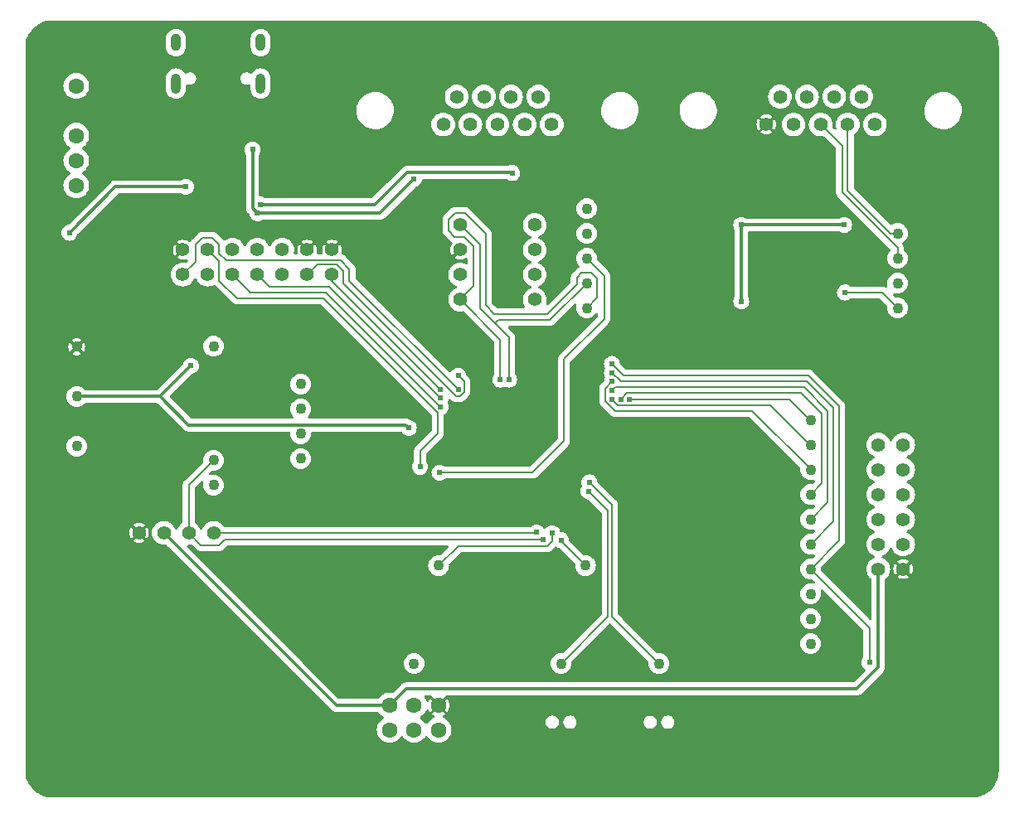
<source format=gbl>
G04 #@! TF.GenerationSoftware,KiCad,Pcbnew,7.0.6*
G04 #@! TF.CreationDate,2023-12-17T19:57:47+09:00*
G04 #@! TF.ProjectId,EB-RH850F1KMS1,45422d52-4838-4353-9046-314b4d53312e,V1.0*
G04 #@! TF.SameCoordinates,Original*
G04 #@! TF.FileFunction,Copper,L2,Bot*
G04 #@! TF.FilePolarity,Positive*
%FSLAX46Y46*%
G04 Gerber Fmt 4.6, Leading zero omitted, Abs format (unit mm)*
G04 Created by KiCad (PCBNEW 7.0.6) date 2023-12-17 19:57:47*
%MOMM*%
%LPD*%
G01*
G04 APERTURE LIST*
G04 #@! TA.AperFunction,ComponentPad*
%ADD10C,1.100000*%
G04 #@! TD*
G04 #@! TA.AperFunction,ComponentPad*
%ADD11C,1.600000*%
G04 #@! TD*
G04 #@! TA.AperFunction,ComponentPad*
%ADD12C,1.400000*%
G04 #@! TD*
G04 #@! TA.AperFunction,ComponentPad*
%ADD13O,1.000000X1.800000*%
G04 #@! TD*
G04 #@! TA.AperFunction,ComponentPad*
%ADD14O,1.000000X2.100000*%
G04 #@! TD*
G04 #@! TA.AperFunction,ViaPad*
%ADD15C,0.609600*%
G04 #@! TD*
G04 #@! TA.AperFunction,Conductor*
%ADD16C,0.304800*%
G04 #@! TD*
G04 #@! TA.AperFunction,Conductor*
%ADD17C,0.203200*%
G04 #@! TD*
G04 APERTURE END LIST*
D10*
X-30480000Y-5240000D03*
X30480000Y-21430000D03*
X39370000Y10320000D03*
X30480000Y-8730000D03*
D11*
X-12500000Y-32775000D03*
X-10000000Y-32775000D03*
X-7500000Y-32775000D03*
X-12500000Y-30275000D03*
X-10000000Y-30275000D03*
X-7500000Y-30275000D03*
D10*
X39370000Y17940000D03*
X-44450000Y-3810000D03*
X7500000Y-16000000D03*
X30480000Y-23970000D03*
X-21590000Y-5080000D03*
D12*
X4050000Y29069669D03*
X1280000Y29069669D03*
X-1490000Y29069669D03*
X-4260000Y29069669D03*
X-7030000Y29069669D03*
X2665000Y31909669D03*
X-105000Y31909669D03*
X-2875000Y31909669D03*
X-5645000Y31909669D03*
D10*
X-7500000Y-16000000D03*
X-44450000Y6350000D03*
X-21590000Y-2540000D03*
D12*
X-38100000Y-12655000D03*
X-35560000Y-12655000D03*
X-33020000Y-12655000D03*
X-30480000Y-12655000D03*
X37400000Y-3650000D03*
X39940000Y-3650000D03*
X37400000Y-6190000D03*
X39940000Y-6190000D03*
X37400000Y-8730000D03*
X39940000Y-8730000D03*
X37400000Y-11270000D03*
X39940000Y-11270000D03*
X37400000Y-13810000D03*
X39940000Y-13810000D03*
X37400000Y-16350000D03*
X39940000Y-16350000D03*
D10*
X15000000Y-26000000D03*
X30480000Y-6190000D03*
X-21590000Y0D03*
X39370000Y15400000D03*
D13*
X-25680000Y37425000D03*
D14*
X-34320000Y33245000D03*
D13*
X-34320000Y37425000D03*
D14*
X-25680000Y33245000D03*
D10*
X-44450000Y1270000D03*
X7620000Y20480000D03*
X30480000Y-3650000D03*
X30480000Y-11270000D03*
X-10000000Y-26000000D03*
X7620000Y12860000D03*
X-21590000Y2540000D03*
D12*
X37050000Y29069669D03*
X34280000Y29069669D03*
X31510000Y29069669D03*
X28740000Y29069669D03*
X25970000Y29069669D03*
X35665000Y31909669D03*
X32895000Y31909669D03*
X30125000Y31909669D03*
X27355000Y31909669D03*
D10*
X30480000Y-1110000D03*
X30480000Y-13810000D03*
X-30480000Y6420000D03*
X30480000Y-16350000D03*
X39370000Y12860000D03*
X5000000Y-26000000D03*
X7620000Y17940000D03*
X-30480000Y-7780000D03*
X7620000Y10320000D03*
D11*
X-44500000Y33000000D03*
X-44500000Y27920000D03*
X-44500000Y25380000D03*
X-44500000Y22840000D03*
D12*
X-33620000Y13730000D03*
X-33620000Y16270000D03*
X-31080000Y13730000D03*
X-31080000Y16270000D03*
X-28540000Y13730000D03*
X-28540000Y16270000D03*
X-26000000Y13730000D03*
X-26000000Y16270000D03*
X-23460000Y13730000D03*
X-23460000Y16270000D03*
X-20920000Y13730000D03*
X-20920000Y16270000D03*
X-18380000Y13730000D03*
X-18380000Y16270000D03*
D10*
X30480000Y-18890000D03*
D12*
X-5300000Y18800000D03*
X-5300000Y16260000D03*
X-5300000Y13720000D03*
X-5300000Y11180000D03*
X2320000Y11180000D03*
X2320000Y13720000D03*
X2320000Y16260000D03*
X2320000Y18800000D03*
D10*
X7620000Y15400000D03*
D15*
X30000000Y35000000D03*
X35000000Y35000000D03*
X45000000Y35000000D03*
X40000000Y35000000D03*
X40000000Y30000000D03*
X45000000Y25000000D03*
X40000000Y25000000D03*
X30000000Y25000000D03*
X25000000Y25000000D03*
X25000000Y35000000D03*
X20000000Y35000000D03*
X20000000Y25000000D03*
X15000000Y25000000D03*
X15000000Y30000000D03*
X15000000Y35000000D03*
X10000000Y35000000D03*
X10000000Y25000000D03*
X5000000Y25000000D03*
X0Y35000000D03*
X5000000Y35000000D03*
X-5000000Y35000000D03*
X-10000000Y30000000D03*
X-10000000Y35000000D03*
X-15000000Y35000000D03*
X-15000000Y25000000D03*
X-20000000Y25000000D03*
X-25000000Y30000000D03*
X-20000000Y30000000D03*
X-20000000Y35000000D03*
X-30000000Y35000000D03*
X-40000000Y35000000D03*
X-45000000Y35000000D03*
X-30000000Y20000000D03*
X-40000000Y20000000D03*
X-35000000Y20000000D03*
X-10000000Y20000000D03*
X5000000Y20000000D03*
X10000000Y20000000D03*
X15000000Y20000000D03*
X25000000Y20000000D03*
X30000000Y20000000D03*
X40000000Y20000000D03*
X45000000Y20000000D03*
X45000000Y15000000D03*
X30000000Y15000000D03*
X15000000Y15000000D03*
X-10000000Y15000000D03*
X-15000000Y15000000D03*
X-35000000Y15000000D03*
X-40000000Y15000000D03*
X-45000000Y10000000D03*
X-40000000Y10000000D03*
X-35000000Y10000000D03*
X-30000000Y10000000D03*
X-25000000Y10000000D03*
X-10000000Y10000000D03*
X15000000Y10000000D03*
X25000000Y10000000D03*
X30000000Y10000000D03*
X45000000Y10000000D03*
X45000000Y5000000D03*
X40000000Y5000000D03*
X35000000Y5000000D03*
X25000000Y5000000D03*
X20000000Y5000000D03*
X15000000Y5000000D03*
X-5000000Y5000000D03*
X-15000000Y5000000D03*
X-20000000Y5000000D03*
X-25000000Y5000000D03*
X-40000000Y5000000D03*
X-40000000Y0D03*
X-30000000Y0D03*
X-25000000Y0D03*
X-15000000Y0D03*
X-5000000Y0D03*
X35000000Y0D03*
X40000000Y0D03*
X45000000Y0D03*
X45000000Y-5000000D03*
X25000000Y-5000000D03*
X0Y-5000000D03*
X-25000000Y-5000000D03*
X-45000000Y-10000000D03*
X-40000000Y-10000000D03*
X-35000000Y-10000000D03*
X-25000000Y-10000000D03*
X-20000000Y-10000000D03*
X-5000000Y-10000000D03*
X5000000Y-10000000D03*
X15000000Y-10000000D03*
X20000000Y-10000000D03*
X25000000Y-10000000D03*
X45000000Y-10000000D03*
X45000000Y-15000000D03*
X-5000000Y-15000000D03*
X-5000000Y-20000000D03*
X-10000000Y-15000000D03*
X-15000000Y-15000000D03*
X-20000000Y-15000000D03*
X-25000000Y-15000000D03*
X-30000000Y-15000000D03*
X-30000000Y-20000000D03*
X-35000000Y-15000000D03*
X-40000000Y-15000000D03*
X-45000000Y-15000000D03*
X-45000000Y-20000000D03*
X-40000000Y-20000000D03*
X-35000000Y-20000000D03*
X-25000000Y-20000000D03*
X-20000000Y-20000000D03*
X-15000000Y-20000000D03*
X-10000000Y-20000000D03*
X5000000Y-20000000D03*
X15000000Y-20000000D03*
X20000000Y-20000000D03*
X40000000Y-20000000D03*
X45000000Y-20000000D03*
X45000000Y-25000000D03*
X35000000Y-25000000D03*
X25000000Y-25000000D03*
X20000000Y-25000000D03*
X10000000Y-25000000D03*
X0Y-25000000D03*
X-15000000Y-25000000D03*
X-20000000Y-25000000D03*
X-30000000Y-25000000D03*
X-25000000Y-25000000D03*
X-35000000Y-25000000D03*
X-40000000Y-25000000D03*
X-45000000Y-25000000D03*
X-45000000Y-30000000D03*
X-35000000Y-30000000D03*
X-40000000Y-30000000D03*
X-30000000Y-30000000D03*
X-25000000Y-30000000D03*
X-5000000Y-30000000D03*
X0Y-30000000D03*
X10000000Y-30000000D03*
X20000000Y-30000000D03*
X25000000Y-30000000D03*
X30000000Y-30000000D03*
X35000000Y-30000000D03*
X40000000Y-30000000D03*
X45000000Y-30000000D03*
X45000000Y-35000000D03*
X40000000Y-35000000D03*
X35000000Y-35000000D03*
X30000000Y-35000000D03*
X25000000Y-35000000D03*
X20000000Y-35000000D03*
X10000000Y-35000000D03*
X0Y-35000000D03*
X-5000000Y-35000000D03*
X-10000000Y-35000000D03*
X-15000000Y-35000000D03*
X-20000000Y-35000000D03*
X-25000000Y-35000000D03*
X-30000000Y-35000000D03*
X-35000000Y-35000000D03*
X-40000000Y-35000000D03*
X-45000000Y-35000000D03*
X33900000Y18800000D03*
X23400000Y18800000D03*
X23400000Y11000000D03*
X0Y24100000D03*
X-25700000Y20900000D03*
X-10550000Y-1950000D03*
X-32800000Y4400000D03*
X-45200000Y18000000D03*
X-33300000Y22700000D03*
X-10000000Y23500000D03*
X-26000000Y20000000D03*
X-26500000Y26500000D03*
X-5500000Y3400000D03*
X-5500000Y2000000D03*
X-7300000Y200000D03*
X-7300000Y1100000D03*
X-7300000Y2000000D03*
X-9000000Y-1700000D03*
X-9400000Y-5900000D03*
X-7400000Y-6500000D03*
X-300000Y3000000D03*
X-1200000Y3000000D03*
X10200000Y4600000D03*
X34000000Y11900000D03*
X10200000Y3700000D03*
X10200000Y2800000D03*
X10200000Y1900000D03*
X10200000Y1000000D03*
X11100000Y1000000D03*
X12000000Y1000000D03*
X7900000Y-7500000D03*
X7800000Y-8400000D03*
X5000000Y-13390900D03*
X4100000Y-12700000D03*
X3200000Y-13300000D03*
X2500000Y-12600000D03*
X36500000Y-25900000D03*
D16*
X33900000Y18800000D02*
X23400000Y18800000D01*
X23400000Y11000000D02*
X23400000Y18800000D01*
X-60400Y24160400D02*
X0Y24100000D01*
X-14000000Y20900000D02*
X-10739600Y24160400D01*
X-10739600Y24160400D02*
X-60400Y24160400D01*
X-25700000Y20900000D02*
X-14000000Y20900000D01*
D17*
X-29900000Y13100000D02*
X-29900000Y15090000D01*
X-29900000Y15090000D02*
X-31080000Y16270000D01*
X-28100000Y11300000D02*
X-29900000Y13100000D01*
X-19262105Y11300000D02*
X-28100000Y11300000D01*
X-7600000Y-2500000D02*
X-7600000Y-362105D01*
X-7600000Y-362105D02*
X-19262105Y11300000D01*
X-9400000Y-4300000D02*
X-7600000Y-2500000D01*
X-9400000Y-5900000D02*
X-9400000Y-4300000D01*
D16*
X-33025600Y-1634400D02*
X-35930000Y1270000D01*
X-10865600Y-1634400D02*
X-33025600Y-1634400D01*
X-10550000Y-1950000D02*
X-10865600Y-1634400D01*
X-10825000Y-28600000D02*
X-12500000Y-30275000D01*
X35200000Y-28600000D02*
X-10825000Y-28600000D01*
X37400000Y-26400000D02*
X35200000Y-28600000D01*
X37400000Y-16350000D02*
X37400000Y-26400000D01*
X-17940000Y-30275000D02*
X-35560000Y-12655000D01*
X-12500000Y-30275000D02*
X-17940000Y-30275000D01*
X-35930000Y1270000D02*
X-32800000Y4400000D01*
X-44450000Y1270000D02*
X-35930000Y1270000D01*
X-33300000Y22700000D02*
X-40500000Y22700000D01*
X-40500000Y22700000D02*
X-45200000Y18000000D01*
X-13500000Y20000000D02*
X-10000000Y23500000D01*
X-26000000Y20000000D02*
X-13500000Y20000000D01*
X-26500000Y20500000D02*
X-26000000Y20000000D01*
X-26500000Y26500000D02*
X-26500000Y20500000D01*
D17*
X-1400000Y9100000D02*
X-1750000Y8750000D01*
X3860000Y9100000D02*
X-1400000Y9100000D01*
X7620000Y12860000D02*
X3860000Y9100000D01*
X-1750000Y8750000D02*
X-3300000Y10300000D01*
X-300000Y7300000D02*
X-1750000Y8750000D01*
X-3300000Y10300000D02*
X-3300000Y16800000D01*
X-3300000Y16800000D02*
X-5300000Y18800000D01*
X-1200000Y3000000D02*
X-1200000Y7080000D01*
X-1200000Y7080000D02*
X-5300000Y11180000D01*
X-3900000Y12580000D02*
X-5300000Y11180000D01*
X-3900000Y16600000D02*
X-3900000Y12580000D01*
X-4900000Y17600000D02*
X-3900000Y16600000D01*
X-5850000Y17600000D02*
X-4900000Y17600000D01*
X-6500000Y19325000D02*
X-6500000Y18250000D01*
X-5825000Y20000000D02*
X-6500000Y19325000D01*
X-4800000Y20000000D02*
X-5825000Y20000000D01*
X-2700000Y17900000D02*
X-4800000Y20000000D01*
X-2700000Y10600000D02*
X-2700000Y17900000D01*
X-1800000Y9700000D02*
X-2700000Y10600000D01*
X6600000Y12700000D02*
X3600000Y9700000D01*
X7100000Y13900000D02*
X6600000Y13400000D01*
X8100000Y13900000D02*
X7100000Y13900000D01*
X8700000Y11400000D02*
X8700000Y13300000D01*
X6600000Y13400000D02*
X6600000Y12700000D01*
X-6500000Y18250000D02*
X-5850000Y17600000D01*
X3600000Y9700000D02*
X-1800000Y9700000D01*
X8700000Y13300000D02*
X8100000Y13900000D01*
X7620000Y10320000D02*
X8700000Y11400000D01*
X9400000Y13620000D02*
X7620000Y15400000D01*
X9400000Y9200000D02*
X9400000Y13620000D01*
X5300000Y5100000D02*
X9400000Y9200000D01*
X5300000Y-3300000D02*
X5300000Y5100000D01*
X-7400000Y-6500000D02*
X2100000Y-6500000D01*
X2100000Y-6500000D02*
X5300000Y-3300000D01*
X-300000Y3000000D02*
X-300000Y7300000D01*
X-32300000Y15050000D02*
X-33620000Y13730000D01*
X-32300000Y16800000D02*
X-32300000Y15050000D01*
X-31600000Y17500000D02*
X-32300000Y16800000D01*
X-30600000Y17500000D02*
X-31600000Y17500000D01*
X-29900000Y15900000D02*
X-29900000Y16800000D01*
X-29200000Y15200000D02*
X-29900000Y15900000D01*
X-17500000Y15200000D02*
X-29200000Y15200000D01*
X-16600000Y14300000D02*
X-17500000Y15200000D01*
X-16600000Y13100000D02*
X-16600000Y14300000D01*
X-5500000Y2000000D02*
X-16600000Y13100000D01*
X-29900000Y16800000D02*
X-30600000Y17500000D01*
X-26710000Y11900000D02*
X-28540000Y13730000D01*
X-19000000Y11900000D02*
X-26710000Y11900000D01*
X-7300000Y200000D02*
X-19000000Y11900000D01*
X-24770000Y12500000D02*
X-26000000Y13730000D01*
X-18700000Y12500000D02*
X-24770000Y12500000D01*
X-7300000Y1100000D02*
X-18700000Y12500000D01*
X-19856400Y14793600D02*
X-20920000Y13730000D01*
X-17200000Y14100000D02*
X-17893600Y14793600D01*
X-5700000Y1300000D02*
X-17200000Y12800000D01*
X-5337895Y1300000D02*
X-5700000Y1300000D01*
X-17200000Y12800000D02*
X-17200000Y14100000D01*
X-4890400Y1747495D02*
X-5337895Y1300000D01*
X-4890400Y2790400D02*
X-4890400Y1747495D01*
X-17893600Y14793600D02*
X-19856400Y14793600D01*
X-5500000Y3400000D02*
X-4890400Y2790400D01*
X-18380000Y13080000D02*
X-18380000Y13730000D01*
X-7300000Y2000000D02*
X-18380000Y13080000D01*
X33400000Y-13430000D02*
X30480000Y-16350000D01*
X33400000Y300000D02*
X33400000Y-13430000D01*
X30300000Y3400000D02*
X33400000Y300000D01*
X11400000Y3400000D02*
X30300000Y3400000D01*
X10200000Y4600000D02*
X11400000Y3400000D01*
X11100000Y2800000D02*
X10200000Y3700000D01*
X30100000Y2800000D02*
X11100000Y2800000D01*
X32800000Y100000D02*
X30100000Y2800000D01*
X30480000Y-13810000D02*
X32800000Y-11490000D01*
X32800000Y-11490000D02*
X32800000Y100000D01*
X10500000Y2200000D02*
X10200000Y1900000D01*
X29800000Y2200000D02*
X10500000Y2200000D01*
X32200000Y-9550000D02*
X32200000Y-200000D01*
X30480000Y-11270000D02*
X32200000Y-9550000D01*
X32200000Y-200000D02*
X29800000Y2200000D01*
X33700000Y26879669D02*
X31510000Y29069669D01*
X39370000Y16430000D02*
X33700000Y22100000D01*
X39370000Y15400000D02*
X39370000Y16430000D01*
X33700000Y22100000D02*
X33700000Y26879669D01*
X38660000Y17940000D02*
X39370000Y17940000D01*
X34280000Y22320000D02*
X38660000Y17940000D01*
X34280000Y29069669D02*
X34280000Y22320000D01*
X37790000Y11900000D02*
X34000000Y11900000D01*
X39370000Y10320000D02*
X37790000Y11900000D01*
X11709600Y1609600D02*
X11100000Y1000000D01*
X29490400Y1609600D02*
X11709600Y1609600D01*
X31600000Y-500000D02*
X29490400Y1609600D01*
X31600000Y-7610000D02*
X31600000Y-500000D01*
X30480000Y-8730000D02*
X31600000Y-7610000D01*
X9500000Y2100000D02*
X10200000Y2800000D01*
X9500000Y837895D02*
X9500000Y2100000D01*
X10537895Y-200000D02*
X9500000Y837895D01*
X24500000Y-200000D02*
X10537895Y-200000D01*
X30480000Y-6180000D02*
X24500000Y-200000D01*
X30480000Y-6190000D02*
X30480000Y-6180000D01*
X10809600Y390400D02*
X10200000Y1000000D01*
X30450000Y-3650000D02*
X26409600Y390400D01*
X30480000Y-3650000D02*
X30450000Y-3650000D01*
X26409600Y390400D02*
X10809600Y390400D01*
X28300000Y1000000D02*
X12000000Y1000000D01*
X30410000Y-1110000D02*
X28300000Y1000000D01*
X30480000Y-1110000D02*
X30410000Y-1110000D01*
X9800000Y-10400000D02*
X7800000Y-8400000D01*
X5000000Y-26000000D02*
X9800000Y-21200000D01*
X9800000Y-21200000D02*
X9800000Y-10400000D01*
X10206400Y-9806400D02*
X7900000Y-7500000D01*
X15000000Y-26000000D02*
X10206400Y-21206400D01*
X10206400Y-21206400D02*
X10206400Y-9806400D01*
X5000000Y-13500000D02*
X5000000Y-13390900D01*
X7500000Y-16000000D02*
X5000000Y-13500000D01*
X-5500000Y-14000000D02*
X3600000Y-14000000D01*
X4100000Y-13500000D02*
X4100000Y-12700000D01*
X-7500000Y-16000000D02*
X-5500000Y-14000000D01*
X3600000Y-14000000D02*
X4100000Y-13500000D01*
X-29300000Y-13300000D02*
X3200000Y-13300000D01*
X-29900000Y-13900000D02*
X-29300000Y-13300000D01*
X-31775000Y-13900000D02*
X-29900000Y-13900000D01*
X-33020000Y-12655000D02*
X-31775000Y-13900000D01*
X2445000Y-12655000D02*
X2500000Y-12600000D01*
X-30480000Y-12655000D02*
X2445000Y-12655000D01*
X-33020000Y-7780000D02*
X-30480000Y-5240000D01*
X-33020000Y-12655000D02*
X-33020000Y-7780000D01*
X36500000Y-22370000D02*
X30480000Y-16350000D01*
X36500000Y-25900000D02*
X36500000Y-22370000D01*
G04 #@! TA.AperFunction,Conductor*
G36*
X-7881761Y-30605798D02*
G01*
X-7773100Y-30699952D01*
X-7729388Y-30719914D01*
X-8169299Y-31159825D01*
X-8168644Y-31160424D01*
X-8168640Y-31160427D01*
X-7994563Y-31268211D01*
X-7994561Y-31268212D01*
X-7981785Y-31273162D01*
X-7918523Y-31319421D01*
X-7886865Y-31391113D01*
X-7895295Y-31469028D01*
X-7941554Y-31532290D01*
X-7972488Y-31551555D01*
X-8156751Y-31637478D01*
X-8156756Y-31637481D01*
X-8344300Y-31768802D01*
X-8506197Y-31930699D01*
X-8625981Y-32101766D01*
X-8686016Y-32152141D01*
X-8763196Y-32165750D01*
X-8836840Y-32138945D01*
X-8874019Y-32101766D01*
X-8993802Y-31930699D01*
X-9155699Y-31768802D01*
X-9326766Y-31649019D01*
X-9377141Y-31588984D01*
X-9390750Y-31511804D01*
X-9363945Y-31438160D01*
X-9326766Y-31400981D01*
X-9155699Y-31281197D01*
X-8993802Y-31119300D01*
X-8862481Y-30931756D01*
X-8862476Y-30931747D01*
X-8788602Y-30773323D01*
X-8775030Y-30744218D01*
X-8724656Y-30684184D01*
X-8651012Y-30657379D01*
X-8573832Y-30670988D01*
X-8513797Y-30721363D01*
X-8502288Y-30740719D01*
X-8443345Y-30859091D01*
X-8443343Y-30859096D01*
X-8381506Y-30940979D01*
X-8381505Y-30940979D01*
X-7946143Y-30505617D01*
X-7881761Y-30605798D01*
G37*
G04 #@! TD.AperFunction*
G04 #@! TA.AperFunction,Conductor*
G36*
X-8245551Y-29281184D02*
G01*
X-8190135Y-29336600D01*
X-8178151Y-29381321D01*
X-7729387Y-29830084D01*
X-7773100Y-29850048D01*
X-7881761Y-29944202D01*
X-7946142Y-30044381D01*
X-8381505Y-29609019D01*
X-8443344Y-29690907D01*
X-8502288Y-29809281D01*
X-8554188Y-29868003D01*
X-8628496Y-29892909D01*
X-8705301Y-29877324D01*
X-8764023Y-29825424D01*
X-8775031Y-29805780D01*
X-8862476Y-29618252D01*
X-8862481Y-29618243D01*
X-8945880Y-29499140D01*
X-8972685Y-29425496D01*
X-8959076Y-29348316D01*
X-8908701Y-29288281D01*
X-8835057Y-29261476D01*
X-8821861Y-29260900D01*
X-8321251Y-29260900D01*
X-8245551Y-29281184D01*
G37*
G04 #@! TD.AperFunction*
G04 #@! TA.AperFunction,Conductor*
G36*
X47002118Y39694581D02*
G01*
X47297464Y39677994D01*
X47305906Y39677042D01*
X47595431Y39627850D01*
X47603714Y39625960D01*
X47885912Y39544660D01*
X47893931Y39541854D01*
X48165259Y39429467D01*
X48172913Y39425781D01*
X48429942Y39283726D01*
X48437136Y39279206D01*
X48676649Y39109261D01*
X48683291Y39103964D01*
X48902268Y38908276D01*
X48908276Y38902268D01*
X49103964Y38683291D01*
X49109261Y38676649D01*
X49279206Y38437136D01*
X49283726Y38429942D01*
X49425781Y38172913D01*
X49429467Y38165259D01*
X49541854Y37893931D01*
X49544660Y37885912D01*
X49625960Y37603714D01*
X49627850Y37595431D01*
X49677042Y37305906D01*
X49677994Y37297464D01*
X49694581Y37002117D01*
X49694700Y36997872D01*
X49694700Y-36997872D01*
X49694581Y-37002117D01*
X49677994Y-37297464D01*
X49677042Y-37305906D01*
X49627850Y-37595431D01*
X49625960Y-37603714D01*
X49544660Y-37885912D01*
X49541854Y-37893931D01*
X49429467Y-38165259D01*
X49425781Y-38172913D01*
X49283726Y-38429942D01*
X49279206Y-38437136D01*
X49109261Y-38676649D01*
X49103964Y-38683291D01*
X48908276Y-38902268D01*
X48902268Y-38908276D01*
X48683291Y-39103964D01*
X48676649Y-39109261D01*
X48437136Y-39279206D01*
X48429942Y-39283726D01*
X48172913Y-39425781D01*
X48165259Y-39429467D01*
X47893931Y-39541854D01*
X47885912Y-39544660D01*
X47603714Y-39625960D01*
X47595431Y-39627850D01*
X47305906Y-39677042D01*
X47297464Y-39677994D01*
X47002118Y-39694581D01*
X46997873Y-39694700D01*
X-46997873Y-39694700D01*
X-47002118Y-39694581D01*
X-47297464Y-39677994D01*
X-47305906Y-39677042D01*
X-47595431Y-39627850D01*
X-47603714Y-39625960D01*
X-47885919Y-39544658D01*
X-47893938Y-39541852D01*
X-48165250Y-39429471D01*
X-48172904Y-39425785D01*
X-48429943Y-39283725D01*
X-48437137Y-39279205D01*
X-48676649Y-39109261D01*
X-48683292Y-39103964D01*
X-48902267Y-38908275D01*
X-48908275Y-38902267D01*
X-49103964Y-38683292D01*
X-49109261Y-38676649D01*
X-49279205Y-38437137D01*
X-49283725Y-38429943D01*
X-49425785Y-38172904D01*
X-49429471Y-38165250D01*
X-49541852Y-37893938D01*
X-49544658Y-37885919D01*
X-49625960Y-37603714D01*
X-49627850Y-37595431D01*
X-49677042Y-37305906D01*
X-49677994Y-37297464D01*
X-49694581Y-37002117D01*
X-49694700Y-36997872D01*
X-49694700Y-12655000D01*
X-39109661Y-12655000D01*
X-39090261Y-12851975D01*
X-39032807Y-13041378D01*
X-38939504Y-13215934D01*
X-38939502Y-13215937D01*
X-38911086Y-13250560D01*
X-38470147Y-12809620D01*
X-38427641Y-12893045D01*
X-38338045Y-12982641D01*
X-38254621Y-13025147D01*
X-38695561Y-13466086D01*
X-38660937Y-13494502D01*
X-38660934Y-13494504D01*
X-38486378Y-13587807D01*
X-38296975Y-13645261D01*
X-38100000Y-13664661D01*
X-37903024Y-13645261D01*
X-37713621Y-13587807D01*
X-37539060Y-13494501D01*
X-37504438Y-13466087D01*
X-37504438Y-13466086D01*
X-37945378Y-13025147D01*
X-37861955Y-12982641D01*
X-37772359Y-12893045D01*
X-37729852Y-12809620D01*
X-37288912Y-13250560D01*
X-37288910Y-13250560D01*
X-37260500Y-13215943D01*
X-37167192Y-13041378D01*
X-37109738Y-12851975D01*
X-37090338Y-12655000D01*
X-36773116Y-12655000D01*
X-36754686Y-12865655D01*
X-36699956Y-13069910D01*
X-36610589Y-13261558D01*
X-36489301Y-13434776D01*
X-36339776Y-13584301D01*
X-36166558Y-13705589D01*
X-35974910Y-13794956D01*
X-35770655Y-13849686D01*
X-35560000Y-13868116D01*
X-35374266Y-13851866D01*
X-35297089Y-13865475D01*
X-35254020Y-13895631D01*
X-18423053Y-30726598D01*
X-18419961Y-30729882D01*
X-18381477Y-30773324D01*
X-18333735Y-30806277D01*
X-18330071Y-30808972D01*
X-18284420Y-30844739D01*
X-18284410Y-30844743D01*
X-18284411Y-30844743D01*
X-18278562Y-30847376D01*
X-18254680Y-30860844D01*
X-18249391Y-30864496D01*
X-18195143Y-30885068D01*
X-18190972Y-30886796D01*
X-18138064Y-30910609D01*
X-18131733Y-30911768D01*
X-18105328Y-30919130D01*
X-18099325Y-30921408D01*
X-18041747Y-30928398D01*
X-18037254Y-30929083D01*
X-18032874Y-30929885D01*
X-17980197Y-30939540D01*
X-17926724Y-30936305D01*
X-17922304Y-30936038D01*
X-17917732Y-30935900D01*
X-13713430Y-30935900D01*
X-13637730Y-30956184D01*
X-13589409Y-31000460D01*
X-13506198Y-31119300D01*
X-13344300Y-31281198D01*
X-13207894Y-31376710D01*
X-13173233Y-31400981D01*
X-13122858Y-31461016D01*
X-13109249Y-31538196D01*
X-13136054Y-31611840D01*
X-13173233Y-31649019D01*
X-13344300Y-31768802D01*
X-13506197Y-31930699D01*
X-13637518Y-32118243D01*
X-13637520Y-32118247D01*
X-13637523Y-32118251D01*
X-13734284Y-32325757D01*
X-13793543Y-32546913D01*
X-13813498Y-32775000D01*
X-13793543Y-33003087D01*
X-13734284Y-33224243D01*
X-13637523Y-33431749D01*
X-13506198Y-33619300D01*
X-13344300Y-33781198D01*
X-13156749Y-33912523D01*
X-12949243Y-34009284D01*
X-12728087Y-34068543D01*
X-12500000Y-34088498D01*
X-12271913Y-34068543D01*
X-12050757Y-34009284D01*
X-11843251Y-33912523D01*
X-11843247Y-33912520D01*
X-11843243Y-33912518D01*
X-11655699Y-33781197D01*
X-11493802Y-33619300D01*
X-11374019Y-33448233D01*
X-11313984Y-33397858D01*
X-11236804Y-33384249D01*
X-11163160Y-33411054D01*
X-11125980Y-33448233D01*
X-11006198Y-33619300D01*
X-10844300Y-33781198D01*
X-10656749Y-33912523D01*
X-10449243Y-34009284D01*
X-10228087Y-34068543D01*
X-10000000Y-34088498D01*
X-9771913Y-34068543D01*
X-9550757Y-34009284D01*
X-9343251Y-33912523D01*
X-9343247Y-33912520D01*
X-9343243Y-33912518D01*
X-9155699Y-33781197D01*
X-8993802Y-33619300D01*
X-8874018Y-33448233D01*
X-8813983Y-33397858D01*
X-8736803Y-33384249D01*
X-8663159Y-33411054D01*
X-8625982Y-33448230D01*
X-8506198Y-33619300D01*
X-8344300Y-33781198D01*
X-8156749Y-33912523D01*
X-7949243Y-34009284D01*
X-7728087Y-34068543D01*
X-7500000Y-34088498D01*
X-7271913Y-34068543D01*
X-7050757Y-34009284D01*
X-6843251Y-33912523D01*
X-6843247Y-33912520D01*
X-6843243Y-33912518D01*
X-6655699Y-33781197D01*
X-6493802Y-33619300D01*
X-6362481Y-33431756D01*
X-6362476Y-33431747D01*
X-6265719Y-33224251D01*
X-6265717Y-33224246D01*
X-6265716Y-33224243D01*
X-6206457Y-33003087D01*
X-6206456Y-33003085D01*
X-6186502Y-32774999D01*
X-6206456Y-32546914D01*
X-6265716Y-32325758D01*
X-6265719Y-32325748D01*
X-6362476Y-32118252D01*
X-6362481Y-32118243D01*
X-6387437Y-32082603D01*
X3419700Y-32082603D01*
X3459236Y-32243010D01*
X3536012Y-32389293D01*
X3645564Y-32512952D01*
X3645566Y-32512953D01*
X3645569Y-32512956D01*
X3781521Y-32606796D01*
X3781527Y-32606800D01*
X3781528Y-32606800D01*
X3781531Y-32606802D01*
X3935991Y-32665382D01*
X3935993Y-32665382D01*
X3935998Y-32665384D01*
X4028723Y-32676642D01*
X4058842Y-32680300D01*
X4058845Y-32680300D01*
X4141158Y-32680300D01*
X4169000Y-32676918D01*
X4264002Y-32665384D01*
X4264006Y-32665382D01*
X4264008Y-32665382D01*
X4418468Y-32606802D01*
X4418468Y-32606801D01*
X4418473Y-32606800D01*
X4554436Y-32512952D01*
X4663988Y-32389293D01*
X4740764Y-32243010D01*
X4780300Y-32082603D01*
X5219700Y-32082603D01*
X5259236Y-32243010D01*
X5336012Y-32389293D01*
X5445564Y-32512952D01*
X5445566Y-32512953D01*
X5445569Y-32512956D01*
X5581521Y-32606796D01*
X5581527Y-32606800D01*
X5581528Y-32606800D01*
X5581531Y-32606802D01*
X5735991Y-32665382D01*
X5735993Y-32665382D01*
X5735998Y-32665384D01*
X5828723Y-32676642D01*
X5858842Y-32680300D01*
X5858845Y-32680300D01*
X5941158Y-32680300D01*
X5969000Y-32676918D01*
X6064002Y-32665384D01*
X6064006Y-32665382D01*
X6064008Y-32665382D01*
X6218468Y-32606802D01*
X6218468Y-32606801D01*
X6218473Y-32606800D01*
X6354436Y-32512952D01*
X6463988Y-32389293D01*
X6540764Y-32243010D01*
X6580300Y-32082603D01*
X13419700Y-32082603D01*
X13459236Y-32243010D01*
X13536012Y-32389293D01*
X13645564Y-32512952D01*
X13645566Y-32512953D01*
X13645569Y-32512956D01*
X13781521Y-32606796D01*
X13781527Y-32606800D01*
X13781528Y-32606800D01*
X13781531Y-32606802D01*
X13935991Y-32665382D01*
X13935993Y-32665382D01*
X13935998Y-32665384D01*
X14028723Y-32676642D01*
X14058842Y-32680300D01*
X14058845Y-32680300D01*
X14141158Y-32680300D01*
X14169000Y-32676918D01*
X14264002Y-32665384D01*
X14264006Y-32665382D01*
X14264008Y-32665382D01*
X14418468Y-32606802D01*
X14418468Y-32606801D01*
X14418473Y-32606800D01*
X14554436Y-32512952D01*
X14663988Y-32389293D01*
X14740764Y-32243010D01*
X14780300Y-32082603D01*
X15219700Y-32082603D01*
X15259236Y-32243010D01*
X15336012Y-32389293D01*
X15445564Y-32512952D01*
X15445566Y-32512953D01*
X15445569Y-32512956D01*
X15581521Y-32606796D01*
X15581527Y-32606800D01*
X15581528Y-32606800D01*
X15581531Y-32606802D01*
X15735991Y-32665382D01*
X15735993Y-32665382D01*
X15735998Y-32665384D01*
X15828723Y-32676642D01*
X15858842Y-32680300D01*
X15858845Y-32680300D01*
X15941158Y-32680300D01*
X15969000Y-32676918D01*
X16064002Y-32665384D01*
X16064006Y-32665382D01*
X16064008Y-32665382D01*
X16218468Y-32606802D01*
X16218468Y-32606801D01*
X16218473Y-32606800D01*
X16354436Y-32512952D01*
X16463988Y-32389293D01*
X16540764Y-32243010D01*
X16580300Y-32082603D01*
X16580300Y-31917397D01*
X16540764Y-31756990D01*
X16463988Y-31610707D01*
X16394517Y-31532290D01*
X16354439Y-31487051D01*
X16354430Y-31487043D01*
X16218478Y-31393203D01*
X16218468Y-31393197D01*
X16064008Y-31334617D01*
X16064002Y-31334616D01*
X16014863Y-31328649D01*
X15941158Y-31319700D01*
X15941155Y-31319700D01*
X15858845Y-31319700D01*
X15858842Y-31319700D01*
X15766709Y-31330887D01*
X15735998Y-31334616D01*
X15735997Y-31334616D01*
X15735991Y-31334617D01*
X15581531Y-31393197D01*
X15581521Y-31393203D01*
X15445569Y-31487043D01*
X15445560Y-31487051D01*
X15336013Y-31610705D01*
X15336011Y-31610707D01*
X15336012Y-31610707D01*
X15259236Y-31756990D01*
X15219700Y-31917397D01*
X15219700Y-32082603D01*
X14780300Y-32082603D01*
X14780300Y-31917397D01*
X14740764Y-31756990D01*
X14663988Y-31610707D01*
X14594517Y-31532290D01*
X14554439Y-31487051D01*
X14554430Y-31487043D01*
X14418478Y-31393203D01*
X14418468Y-31393197D01*
X14264008Y-31334617D01*
X14264002Y-31334616D01*
X14214863Y-31328649D01*
X14141158Y-31319700D01*
X14141155Y-31319700D01*
X14058845Y-31319700D01*
X14058842Y-31319700D01*
X13966709Y-31330887D01*
X13935998Y-31334616D01*
X13935997Y-31334616D01*
X13935991Y-31334617D01*
X13781531Y-31393197D01*
X13781521Y-31393203D01*
X13645569Y-31487043D01*
X13645560Y-31487051D01*
X13536013Y-31610705D01*
X13536011Y-31610707D01*
X13536012Y-31610707D01*
X13459236Y-31756990D01*
X13419700Y-31917397D01*
X13419700Y-32082603D01*
X6580300Y-32082603D01*
X6580300Y-31917397D01*
X6540764Y-31756990D01*
X6463988Y-31610707D01*
X6394517Y-31532290D01*
X6354439Y-31487051D01*
X6354430Y-31487043D01*
X6218478Y-31393203D01*
X6218468Y-31393197D01*
X6064008Y-31334617D01*
X6064002Y-31334616D01*
X6014863Y-31328649D01*
X5941158Y-31319700D01*
X5941155Y-31319700D01*
X5858845Y-31319700D01*
X5858842Y-31319700D01*
X5766709Y-31330887D01*
X5735998Y-31334616D01*
X5735997Y-31334616D01*
X5735991Y-31334617D01*
X5581531Y-31393197D01*
X5581521Y-31393203D01*
X5445569Y-31487043D01*
X5445560Y-31487051D01*
X5336013Y-31610705D01*
X5336011Y-31610707D01*
X5336012Y-31610707D01*
X5259236Y-31756990D01*
X5219700Y-31917397D01*
X5219700Y-32082603D01*
X4780300Y-32082603D01*
X4780300Y-31917397D01*
X4740764Y-31756990D01*
X4663988Y-31610707D01*
X4594517Y-31532290D01*
X4554439Y-31487051D01*
X4554430Y-31487043D01*
X4418478Y-31393203D01*
X4418468Y-31393197D01*
X4264008Y-31334617D01*
X4264002Y-31334616D01*
X4214863Y-31328649D01*
X4141158Y-31319700D01*
X4141155Y-31319700D01*
X4058845Y-31319700D01*
X4058842Y-31319700D01*
X3966709Y-31330887D01*
X3935998Y-31334616D01*
X3935997Y-31334616D01*
X3935991Y-31334617D01*
X3781531Y-31393197D01*
X3781521Y-31393203D01*
X3645569Y-31487043D01*
X3645560Y-31487051D01*
X3536013Y-31610705D01*
X3536011Y-31610707D01*
X3536012Y-31610707D01*
X3459236Y-31756990D01*
X3419700Y-31917397D01*
X3419700Y-32082603D01*
X-6387437Y-32082603D01*
X-6493802Y-31930699D01*
X-6655699Y-31768802D01*
X-6843243Y-31637481D01*
X-6843248Y-31637478D01*
X-7027511Y-31551555D01*
X-7087546Y-31501179D01*
X-7114350Y-31427535D01*
X-7100741Y-31350355D01*
X-7050365Y-31290320D01*
X-7018217Y-31273163D01*
X-7005438Y-31268212D01*
X-7005436Y-31268211D01*
X-6831359Y-31160426D01*
X-6831348Y-31160418D01*
X-6830699Y-31159826D01*
X-7270611Y-30719914D01*
X-7226900Y-30699952D01*
X-7118239Y-30605798D01*
X-7053856Y-30505615D01*
X-6618493Y-30940979D01*
X-6618491Y-30940979D01*
X-6556656Y-30859095D01*
X-6465391Y-30675811D01*
X-6409359Y-30478875D01*
X-6409359Y-30478874D01*
X-6390467Y-30275001D01*
X-6390467Y-30274998D01*
X-6409359Y-30071125D01*
X-6409359Y-30071124D01*
X-6465391Y-29874189D01*
X-6556656Y-29690905D01*
X-6618493Y-29609019D01*
X-7053856Y-30044382D01*
X-7118239Y-29944202D01*
X-7226900Y-29850048D01*
X-7270611Y-29830085D01*
X-6821661Y-29381135D01*
X-6811593Y-29339694D01*
X-6757491Y-29282994D01*
X-6682287Y-29260942D01*
X-6678738Y-29260900D01*
X35177732Y-29260900D01*
X35182304Y-29261038D01*
X35186724Y-29261305D01*
X35240197Y-29264540D01*
X35292874Y-29254885D01*
X35297254Y-29254083D01*
X35301747Y-29253398D01*
X35359325Y-29246408D01*
X35365328Y-29244130D01*
X35391733Y-29236768D01*
X35398064Y-29235609D01*
X35450972Y-29211796D01*
X35455143Y-29210068D01*
X35509391Y-29189496D01*
X35514680Y-29185844D01*
X35538562Y-29172376D01*
X35544411Y-29169743D01*
X35544410Y-29169743D01*
X35544420Y-29169739D01*
X35590071Y-29133972D01*
X35593735Y-29131277D01*
X35641477Y-29098324D01*
X35679961Y-29054882D01*
X35683053Y-29051598D01*
X37851607Y-26883045D01*
X37854891Y-26879953D01*
X37898324Y-26841477D01*
X37931282Y-26793726D01*
X37933984Y-26790057D01*
X37944072Y-26777181D01*
X37969739Y-26744420D01*
X37970406Y-26742937D01*
X37972376Y-26738562D01*
X37985845Y-26714680D01*
X37989496Y-26709391D01*
X38010068Y-26655143D01*
X38011796Y-26650972D01*
X38035609Y-26598064D01*
X38036768Y-26591733D01*
X38044130Y-26565328D01*
X38046408Y-26559325D01*
X38053398Y-26501747D01*
X38054083Y-26497254D01*
X38054785Y-26493422D01*
X38064540Y-26440197D01*
X38061038Y-26382302D01*
X38060900Y-26377730D01*
X38060900Y-17441352D01*
X38081184Y-17365652D01*
X38125460Y-17317333D01*
X38179776Y-17279301D01*
X38329301Y-17129776D01*
X38450589Y-16956558D01*
X38539956Y-16764910D01*
X38594686Y-16560655D01*
X38613116Y-16350000D01*
X38930338Y-16350000D01*
X38949738Y-16546975D01*
X39007192Y-16736378D01*
X39100500Y-16910943D01*
X39128910Y-16945560D01*
X39128912Y-16945560D01*
X39569851Y-16504620D01*
X39612359Y-16588045D01*
X39701955Y-16677641D01*
X39785378Y-16720147D01*
X39344438Y-17161086D01*
X39344438Y-17161087D01*
X39379060Y-17189501D01*
X39553621Y-17282807D01*
X39743024Y-17340261D01*
X39940000Y-17359661D01*
X40136975Y-17340261D01*
X40326378Y-17282807D01*
X40500934Y-17189504D01*
X40500937Y-17189502D01*
X40535560Y-17161086D01*
X40094621Y-16720147D01*
X40178045Y-16677641D01*
X40267641Y-16588045D01*
X40310147Y-16504621D01*
X40751086Y-16945560D01*
X40779502Y-16910937D01*
X40779504Y-16910934D01*
X40872807Y-16736378D01*
X40930261Y-16546975D01*
X40949661Y-16349999D01*
X40930261Y-16153024D01*
X40872807Y-15963621D01*
X40779501Y-15789060D01*
X40751086Y-15754438D01*
X40310147Y-16195377D01*
X40267641Y-16111955D01*
X40178045Y-16022359D01*
X40094620Y-15979851D01*
X40535560Y-15538912D01*
X40535560Y-15538910D01*
X40500943Y-15510500D01*
X40326378Y-15417192D01*
X40136975Y-15359738D01*
X39940000Y-15340338D01*
X39743024Y-15359738D01*
X39553621Y-15417192D01*
X39379065Y-15510495D01*
X39344438Y-15538912D01*
X39785378Y-15979852D01*
X39701955Y-16022359D01*
X39612359Y-16111955D01*
X39569852Y-16195378D01*
X39128912Y-15754438D01*
X39100495Y-15789065D01*
X39007192Y-15963621D01*
X38949738Y-16153024D01*
X38930338Y-16350000D01*
X38613116Y-16350000D01*
X38594686Y-16139345D01*
X38539956Y-15935090D01*
X38450589Y-15743442D01*
X38329301Y-15570224D01*
X38179776Y-15420699D01*
X38006558Y-15299411D01*
X37830287Y-15217214D01*
X37770253Y-15166839D01*
X37743449Y-15093195D01*
X37757058Y-15016015D01*
X37807434Y-14955980D01*
X37830288Y-14942785D01*
X37844028Y-14936378D01*
X38006558Y-14860589D01*
X38179776Y-14739301D01*
X38329301Y-14589776D01*
X38450589Y-14416558D01*
X38532785Y-14240287D01*
X38583159Y-14180253D01*
X38656803Y-14153449D01*
X38733983Y-14167058D01*
X38794019Y-14217433D01*
X38807213Y-14240288D01*
X38889406Y-14416549D01*
X38889408Y-14416553D01*
X38889411Y-14416558D01*
X39010699Y-14589776D01*
X39160224Y-14739301D01*
X39333442Y-14860589D01*
X39525088Y-14949955D01*
X39525089Y-14949955D01*
X39525090Y-14949956D01*
X39729345Y-15004686D01*
X39729344Y-15004686D01*
X39746291Y-15006168D01*
X39940000Y-15023116D01*
X40150655Y-15004686D01*
X40354910Y-14949956D01*
X40546558Y-14860589D01*
X40719776Y-14739301D01*
X40869301Y-14589776D01*
X40990589Y-14416558D01*
X41079956Y-14224910D01*
X41134686Y-14020655D01*
X41153116Y-13810000D01*
X41134686Y-13599345D01*
X41079956Y-13395090D01*
X41078002Y-13390900D01*
X41061507Y-13355528D01*
X40990589Y-13203442D01*
X40869301Y-13030224D01*
X40719776Y-12880699D01*
X40546558Y-12759411D01*
X40546553Y-12759408D01*
X40546549Y-12759406D01*
X40370288Y-12677213D01*
X40310253Y-12626837D01*
X40283449Y-12553193D01*
X40297059Y-12476014D01*
X40347435Y-12415979D01*
X40370283Y-12402787D01*
X40546558Y-12320589D01*
X40719776Y-12199301D01*
X40869301Y-12049776D01*
X40990589Y-11876558D01*
X41079956Y-11684910D01*
X41134686Y-11480655D01*
X41153116Y-11270000D01*
X41134686Y-11059345D01*
X41079956Y-10855090D01*
X40990589Y-10663442D01*
X40869301Y-10490224D01*
X40719776Y-10340699D01*
X40546558Y-10219411D01*
X40370287Y-10137214D01*
X40310253Y-10086839D01*
X40283449Y-10013195D01*
X40297058Y-9936015D01*
X40347434Y-9875980D01*
X40370288Y-9862785D01*
X40546558Y-9780589D01*
X40719776Y-9659301D01*
X40869301Y-9509776D01*
X40990589Y-9336558D01*
X41079956Y-9144910D01*
X41134686Y-8940655D01*
X41153116Y-8730000D01*
X41134686Y-8519345D01*
X41079956Y-8315090D01*
X40990589Y-8123442D01*
X40869301Y-7950224D01*
X40719776Y-7800699D01*
X40546558Y-7679411D01*
X40370287Y-7597214D01*
X40310253Y-7546839D01*
X40283449Y-7473195D01*
X40297058Y-7396015D01*
X40347434Y-7335980D01*
X40370288Y-7322785D01*
X40380809Y-7317879D01*
X40546558Y-7240589D01*
X40719776Y-7119301D01*
X40869301Y-6969776D01*
X40990589Y-6796558D01*
X41079956Y-6604910D01*
X41134686Y-6400655D01*
X41153116Y-6190000D01*
X41134686Y-5979345D01*
X41079956Y-5775090D01*
X40990589Y-5583442D01*
X40869301Y-5410224D01*
X40719776Y-5260699D01*
X40546558Y-5139411D01*
X40370287Y-5057214D01*
X40310253Y-5006839D01*
X40283449Y-4933195D01*
X40297058Y-4856015D01*
X40347434Y-4795980D01*
X40370288Y-4782785D01*
X40370290Y-4782784D01*
X40546558Y-4700589D01*
X40719776Y-4579301D01*
X40869301Y-4429776D01*
X40990589Y-4256558D01*
X41079956Y-4064910D01*
X41134686Y-3860655D01*
X41153116Y-3650000D01*
X41134686Y-3439345D01*
X41079956Y-3235090D01*
X41072492Y-3219084D01*
X41061507Y-3195528D01*
X40990589Y-3043442D01*
X40869301Y-2870224D01*
X40719776Y-2720699D01*
X40546558Y-2599411D01*
X40411124Y-2536257D01*
X40354911Y-2510044D01*
X40354912Y-2510044D01*
X40150654Y-2455313D01*
X40150655Y-2455313D01*
X39940000Y-2436884D01*
X39729345Y-2455313D01*
X39525087Y-2510044D01*
X39396287Y-2570106D01*
X39333442Y-2599411D01*
X39293494Y-2627383D01*
X39160222Y-2720700D01*
X39010700Y-2870222D01*
X38986866Y-2904261D01*
X38934511Y-2979033D01*
X38889412Y-3043441D01*
X38889409Y-3043446D01*
X38807213Y-3219712D01*
X38756837Y-3279746D01*
X38683193Y-3306550D01*
X38606013Y-3292940D01*
X38545979Y-3242564D01*
X38532785Y-3219712D01*
X38450589Y-3043442D01*
X38329301Y-2870224D01*
X38179776Y-2720699D01*
X38006558Y-2599411D01*
X37871124Y-2536257D01*
X37814911Y-2510044D01*
X37814912Y-2510044D01*
X37610654Y-2455313D01*
X37610655Y-2455313D01*
X37400000Y-2436884D01*
X37189345Y-2455313D01*
X36985087Y-2510044D01*
X36856287Y-2570106D01*
X36793442Y-2599411D01*
X36753494Y-2627383D01*
X36620222Y-2720700D01*
X36470700Y-2870222D01*
X36446866Y-2904261D01*
X36349411Y-3043442D01*
X36341562Y-3060275D01*
X36260044Y-3235087D01*
X36205313Y-3439345D01*
X36186884Y-3649999D01*
X36205313Y-3860654D01*
X36260044Y-4064912D01*
X36289665Y-4128432D01*
X36349411Y-4256558D01*
X36470699Y-4429776D01*
X36620224Y-4579301D01*
X36793442Y-4700589D01*
X36969712Y-4782785D01*
X37029746Y-4833160D01*
X37056550Y-4906804D01*
X37042941Y-4983984D01*
X36992565Y-5044019D01*
X36969712Y-5057213D01*
X36799755Y-5136467D01*
X36793442Y-5139411D01*
X36736493Y-5179287D01*
X36620222Y-5260700D01*
X36470700Y-5410222D01*
X36457646Y-5428865D01*
X36349411Y-5583442D01*
X36324733Y-5636364D01*
X36260044Y-5775087D01*
X36205313Y-5979345D01*
X36186884Y-6190000D01*
X36205313Y-6400654D01*
X36260044Y-6604912D01*
X36296048Y-6682121D01*
X36349411Y-6796558D01*
X36470699Y-6969776D01*
X36620224Y-7119301D01*
X36793442Y-7240589D01*
X36920056Y-7299630D01*
X36969711Y-7322785D01*
X37029746Y-7373161D01*
X37056550Y-7446805D01*
X37042941Y-7523985D01*
X36992565Y-7584020D01*
X36969711Y-7597215D01*
X36945650Y-7608435D01*
X36793442Y-7679411D01*
X36782868Y-7686815D01*
X36620222Y-7800700D01*
X36470700Y-7950222D01*
X36470699Y-7950224D01*
X36349411Y-8123442D01*
X36342117Y-8139084D01*
X36260044Y-8315087D01*
X36205313Y-8519345D01*
X36186884Y-8729999D01*
X36205313Y-8940654D01*
X36260044Y-9144912D01*
X36288941Y-9206880D01*
X36349411Y-9336558D01*
X36470699Y-9509776D01*
X36620224Y-9659301D01*
X36793442Y-9780589D01*
X36936876Y-9847473D01*
X36969711Y-9862785D01*
X37029746Y-9913161D01*
X37056550Y-9986805D01*
X37042941Y-10063985D01*
X36992565Y-10124020D01*
X36969711Y-10137215D01*
X36899765Y-10169831D01*
X36793442Y-10219411D01*
X36782868Y-10226815D01*
X36620222Y-10340700D01*
X36470700Y-10490222D01*
X36470699Y-10490224D01*
X36349411Y-10663442D01*
X36342117Y-10679084D01*
X36260044Y-10855087D01*
X36205313Y-11059345D01*
X36186884Y-11270000D01*
X36205313Y-11480654D01*
X36260044Y-11684912D01*
X36303170Y-11777393D01*
X36349411Y-11876558D01*
X36470699Y-12049776D01*
X36620224Y-12199301D01*
X36793442Y-12320589D01*
X36936876Y-12387473D01*
X36969711Y-12402785D01*
X37029746Y-12453161D01*
X37056550Y-12526805D01*
X37042941Y-12603985D01*
X36992565Y-12664020D01*
X36969711Y-12677215D01*
X36899765Y-12709831D01*
X36793442Y-12759411D01*
X36719276Y-12811342D01*
X36620222Y-12880700D01*
X36470700Y-13030222D01*
X36442909Y-13069912D01*
X36349411Y-13203442D01*
X36324733Y-13256364D01*
X36260044Y-13395087D01*
X36205313Y-13599345D01*
X36186884Y-13809999D01*
X36205313Y-14020654D01*
X36260044Y-14224912D01*
X36299035Y-14308527D01*
X36349411Y-14416558D01*
X36470699Y-14589776D01*
X36620224Y-14739301D01*
X36793442Y-14860589D01*
X36936876Y-14927473D01*
X36969711Y-14942785D01*
X37029746Y-14993161D01*
X37056550Y-15066805D01*
X37042941Y-15143985D01*
X36992565Y-15204020D01*
X36969711Y-15217215D01*
X36903895Y-15247906D01*
X36793442Y-15299411D01*
X36782868Y-15306815D01*
X36620222Y-15420700D01*
X36470700Y-15570222D01*
X36470699Y-15570224D01*
X36349411Y-15743442D01*
X36338631Y-15766560D01*
X36260044Y-15935087D01*
X36205313Y-16139345D01*
X36186884Y-16350000D01*
X36205313Y-16560654D01*
X36260044Y-16764912D01*
X36303170Y-16857393D01*
X36349411Y-16956558D01*
X36470699Y-17129776D01*
X36620224Y-17279301D01*
X36674539Y-17317332D01*
X36724915Y-17377367D01*
X36739100Y-17441352D01*
X36739100Y-21380776D01*
X36718816Y-21456476D01*
X36663400Y-21511892D01*
X36587700Y-21532176D01*
X36512000Y-21511892D01*
X36480644Y-21487832D01*
X31576250Y-16583438D01*
X31537065Y-16515567D01*
X31532635Y-16461546D01*
X31543622Y-16350000D01*
X31532635Y-16238452D01*
X31545401Y-16161132D01*
X31576247Y-16116562D01*
X33771960Y-13920849D01*
X33785032Y-13910381D01*
X33784637Y-13909903D01*
X33791978Y-13903828D01*
X33791983Y-13903826D01*
X33838170Y-13854641D01*
X33858547Y-13834265D01*
X33862247Y-13829493D01*
X33866885Y-13824062D01*
X33897504Y-13791458D01*
X33905763Y-13776432D01*
X33918801Y-13756584D01*
X33929313Y-13743034D01*
X33947082Y-13701970D01*
X33950216Y-13695575D01*
X33967211Y-13664661D01*
X33971765Y-13656378D01*
X33976028Y-13639772D01*
X33983723Y-13617297D01*
X33990532Y-13601565D01*
X33997530Y-13557374D01*
X33998976Y-13550397D01*
X34000574Y-13544170D01*
X34010100Y-13507074D01*
X34010100Y-13489933D01*
X34011964Y-13466249D01*
X34011990Y-13466086D01*
X34014646Y-13449316D01*
X34010435Y-13404777D01*
X34010100Y-13397654D01*
X34010100Y215934D01*
X34011937Y232585D01*
X34011323Y232644D01*
X34012218Y242125D01*
X34012219Y242128D01*
X34010100Y309567D01*
X34010100Y338383D01*
X34009340Y344399D01*
X34008783Y351480D01*
X34007378Y396199D01*
X34002597Y412653D01*
X33997776Y435930D01*
X33995629Y452930D01*
X33995629Y452932D01*
X33979154Y494539D01*
X33976853Y501261D01*
X33964372Y544226D01*
X33955642Y558985D01*
X33945196Y580310D01*
X33938884Y596254D01*
X33912577Y632461D01*
X33908681Y638391D01*
X33885905Y676906D01*
X33873784Y689025D01*
X33858361Y707083D01*
X33848279Y720962D01*
X33813790Y749491D01*
X33808536Y754273D01*
X30790849Y3771961D01*
X30780381Y3785032D01*
X30779903Y3784637D01*
X30773828Y3791978D01*
X30773826Y3791983D01*
X30724641Y3838170D01*
X30704265Y3858547D01*
X30699493Y3862247D01*
X30694067Y3866880D01*
X30661458Y3897504D01*
X30646432Y3905763D01*
X30626584Y3918801D01*
X30613034Y3929313D01*
X30571970Y3947082D01*
X30565575Y3950216D01*
X30526378Y3971765D01*
X30509772Y3976028D01*
X30487297Y3983723D01*
X30471565Y3990532D01*
X30427374Y3997530D01*
X30420397Y3998976D01*
X30409509Y4001771D01*
X30377074Y4010100D01*
X30377073Y4010100D01*
X30359933Y4010100D01*
X30336249Y4011964D01*
X30319316Y4014646D01*
X30274778Y4010435D01*
X30267655Y4010100D01*
X11715423Y4010100D01*
X11639723Y4030384D01*
X11608367Y4054444D01*
X11417920Y4244891D01*
X11050270Y4612540D01*
X11011087Y4680409D01*
X11006881Y4702636D01*
X10997926Y4782121D01*
X10937394Y4955110D01*
X10839887Y5110293D01*
X10710293Y5239887D01*
X10555110Y5337394D01*
X10382121Y5397926D01*
X10200000Y5418446D01*
X10017879Y5397926D01*
X9899143Y5356378D01*
X9844892Y5337395D01*
X9844886Y5337392D01*
X9689708Y5239888D01*
X9560111Y5110291D01*
X9462607Y4955113D01*
X9462604Y4955107D01*
X9402074Y4782120D01*
X9381554Y4600000D01*
X9381554Y4599999D01*
X9402073Y4417880D01*
X9462605Y4244891D01*
X9462607Y4244888D01*
X9471619Y4230545D01*
X9494716Y4155655D01*
X9477274Y4079251D01*
X9471617Y4069452D01*
X9462607Y4055112D01*
X9462604Y4055107D01*
X9418588Y3929315D01*
X9404729Y3889707D01*
X9402074Y3882120D01*
X9381554Y3700000D01*
X9381554Y3699999D01*
X9402073Y3517880D01*
X9462607Y3344887D01*
X9471617Y3330548D01*
X9494716Y3255659D01*
X9477276Y3179253D01*
X9471617Y3169452D01*
X9462607Y3155112D01*
X9462606Y3155110D01*
X9454140Y3130915D01*
X9402073Y2982119D01*
X9393118Y2902641D01*
X9364485Y2829688D01*
X9349726Y2812538D01*
X9128037Y2590849D01*
X9114957Y2580370D01*
X9115352Y2579893D01*
X9108021Y2573828D01*
X9108017Y2573826D01*
X9108013Y2573822D01*
X9108012Y2573821D01*
X9061829Y2524641D01*
X9041459Y2504271D01*
X9041447Y2504258D01*
X9037738Y2499476D01*
X9033108Y2494056D01*
X9002496Y2461458D01*
X9002494Y2461455D01*
X8994239Y2446438D01*
X8981196Y2426581D01*
X8970687Y2413034D01*
X8952917Y2371971D01*
X8949784Y2365577D01*
X8928234Y2326377D01*
X8923971Y2309772D01*
X8916276Y2287298D01*
X8909467Y2271564D01*
X8909467Y2271563D01*
X8902469Y2227381D01*
X8901022Y2220398D01*
X8889900Y2177074D01*
X8889900Y2159933D01*
X8888036Y2136249D01*
X8885354Y2119316D01*
X8889564Y2074781D01*
X8889900Y2067654D01*
X8889900Y921962D01*
X8888061Y905314D01*
X8888678Y905256D01*
X8887781Y895764D01*
X8889900Y828326D01*
X8889900Y799514D01*
X8889901Y799496D01*
X8890658Y793499D01*
X8891217Y786393D01*
X8892621Y741696D01*
X8892622Y741691D01*
X8897406Y725224D01*
X8902221Y701973D01*
X8904370Y684965D01*
X8904370Y684962D01*
X8915630Y656523D01*
X8920842Y643360D01*
X8923149Y636622D01*
X8935627Y593670D01*
X8944357Y578908D01*
X8954799Y557592D01*
X8961113Y541647D01*
X8961117Y541638D01*
X8987412Y505445D01*
X8991327Y499485D01*
X9014096Y460986D01*
X9026219Y448863D01*
X9041638Y430810D01*
X9051723Y416930D01*
X9051722Y416930D01*
X9086194Y388413D01*
X9091470Y383611D01*
X10047045Y-571962D01*
X10057525Y-585041D01*
X10058001Y-584648D01*
X10064070Y-591985D01*
X10110580Y-635660D01*
X10113253Y-638170D01*
X10133630Y-658547D01*
X10138405Y-662251D01*
X10143827Y-666882D01*
X10176437Y-697504D01*
X10191466Y-705766D01*
X10211318Y-718807D01*
X10224857Y-729309D01*
X10224861Y-729312D01*
X10265909Y-747074D01*
X10272317Y-750214D01*
X10311517Y-771765D01*
X10328125Y-776029D01*
X10350597Y-783723D01*
X10366330Y-790532D01*
X10410523Y-797531D01*
X10417486Y-798973D01*
X10460821Y-810100D01*
X10477962Y-810100D01*
X10501645Y-811963D01*
X10518579Y-814646D01*
X10563116Y-810435D01*
X10570240Y-810100D01*
X24184577Y-810100D01*
X24260277Y-830384D01*
X24291633Y-854444D01*
X29384645Y-5947457D01*
X29423830Y-6015328D01*
X29428260Y-6069352D01*
X29416378Y-6189998D01*
X29416378Y-6189999D01*
X29436814Y-6397500D01*
X29436814Y-6397501D01*
X29497340Y-6597029D01*
X29497342Y-6597035D01*
X29561134Y-6716378D01*
X29595631Y-6780917D01*
X29727906Y-6942094D01*
X29889083Y-7074369D01*
X29958217Y-7111322D01*
X30072964Y-7172657D01*
X30072967Y-7172658D01*
X30072969Y-7172659D01*
X30272498Y-7233185D01*
X30480000Y-7253622D01*
X30687502Y-7233185D01*
X30721318Y-7222926D01*
X30799644Y-7220361D01*
X30868761Y-7257304D01*
X30910147Y-7323855D01*
X30912713Y-7402184D01*
X30875770Y-7471301D01*
X30872323Y-7474863D01*
X30713438Y-7633748D01*
X30645567Y-7672933D01*
X30591544Y-7677363D01*
X30480001Y-7666378D01*
X30480000Y-7666378D01*
X30272499Y-7686814D01*
X30272498Y-7686814D01*
X30072970Y-7747340D01*
X30072964Y-7747342D01*
X29889084Y-7845630D01*
X29889081Y-7845632D01*
X29727906Y-7977906D01*
X29595632Y-8139081D01*
X29595630Y-8139084D01*
X29497342Y-8322964D01*
X29497340Y-8322970D01*
X29436814Y-8522498D01*
X29436814Y-8522499D01*
X29416378Y-8730000D01*
X29436814Y-8937500D01*
X29436814Y-8937501D01*
X29497340Y-9137029D01*
X29497342Y-9137035D01*
X29529890Y-9197926D01*
X29595631Y-9320917D01*
X29727906Y-9482094D01*
X29889083Y-9614369D01*
X29970508Y-9657892D01*
X30072964Y-9712657D01*
X30072967Y-9712658D01*
X30072969Y-9712659D01*
X30272498Y-9773185D01*
X30480000Y-9793622D01*
X30687502Y-9773185D01*
X30721318Y-9762926D01*
X30799644Y-9760361D01*
X30868761Y-9797304D01*
X30910147Y-9863855D01*
X30912713Y-9942184D01*
X30875770Y-10011301D01*
X30872323Y-10014863D01*
X30713438Y-10173748D01*
X30645567Y-10212933D01*
X30591544Y-10217363D01*
X30480001Y-10206378D01*
X30480000Y-10206378D01*
X30272499Y-10226814D01*
X30272498Y-10226814D01*
X30072970Y-10287340D01*
X30072964Y-10287342D01*
X29889084Y-10385630D01*
X29889081Y-10385632D01*
X29727906Y-10517906D01*
X29595632Y-10679081D01*
X29595630Y-10679084D01*
X29497342Y-10862964D01*
X29497340Y-10862970D01*
X29436814Y-11062498D01*
X29436814Y-11062499D01*
X29416378Y-11269999D01*
X29436814Y-11477500D01*
X29436814Y-11477501D01*
X29497340Y-11677029D01*
X29497342Y-11677035D01*
X29523355Y-11725700D01*
X29595631Y-11860917D01*
X29727906Y-12022094D01*
X29889083Y-12154369D01*
X29966426Y-12195710D01*
X30072964Y-12252657D01*
X30072967Y-12252658D01*
X30072969Y-12252659D01*
X30272498Y-12313185D01*
X30480000Y-12333622D01*
X30687502Y-12313185D01*
X30721318Y-12302926D01*
X30799644Y-12300361D01*
X30868761Y-12337304D01*
X30910147Y-12403855D01*
X30912713Y-12482184D01*
X30875770Y-12551301D01*
X30872323Y-12554863D01*
X30713438Y-12713748D01*
X30645567Y-12752933D01*
X30591544Y-12757363D01*
X30480001Y-12746378D01*
X30480000Y-12746378D01*
X30272499Y-12766814D01*
X30272498Y-12766814D01*
X30072970Y-12827340D01*
X30072964Y-12827342D01*
X29889084Y-12925630D01*
X29889081Y-12925632D01*
X29727906Y-13057906D01*
X29595632Y-13219081D01*
X29595630Y-13219084D01*
X29497342Y-13402964D01*
X29497340Y-13402970D01*
X29436814Y-13602498D01*
X29436814Y-13602499D01*
X29416378Y-13809999D01*
X29436814Y-14017500D01*
X29436814Y-14017501D01*
X29497340Y-14217029D01*
X29497342Y-14217035D01*
X29574958Y-14362241D01*
X29595631Y-14400917D01*
X29727906Y-14562094D01*
X29889083Y-14694369D01*
X29970508Y-14737892D01*
X30072964Y-14792657D01*
X30072967Y-14792658D01*
X30072969Y-14792659D01*
X30272498Y-14853185D01*
X30480000Y-14873622D01*
X30687502Y-14853185D01*
X30721318Y-14842926D01*
X30799644Y-14840361D01*
X30868761Y-14877304D01*
X30910147Y-14943855D01*
X30912713Y-15022184D01*
X30875770Y-15091301D01*
X30872323Y-15094863D01*
X30713438Y-15253748D01*
X30645567Y-15292933D01*
X30591544Y-15297363D01*
X30480001Y-15286378D01*
X30480000Y-15286378D01*
X30272499Y-15306814D01*
X30272498Y-15306814D01*
X30072970Y-15367340D01*
X30072964Y-15367342D01*
X29889084Y-15465630D01*
X29889081Y-15465632D01*
X29727906Y-15597906D01*
X29595632Y-15759081D01*
X29595630Y-15759084D01*
X29497342Y-15942964D01*
X29497340Y-15942970D01*
X29436814Y-16142498D01*
X29436814Y-16142499D01*
X29416378Y-16350000D01*
X29436814Y-16557500D01*
X29436814Y-16557501D01*
X29497340Y-16757029D01*
X29497342Y-16757035D01*
X29579606Y-16910937D01*
X29595631Y-16940917D01*
X29727906Y-17102094D01*
X29889083Y-17234369D01*
X29970508Y-17277892D01*
X30072964Y-17332657D01*
X30072967Y-17332658D01*
X30072969Y-17332659D01*
X30272498Y-17393185D01*
X30480000Y-17413622D01*
X30591545Y-17402635D01*
X30668866Y-17415401D01*
X30713439Y-17446250D01*
X30872325Y-17605136D01*
X30911510Y-17673007D01*
X30911510Y-17751377D01*
X30872325Y-17819248D01*
X30804454Y-17858433D01*
X30726084Y-17858433D01*
X30721322Y-17857074D01*
X30710039Y-17853651D01*
X30687502Y-17846815D01*
X30687500Y-17846814D01*
X30480000Y-17826378D01*
X30272499Y-17846814D01*
X30272498Y-17846814D01*
X30072970Y-17907340D01*
X30072964Y-17907342D01*
X29889084Y-18005630D01*
X29889081Y-18005632D01*
X29727906Y-18137906D01*
X29595632Y-18299081D01*
X29595630Y-18299084D01*
X29497342Y-18482964D01*
X29497340Y-18482970D01*
X29436814Y-18682498D01*
X29436814Y-18682499D01*
X29416378Y-18890000D01*
X29436814Y-19097500D01*
X29436814Y-19097501D01*
X29497340Y-19297029D01*
X29497342Y-19297035D01*
X29590009Y-19470399D01*
X29595631Y-19480917D01*
X29727906Y-19642094D01*
X29889083Y-19774369D01*
X29970508Y-19817892D01*
X30072964Y-19872657D01*
X30072967Y-19872658D01*
X30072969Y-19872659D01*
X30272498Y-19933185D01*
X30480000Y-19953622D01*
X30687502Y-19933185D01*
X30887031Y-19872659D01*
X31070917Y-19774369D01*
X31232094Y-19642094D01*
X31364369Y-19480917D01*
X31462659Y-19297031D01*
X31523185Y-19097502D01*
X31543622Y-18890000D01*
X31523185Y-18682498D01*
X31512925Y-18648678D01*
X31510362Y-18570350D01*
X31547306Y-18501234D01*
X31613858Y-18459849D01*
X31692187Y-18457285D01*
X31761303Y-18494229D01*
X31764863Y-18497673D01*
X35845557Y-22578368D01*
X35884741Y-22646237D01*
X35889900Y-22685422D01*
X35889900Y-25299378D01*
X35869616Y-25375078D01*
X35864576Y-25382470D01*
X35864636Y-25382508D01*
X35762607Y-25544886D01*
X35762604Y-25544892D01*
X35702074Y-25717879D01*
X35681554Y-25899999D01*
X35681554Y-25900000D01*
X35702074Y-26082120D01*
X35762604Y-26255107D01*
X35762607Y-26255113D01*
X35860111Y-26410291D01*
X35860113Y-26410293D01*
X35989707Y-26539887D01*
X36035148Y-26568439D01*
X36088453Y-26625887D01*
X36105893Y-26702292D01*
X36082794Y-26777181D01*
X36061655Y-26803689D01*
X34970591Y-27894756D01*
X34902720Y-27933941D01*
X34863535Y-27939100D01*
X-10802732Y-27939100D01*
X-10807304Y-27938962D01*
X-10865196Y-27935460D01*
X-10865200Y-27935460D01*
X-10922247Y-27945914D01*
X-10926767Y-27946602D01*
X-10976449Y-27952635D01*
X-10984325Y-27953592D01*
X-10990342Y-27955874D01*
X-11016732Y-27963230D01*
X-11023059Y-27964389D01*
X-11023063Y-27964390D01*
X-11023064Y-27964391D01*
X-11075944Y-27988190D01*
X-11080161Y-27989937D01*
X-11098437Y-27996868D01*
X-11134387Y-28010502D01*
X-11134396Y-28010506D01*
X-11139692Y-28014162D01*
X-11163553Y-28027620D01*
X-11169414Y-28030258D01*
X-11169415Y-28030258D01*
X-11215058Y-28066015D01*
X-11218740Y-28068725D01*
X-11266474Y-28101673D01*
X-11266477Y-28101676D01*
X-11304926Y-28145076D01*
X-11308061Y-28148407D01*
X-12106944Y-28947290D01*
X-12174815Y-28986475D01*
X-12253181Y-28986475D01*
X-12271913Y-28981457D01*
X-12271913Y-28981456D01*
X-12271917Y-28981456D01*
X-12500000Y-28961502D01*
X-12728085Y-28981456D01*
X-12830722Y-29008958D01*
X-12949243Y-29040716D01*
X-12949246Y-29040717D01*
X-12949251Y-29040719D01*
X-13156747Y-29137476D01*
X-13156756Y-29137481D01*
X-13344300Y-29268802D01*
X-13506197Y-29430699D01*
X-13589411Y-29549540D01*
X-13649446Y-29599915D01*
X-13713430Y-29614100D01*
X-17603535Y-29614100D01*
X-17679235Y-29593816D01*
X-17710591Y-29569756D01*
X-21280347Y-26000000D01*
X-11063622Y-26000000D01*
X-11043185Y-26207502D01*
X-10982659Y-26407031D01*
X-10982657Y-26407034D01*
X-10982657Y-26407035D01*
X-10971415Y-26428066D01*
X-10884369Y-26590917D01*
X-10752094Y-26752094D01*
X-10590917Y-26884369D01*
X-10407031Y-26982659D01*
X-10207502Y-27043185D01*
X-10000000Y-27063622D01*
X-9792498Y-27043185D01*
X-9592969Y-26982659D01*
X-9592967Y-26982658D01*
X-9592964Y-26982657D01*
X-9490508Y-26927892D01*
X-9409083Y-26884369D01*
X-9247906Y-26752094D01*
X-9115631Y-26590917D01*
X-9103616Y-26568438D01*
X-9017342Y-26407035D01*
X-9017340Y-26407029D01*
X-8956814Y-26207501D01*
X-8956814Y-26207500D01*
X-8936378Y-26000000D01*
X3936378Y-26000000D01*
X3956814Y-26207500D01*
X3956814Y-26207501D01*
X4017340Y-26407029D01*
X4017342Y-26407035D01*
X4103616Y-26568438D01*
X4115631Y-26590917D01*
X4247906Y-26752094D01*
X4409083Y-26884369D01*
X4490508Y-26927892D01*
X4592964Y-26982657D01*
X4592967Y-26982658D01*
X4592969Y-26982659D01*
X4792498Y-27043185D01*
X5000000Y-27063622D01*
X5207502Y-27043185D01*
X5407031Y-26982659D01*
X5590917Y-26884369D01*
X5752094Y-26752094D01*
X5884369Y-26590917D01*
X5971415Y-26428066D01*
X5982657Y-26407035D01*
X5982657Y-26407034D01*
X5982659Y-26407031D01*
X6043185Y-26207502D01*
X6063622Y-26000000D01*
X6052635Y-25888452D01*
X6065401Y-25811132D01*
X6096247Y-25766562D01*
X9892947Y-21969863D01*
X9960814Y-21930681D01*
X10039184Y-21930681D01*
X10107055Y-21969866D01*
X13903748Y-25766560D01*
X13942933Y-25834431D01*
X13947363Y-25888454D01*
X13936378Y-25999998D01*
X13936378Y-25999999D01*
X13956814Y-26207500D01*
X13956814Y-26207501D01*
X14017340Y-26407029D01*
X14017342Y-26407035D01*
X14103616Y-26568438D01*
X14115631Y-26590917D01*
X14247906Y-26752094D01*
X14409083Y-26884369D01*
X14490508Y-26927892D01*
X14592964Y-26982657D01*
X14592967Y-26982658D01*
X14592969Y-26982659D01*
X14792498Y-27043185D01*
X15000000Y-27063622D01*
X15207502Y-27043185D01*
X15407031Y-26982659D01*
X15590917Y-26884369D01*
X15752094Y-26752094D01*
X15884369Y-26590917D01*
X15971415Y-26428066D01*
X15982657Y-26407035D01*
X15982657Y-26407034D01*
X15982659Y-26407031D01*
X16043185Y-26207502D01*
X16063622Y-26000000D01*
X16043185Y-25792498D01*
X15982659Y-25592969D01*
X15982658Y-25592967D01*
X15982657Y-25592964D01*
X15927892Y-25490508D01*
X15884369Y-25409083D01*
X15752094Y-25247906D01*
X15590917Y-25115631D01*
X15580399Y-25110009D01*
X15407035Y-25017342D01*
X15407029Y-25017340D01*
X15207500Y-24956814D01*
X15000000Y-24936378D01*
X14999998Y-24936378D01*
X14888453Y-24947363D01*
X14811130Y-24934596D01*
X14766559Y-24903748D01*
X13832810Y-23969999D01*
X29416378Y-23969999D01*
X29436814Y-24177500D01*
X29436814Y-24177501D01*
X29497340Y-24377029D01*
X29497342Y-24377035D01*
X29590009Y-24550399D01*
X29595631Y-24560917D01*
X29727906Y-24722094D01*
X29889083Y-24854369D01*
X29970508Y-24897892D01*
X30072964Y-24952657D01*
X30072967Y-24952658D01*
X30072969Y-24952659D01*
X30272498Y-25013185D01*
X30480000Y-25033622D01*
X30687502Y-25013185D01*
X30887031Y-24952659D01*
X31070917Y-24854369D01*
X31232094Y-24722094D01*
X31364369Y-24560917D01*
X31462659Y-24377031D01*
X31523185Y-24177502D01*
X31543622Y-23970000D01*
X31523185Y-23762498D01*
X31462659Y-23562969D01*
X31462658Y-23562967D01*
X31462657Y-23562964D01*
X31407892Y-23460508D01*
X31364369Y-23379083D01*
X31232094Y-23217906D01*
X31070917Y-23085631D01*
X31060399Y-23080009D01*
X30887035Y-22987342D01*
X30887029Y-22987340D01*
X30687500Y-22926814D01*
X30480000Y-22906378D01*
X30272499Y-22926814D01*
X30272498Y-22926814D01*
X30072970Y-22987340D01*
X30072964Y-22987342D01*
X29889084Y-23085630D01*
X29889081Y-23085632D01*
X29727906Y-23217906D01*
X29595632Y-23379081D01*
X29595630Y-23379084D01*
X29497342Y-23562964D01*
X29497340Y-23562970D01*
X29436814Y-23762498D01*
X29436814Y-23762499D01*
X29416378Y-23969999D01*
X13832810Y-23969999D01*
X11292811Y-21429999D01*
X29416378Y-21429999D01*
X29436814Y-21637500D01*
X29436814Y-21637501D01*
X29497340Y-21837029D01*
X29497342Y-21837035D01*
X29547398Y-21930681D01*
X29595631Y-22020917D01*
X29727906Y-22182094D01*
X29889083Y-22314369D01*
X29970508Y-22357892D01*
X30072964Y-22412657D01*
X30072967Y-22412658D01*
X30072969Y-22412659D01*
X30272498Y-22473185D01*
X30480000Y-22493622D01*
X30687502Y-22473185D01*
X30887031Y-22412659D01*
X31070917Y-22314369D01*
X31232094Y-22182094D01*
X31364369Y-22020917D01*
X31462659Y-21837031D01*
X31523185Y-21637502D01*
X31543622Y-21430000D01*
X31523185Y-21222498D01*
X31462659Y-21022969D01*
X31462658Y-21022967D01*
X31462657Y-21022964D01*
X31407892Y-20920508D01*
X31364369Y-20839083D01*
X31232094Y-20677906D01*
X31070917Y-20545631D01*
X31060399Y-20540009D01*
X30887035Y-20447342D01*
X30887029Y-20447340D01*
X30687500Y-20386814D01*
X30480000Y-20366378D01*
X30272499Y-20386814D01*
X30272498Y-20386814D01*
X30072970Y-20447340D01*
X30072964Y-20447342D01*
X29889084Y-20545630D01*
X29889081Y-20545632D01*
X29727906Y-20677906D01*
X29595632Y-20839081D01*
X29595630Y-20839084D01*
X29497342Y-21022964D01*
X29497340Y-21022970D01*
X29436814Y-21222498D01*
X29436814Y-21222499D01*
X29416378Y-21429999D01*
X11292811Y-21429999D01*
X10860844Y-20998032D01*
X10821659Y-20930161D01*
X10816500Y-20890976D01*
X10816500Y-9890467D01*
X10818338Y-9873819D01*
X10817722Y-9873761D01*
X10818616Y-9864281D01*
X10818619Y-9864272D01*
X10816500Y-9796832D01*
X10816500Y-9768017D01*
X10815741Y-9762020D01*
X10815181Y-9754905D01*
X10813778Y-9710201D01*
X10808994Y-9693737D01*
X10804176Y-9670470D01*
X10802029Y-9653468D01*
X10785562Y-9611878D01*
X10783250Y-9605126D01*
X10770772Y-9562174D01*
X10762046Y-9547419D01*
X10751593Y-9526081D01*
X10745284Y-9510146D01*
X10745284Y-9510145D01*
X10718989Y-9473955D01*
X10715071Y-9467989D01*
X10692306Y-9429496D01*
X10692305Y-9429494D01*
X10680188Y-9417377D01*
X10664759Y-9399311D01*
X10654685Y-9385445D01*
X10654681Y-9385441D01*
X10654679Y-9385438D01*
X10620203Y-9356917D01*
X10614927Y-9352116D01*
X8750272Y-7487460D01*
X8711087Y-7419589D01*
X8706880Y-7397354D01*
X8706729Y-7396015D01*
X8697926Y-7317879D01*
X8663803Y-7220361D01*
X8637395Y-7144892D01*
X8637392Y-7144886D01*
X8539888Y-6989708D01*
X8410291Y-6860111D01*
X8255113Y-6762607D01*
X8255107Y-6762604D01*
X8112465Y-6712692D01*
X8082121Y-6702074D01*
X7900000Y-6681554D01*
X7717879Y-6702074D01*
X7544892Y-6762604D01*
X7544886Y-6762607D01*
X7389708Y-6860111D01*
X7260111Y-6989708D01*
X7162607Y-7144886D01*
X7162604Y-7144892D01*
X7102074Y-7317879D01*
X7084788Y-7471301D01*
X7081554Y-7500000D01*
X7102074Y-7682121D01*
X7115352Y-7720066D01*
X7145409Y-7805965D01*
X7151266Y-7884116D01*
X7130700Y-7936518D01*
X7062604Y-8044892D01*
X7002074Y-8217879D01*
X6981554Y-8399999D01*
X6981554Y-8400000D01*
X7002074Y-8582120D01*
X7062604Y-8755107D01*
X7062607Y-8755113D01*
X7160111Y-8910291D01*
X7289708Y-9039888D01*
X7444886Y-9137392D01*
X7444892Y-9137395D01*
X7617878Y-9197925D01*
X7617879Y-9197926D01*
X7697356Y-9206880D01*
X7770308Y-9235511D01*
X7787461Y-9250272D01*
X9145556Y-10608367D01*
X9184741Y-10676238D01*
X9189900Y-10715423D01*
X9189900Y-20884575D01*
X9169616Y-20960275D01*
X9145556Y-20991631D01*
X5233438Y-24903748D01*
X5165567Y-24942933D01*
X5111544Y-24947363D01*
X5000001Y-24936378D01*
X5000000Y-24936378D01*
X4792499Y-24956814D01*
X4792498Y-24956814D01*
X4592970Y-25017340D01*
X4592964Y-25017342D01*
X4409084Y-25115630D01*
X4409081Y-25115632D01*
X4247906Y-25247906D01*
X4115632Y-25409081D01*
X4115630Y-25409084D01*
X4017342Y-25592964D01*
X4017340Y-25592970D01*
X3956814Y-25792498D01*
X3956814Y-25792499D01*
X3936378Y-26000000D01*
X-8936378Y-26000000D01*
X-8956814Y-25792499D01*
X-8956814Y-25792498D01*
X-9017340Y-25592970D01*
X-9017342Y-25592964D01*
X-9115630Y-25409084D01*
X-9115632Y-25409081D01*
X-9247906Y-25247906D01*
X-9409081Y-25115632D01*
X-9409084Y-25115630D01*
X-9592964Y-25017342D01*
X-9592970Y-25017340D01*
X-9792499Y-24956814D01*
X-10000000Y-24936378D01*
X-10207500Y-24956814D01*
X-10207501Y-24956814D01*
X-10407029Y-25017340D01*
X-10407035Y-25017342D01*
X-10580399Y-25110009D01*
X-10590917Y-25115631D01*
X-10752094Y-25247906D01*
X-10884369Y-25409083D01*
X-10927892Y-25490508D01*
X-10982657Y-25592964D01*
X-10982658Y-25592967D01*
X-10982659Y-25592969D01*
X-11043185Y-25792498D01*
X-11063622Y-26000000D01*
X-21280347Y-26000000D01*
X-33155701Y-14124644D01*
X-33194886Y-14056773D01*
X-33194886Y-13978403D01*
X-33155701Y-13910532D01*
X-33087830Y-13871347D01*
X-33035450Y-13866764D01*
X-33020000Y-13868116D01*
X-32809345Y-13849686D01*
X-32798178Y-13846693D01*
X-32719811Y-13846690D01*
X-32651940Y-13885870D01*
X-32265849Y-14271961D01*
X-32255381Y-14285032D01*
X-32254903Y-14284637D01*
X-32248828Y-14291978D01*
X-32248826Y-14291983D01*
X-32199641Y-14338170D01*
X-32179265Y-14358547D01*
X-32174493Y-14362247D01*
X-32169067Y-14366880D01*
X-32136458Y-14397504D01*
X-32121432Y-14405763D01*
X-32101584Y-14418801D01*
X-32088034Y-14429313D01*
X-32046970Y-14447082D01*
X-32040576Y-14450215D01*
X-32001378Y-14471765D01*
X-31993479Y-14473793D01*
X-31984774Y-14476028D01*
X-31962297Y-14483723D01*
X-31946565Y-14490532D01*
X-31902374Y-14497530D01*
X-31895395Y-14498976D01*
X-31852074Y-14510100D01*
X-31834933Y-14510100D01*
X-31811249Y-14511963D01*
X-31794316Y-14514646D01*
X-31749778Y-14510435D01*
X-31742655Y-14510100D01*
X-29984068Y-14510100D01*
X-29967419Y-14511937D01*
X-29967361Y-14511322D01*
X-29957881Y-14512216D01*
X-29957872Y-14512219D01*
X-29892692Y-14510171D01*
X-29890431Y-14510100D01*
X-29861617Y-14510100D01*
X-29855621Y-14509342D01*
X-29848505Y-14508781D01*
X-29803801Y-14507378D01*
X-29787337Y-14502594D01*
X-29764074Y-14497776D01*
X-29747068Y-14495629D01*
X-29705476Y-14479161D01*
X-29698735Y-14476852D01*
X-29655775Y-14464372D01*
X-29641021Y-14455647D01*
X-29619687Y-14445195D01*
X-29603746Y-14438884D01*
X-29567552Y-14412587D01*
X-29561592Y-14408673D01*
X-29523099Y-14385908D01*
X-29523098Y-14385907D01*
X-29523094Y-14385905D01*
X-29510975Y-14373786D01*
X-29492913Y-14358360D01*
X-29479042Y-14348282D01*
X-29479041Y-14348281D01*
X-29479038Y-14348279D01*
X-29450517Y-14313803D01*
X-29445716Y-14308527D01*
X-29091632Y-13954444D01*
X-29023761Y-13915259D01*
X-28984576Y-13910100D01*
X-6638423Y-13910100D01*
X-6562723Y-13930384D01*
X-6507307Y-13985800D01*
X-6487023Y-14061500D01*
X-6507307Y-14137200D01*
X-6531366Y-14168554D01*
X-6901694Y-14538882D01*
X-7266560Y-14903748D01*
X-7334431Y-14942933D01*
X-7388454Y-14947363D01*
X-7499999Y-14936378D01*
X-7500000Y-14936378D01*
X-7707500Y-14956814D01*
X-7707501Y-14956814D01*
X-7907029Y-15017340D01*
X-7907035Y-15017342D01*
X-8080399Y-15110009D01*
X-8090917Y-15115631D01*
X-8252094Y-15247906D01*
X-8384369Y-15409083D01*
X-8390578Y-15420700D01*
X-8482657Y-15592964D01*
X-8482658Y-15592967D01*
X-8482659Y-15592969D01*
X-8543185Y-15792498D01*
X-8563622Y-16000000D01*
X-8543185Y-16207502D01*
X-8482659Y-16407031D01*
X-8384369Y-16590917D01*
X-8252094Y-16752094D01*
X-8090917Y-16884369D01*
X-7907031Y-16982659D01*
X-7707502Y-17043185D01*
X-7500000Y-17063622D01*
X-7292498Y-17043185D01*
X-7092969Y-16982659D01*
X-7092967Y-16982658D01*
X-7092964Y-16982657D01*
X-6958788Y-16910937D01*
X-6909083Y-16884369D01*
X-6747906Y-16752094D01*
X-6615631Y-16590917D01*
X-6597770Y-16557502D01*
X-6517342Y-16407035D01*
X-6517340Y-16407029D01*
X-6456814Y-16207501D01*
X-6456814Y-16207500D01*
X-6436378Y-15999999D01*
X-6436378Y-15999998D01*
X-6447363Y-15888453D01*
X-6434596Y-15811130D01*
X-6403748Y-15766559D01*
X-5291632Y-14654444D01*
X-5223761Y-14615259D01*
X-5184576Y-14610100D01*
X3515932Y-14610100D01*
X3532580Y-14611937D01*
X3532639Y-14611322D01*
X3542118Y-14612216D01*
X3542128Y-14612219D01*
X3607381Y-14610168D01*
X3609569Y-14610100D01*
X3638383Y-14610100D01*
X3644379Y-14609341D01*
X3651483Y-14608782D01*
X3696199Y-14607378D01*
X3712652Y-14602597D01*
X3735926Y-14597776D01*
X3752932Y-14595629D01*
X3794541Y-14579153D01*
X3801263Y-14576852D01*
X3844225Y-14564372D01*
X3858976Y-14555647D01*
X3880304Y-14545198D01*
X3896254Y-14538884D01*
X3932467Y-14512573D01*
X3938388Y-14508683D01*
X3976906Y-14485905D01*
X3989025Y-14473784D01*
X4007083Y-14458361D01*
X4020962Y-14448279D01*
X4049491Y-14413790D01*
X4054273Y-14408536D01*
X4368909Y-14093900D01*
X4436778Y-14054717D01*
X4515148Y-14054717D01*
X4556512Y-14072763D01*
X4644892Y-14128295D01*
X4716778Y-14153449D01*
X4797775Y-14181791D01*
X4854827Y-14217639D01*
X6403748Y-15766560D01*
X6442933Y-15834431D01*
X6447363Y-15888454D01*
X6436378Y-15999998D01*
X6436378Y-15999999D01*
X6456814Y-16207500D01*
X6456814Y-16207501D01*
X6517340Y-16407029D01*
X6517342Y-16407035D01*
X6597770Y-16557502D01*
X6615631Y-16590917D01*
X6747906Y-16752094D01*
X6909083Y-16884369D01*
X6958788Y-16910937D01*
X7092964Y-16982657D01*
X7092967Y-16982658D01*
X7092969Y-16982659D01*
X7292498Y-17043185D01*
X7500000Y-17063622D01*
X7707502Y-17043185D01*
X7907031Y-16982659D01*
X8090917Y-16884369D01*
X8252094Y-16752094D01*
X8384369Y-16590917D01*
X8482659Y-16407031D01*
X8543185Y-16207502D01*
X8563622Y-16000000D01*
X8543185Y-15792498D01*
X8482659Y-15592969D01*
X8482658Y-15592967D01*
X8482657Y-15592964D01*
X8390578Y-15420700D01*
X8384369Y-15409083D01*
X8252094Y-15247906D01*
X8090917Y-15115631D01*
X8080399Y-15110009D01*
X7907035Y-15017342D01*
X7907029Y-15017340D01*
X7707500Y-14956814D01*
X7500000Y-14936378D01*
X7499998Y-14936378D01*
X7388453Y-14947363D01*
X7311130Y-14934596D01*
X7266559Y-14903748D01*
X6565134Y-14202323D01*
X5862787Y-13499975D01*
X5823604Y-13432107D01*
X5818445Y-13392908D01*
X5818445Y-13390908D01*
X5818446Y-13390900D01*
X5797926Y-13208779D01*
X5744116Y-13055000D01*
X5737395Y-13035792D01*
X5737392Y-13035786D01*
X5639888Y-12880608D01*
X5510291Y-12751011D01*
X5355113Y-12653507D01*
X5355107Y-12653504D01*
X5182120Y-12592973D01*
X5008149Y-12573372D01*
X4935196Y-12544740D01*
X4886332Y-12483468D01*
X4882196Y-12472927D01*
X4879312Y-12464686D01*
X4837394Y-12344890D01*
X4837393Y-12344888D01*
X4837392Y-12344886D01*
X4739888Y-12189708D01*
X4610291Y-12060111D01*
X4455113Y-11962607D01*
X4455107Y-11962604D01*
X4328676Y-11918364D01*
X4282121Y-11902074D01*
X4100000Y-11881554D01*
X3917879Y-11902074D01*
X3744892Y-11962604D01*
X3744886Y-11962607D01*
X3589708Y-12060111D01*
X3460110Y-12189709D01*
X3459602Y-12190519D01*
X3459076Y-12191006D01*
X3454812Y-12196354D01*
X3454005Y-12195710D01*
X3402147Y-12243818D01*
X3325739Y-12261250D01*
X3250853Y-12238142D01*
X3203223Y-12190507D01*
X3139887Y-12089707D01*
X3010293Y-11960113D01*
X3010291Y-11960111D01*
X2855113Y-11862607D01*
X2855107Y-11862604D01*
X2720476Y-11815495D01*
X2682121Y-11802074D01*
X2500000Y-11781554D01*
X2317879Y-11802074D01*
X2144892Y-11862604D01*
X2144886Y-11862607D01*
X1989708Y-11960111D01*
X1949264Y-12000556D01*
X1881393Y-12039741D01*
X1842208Y-12044900D01*
X-29353077Y-12044900D01*
X-29428777Y-12024616D01*
X-29477094Y-11980341D01*
X-29550699Y-11875224D01*
X-29550701Y-11875222D01*
X-29550702Y-11875220D01*
X-29700222Y-11725700D01*
X-29841099Y-11627058D01*
X-29873442Y-11604411D01*
X-29943194Y-11571884D01*
X-30065088Y-11515044D01*
X-30065087Y-11515044D01*
X-30269345Y-11460313D01*
X-30269344Y-11460313D01*
X-30480000Y-11441884D01*
X-30690654Y-11460313D01*
X-30894912Y-11515044D01*
X-30987393Y-11558170D01*
X-31086558Y-11604411D01*
X-31259776Y-11725699D01*
X-31409301Y-11875224D01*
X-31530589Y-12048442D01*
X-31596462Y-12189707D01*
X-31612785Y-12224711D01*
X-31663161Y-12284746D01*
X-31736805Y-12311550D01*
X-31813985Y-12297941D01*
X-31874020Y-12247565D01*
X-31887215Y-12224711D01*
X-31963970Y-12060111D01*
X-31969411Y-12048442D01*
X-32031261Y-11960111D01*
X-32090700Y-11875222D01*
X-32240223Y-11725699D01*
X-32345339Y-11652096D01*
X-32395714Y-11592061D01*
X-32409899Y-11528077D01*
X-32409900Y-8095423D01*
X-32389616Y-8019723D01*
X-32365556Y-7988367D01*
X-31764863Y-7387674D01*
X-31696992Y-7348489D01*
X-31618622Y-7348489D01*
X-31550751Y-7387674D01*
X-31511566Y-7455545D01*
X-31511566Y-7533915D01*
X-31512922Y-7538668D01*
X-31523185Y-7572498D01*
X-31543622Y-7780000D01*
X-31523185Y-7987502D01*
X-31462659Y-8187031D01*
X-31364369Y-8370917D01*
X-31232094Y-8532094D01*
X-31070917Y-8664369D01*
X-30948133Y-8729999D01*
X-30901149Y-8755113D01*
X-30887031Y-8762659D01*
X-30687502Y-8823185D01*
X-30480000Y-8843622D01*
X-30272498Y-8823185D01*
X-30072969Y-8762659D01*
X-30072967Y-8762658D01*
X-30072964Y-8762657D01*
X-29970508Y-8707892D01*
X-29889083Y-8664369D01*
X-29727906Y-8532094D01*
X-29595631Y-8370917D01*
X-29589660Y-8359746D01*
X-29497342Y-8187035D01*
X-29497340Y-8187029D01*
X-29436814Y-7987501D01*
X-29436814Y-7987500D01*
X-29416378Y-7780000D01*
X-29436814Y-7572499D01*
X-29436814Y-7572498D01*
X-29497340Y-7372970D01*
X-29497342Y-7372964D01*
X-29595630Y-7189084D01*
X-29595632Y-7189081D01*
X-29727906Y-7027906D01*
X-29889081Y-6895632D01*
X-29889084Y-6895630D01*
X-30072964Y-6797342D01*
X-30072970Y-6797340D01*
X-30272499Y-6736814D01*
X-30480000Y-6716378D01*
X-30687499Y-6736814D01*
X-30721322Y-6747074D01*
X-30799651Y-6749636D01*
X-30868767Y-6712692D01*
X-30910151Y-6646139D01*
X-30912713Y-6567810D01*
X-30875769Y-6498694D01*
X-30872325Y-6495136D01*
X-30713439Y-6336250D01*
X-30645568Y-6297065D01*
X-30591547Y-6292635D01*
X-30480000Y-6303622D01*
X-30272498Y-6283185D01*
X-30072969Y-6222659D01*
X-30072967Y-6222658D01*
X-30072964Y-6222657D01*
X-29970508Y-6167892D01*
X-29889083Y-6124369D01*
X-29727906Y-5992094D01*
X-29595631Y-5830917D01*
X-29589660Y-5819746D01*
X-29497342Y-5647035D01*
X-29497340Y-5647029D01*
X-29436814Y-5447501D01*
X-29436814Y-5447500D01*
X-29416378Y-5240000D01*
X-29432136Y-5080000D01*
X-22653622Y-5080000D01*
X-22633185Y-5287502D01*
X-22572659Y-5487031D01*
X-22474369Y-5670917D01*
X-22342094Y-5832094D01*
X-22180917Y-5964369D01*
X-21997031Y-6062659D01*
X-21797502Y-6123185D01*
X-21590000Y-6143622D01*
X-21382498Y-6123185D01*
X-21182969Y-6062659D01*
X-21182967Y-6062658D01*
X-21182964Y-6062657D01*
X-21062172Y-5998091D01*
X-20999083Y-5964369D01*
X-20837906Y-5832094D01*
X-20705631Y-5670917D01*
X-20692866Y-5647035D01*
X-20607342Y-5487035D01*
X-20607340Y-5487029D01*
X-20546814Y-5287501D01*
X-20546814Y-5287500D01*
X-20526378Y-5080000D01*
X-20546814Y-4872499D01*
X-20546814Y-4872498D01*
X-20607340Y-4672970D01*
X-20607342Y-4672964D01*
X-20705630Y-4489084D01*
X-20705632Y-4489081D01*
X-20837906Y-4327906D01*
X-20999081Y-4195632D01*
X-20999084Y-4195630D01*
X-21182964Y-4097342D01*
X-21182970Y-4097340D01*
X-21382499Y-4036814D01*
X-21590000Y-4016378D01*
X-21797500Y-4036814D01*
X-21797501Y-4036814D01*
X-21997029Y-4097340D01*
X-21997035Y-4097342D01*
X-22150935Y-4179605D01*
X-22180917Y-4195631D01*
X-22342094Y-4327906D01*
X-22474369Y-4489083D01*
X-22517892Y-4570508D01*
X-22572657Y-4672964D01*
X-22572658Y-4672967D01*
X-22572659Y-4672969D01*
X-22633185Y-4872498D01*
X-22653622Y-5080000D01*
X-29432136Y-5080000D01*
X-29436814Y-5032499D01*
X-29436814Y-5032498D01*
X-29497340Y-4832970D01*
X-29497342Y-4832964D01*
X-29595630Y-4649084D01*
X-29595632Y-4649081D01*
X-29727906Y-4487906D01*
X-29889081Y-4355632D01*
X-29889084Y-4355630D01*
X-30072964Y-4257342D01*
X-30072970Y-4257340D01*
X-30272499Y-4196814D01*
X-30480000Y-4176378D01*
X-30687500Y-4196814D01*
X-30687501Y-4196814D01*
X-30887029Y-4257340D01*
X-30887035Y-4257342D01*
X-31060399Y-4350009D01*
X-31070917Y-4355631D01*
X-31232094Y-4487906D01*
X-31364369Y-4649083D01*
X-31398866Y-4713622D01*
X-31462657Y-4832964D01*
X-31462658Y-4832967D01*
X-31462659Y-4832969D01*
X-31523185Y-5032498D01*
X-31543622Y-5240000D01*
X-31532635Y-5351544D01*
X-31545401Y-5428865D01*
X-31576250Y-5473438D01*
X-33391962Y-7289150D01*
X-33405041Y-7299630D01*
X-33404648Y-7300106D01*
X-33411985Y-7306175D01*
X-33458170Y-7355358D01*
X-33478546Y-7375734D01*
X-33478552Y-7375741D01*
X-33482248Y-7380506D01*
X-33486884Y-7385935D01*
X-33494563Y-7394113D01*
X-33517503Y-7418540D01*
X-33525761Y-7433562D01*
X-33538806Y-7453421D01*
X-33549309Y-7466960D01*
X-33549310Y-7466962D01*
X-33549313Y-7466966D01*
X-33562709Y-7497922D01*
X-33567080Y-7508022D01*
X-33570216Y-7514424D01*
X-33575472Y-7523985D01*
X-33591766Y-7553624D01*
X-33596027Y-7570221D01*
X-33603723Y-7592700D01*
X-33610532Y-7608435D01*
X-33617531Y-7652633D01*
X-33618973Y-7659591D01*
X-33625963Y-7686814D01*
X-33630100Y-7702927D01*
X-33630100Y-7720066D01*
X-33631964Y-7743749D01*
X-33634646Y-7760684D01*
X-33630863Y-7800699D01*
X-33630436Y-7805216D01*
X-33630100Y-7812344D01*
X-33630100Y-11528077D01*
X-33650384Y-11603777D01*
X-33694658Y-11652094D01*
X-33799776Y-11725699D01*
X-33949301Y-11875224D01*
X-34070589Y-12048442D01*
X-34136462Y-12189707D01*
X-34152785Y-12224711D01*
X-34203161Y-12284746D01*
X-34276805Y-12311550D01*
X-34353985Y-12297941D01*
X-34414020Y-12247565D01*
X-34427215Y-12224711D01*
X-34503970Y-12060111D01*
X-34509411Y-12048442D01*
X-34571261Y-11960111D01*
X-34630700Y-11875222D01*
X-34780222Y-11725700D01*
X-34921099Y-11627058D01*
X-34953442Y-11604411D01*
X-35023194Y-11571884D01*
X-35145088Y-11515044D01*
X-35145087Y-11515044D01*
X-35349345Y-11460313D01*
X-35349344Y-11460313D01*
X-35560000Y-11441884D01*
X-35770654Y-11460313D01*
X-35974912Y-11515044D01*
X-36067393Y-11558170D01*
X-36166558Y-11604411D01*
X-36339776Y-11725699D01*
X-36489301Y-11875224D01*
X-36610589Y-12048442D01*
X-36699956Y-12240090D01*
X-36754686Y-12444345D01*
X-36773116Y-12655000D01*
X-37090338Y-12655000D01*
X-37109738Y-12458024D01*
X-37167192Y-12268621D01*
X-37260495Y-12094065D01*
X-37288912Y-12059438D01*
X-37729852Y-12500378D01*
X-37772359Y-12416955D01*
X-37861955Y-12327359D01*
X-37945378Y-12284852D01*
X-37504438Y-11843912D01*
X-37539065Y-11815495D01*
X-37713621Y-11722192D01*
X-37903024Y-11664738D01*
X-38100000Y-11645338D01*
X-38296975Y-11664738D01*
X-38486378Y-11722192D01*
X-38660943Y-11815500D01*
X-38695560Y-11843910D01*
X-38695560Y-11843912D01*
X-38254620Y-12284851D01*
X-38338045Y-12327359D01*
X-38427641Y-12416955D01*
X-38470147Y-12500377D01*
X-38911086Y-12059438D01*
X-38911087Y-12059438D01*
X-38939501Y-12094060D01*
X-39032807Y-12268621D01*
X-39090261Y-12458024D01*
X-39109661Y-12655000D01*
X-49694700Y-12655000D01*
X-49694700Y-3810000D01*
X-45513622Y-3810000D01*
X-45493185Y-4017502D01*
X-45432659Y-4217031D01*
X-45432657Y-4217034D01*
X-45432657Y-4217035D01*
X-45421415Y-4238066D01*
X-45334369Y-4400917D01*
X-45202094Y-4562094D01*
X-45040917Y-4694369D01*
X-44857031Y-4792659D01*
X-44657502Y-4853185D01*
X-44450000Y-4873622D01*
X-44242498Y-4853185D01*
X-44042969Y-4792659D01*
X-44042967Y-4792658D01*
X-44042964Y-4792657D01*
X-43940508Y-4737892D01*
X-43859083Y-4694369D01*
X-43697906Y-4562094D01*
X-43565631Y-4400917D01*
X-43541424Y-4355630D01*
X-43467342Y-4217035D01*
X-43467340Y-4217029D01*
X-43406814Y-4017501D01*
X-43406814Y-4017500D01*
X-43386378Y-3810000D01*
X-43406814Y-3602499D01*
X-43406814Y-3602498D01*
X-43467340Y-3402970D01*
X-43467342Y-3402964D01*
X-43565630Y-3219084D01*
X-43565632Y-3219081D01*
X-43697906Y-3057906D01*
X-43859081Y-2925632D01*
X-43859084Y-2925630D01*
X-44042964Y-2827342D01*
X-44042970Y-2827340D01*
X-44242499Y-2766814D01*
X-44450000Y-2746378D01*
X-44657500Y-2766814D01*
X-44657501Y-2766814D01*
X-44857029Y-2827340D01*
X-44857035Y-2827342D01*
X-45030399Y-2920009D01*
X-45040917Y-2925631D01*
X-45202094Y-3057906D01*
X-45334369Y-3219083D01*
X-45373847Y-3292940D01*
X-45432657Y-3402964D01*
X-45432658Y-3402967D01*
X-45432659Y-3402969D01*
X-45493185Y-3602498D01*
X-45513622Y-3810000D01*
X-49694700Y-3810000D01*
X-49694700Y1270000D01*
X-45513622Y1270000D01*
X-45493185Y1062498D01*
X-45439151Y884369D01*
X-45432659Y862970D01*
X-45432657Y862964D01*
X-45398740Y799512D01*
X-45334369Y679083D01*
X-45202094Y517906D01*
X-45066993Y407031D01*
X-45040918Y385632D01*
X-45040915Y385630D01*
X-44857035Y287342D01*
X-44857029Y287340D01*
X-44657500Y226814D01*
X-44450000Y206378D01*
X-44242499Y226814D01*
X-44242498Y226814D01*
X-44042970Y287340D01*
X-44042964Y287342D01*
X-43859084Y385630D01*
X-43859081Y385632D01*
X-43697906Y517906D01*
X-43668492Y553747D01*
X-43604788Y599396D01*
X-43551458Y609100D01*
X-36266465Y609100D01*
X-36190765Y588816D01*
X-36159409Y564756D01*
X-33508645Y-2086007D01*
X-33505553Y-2089291D01*
X-33467077Y-2132724D01*
X-33419326Y-2165682D01*
X-33415667Y-2168376D01*
X-33370020Y-2204139D01*
X-33368537Y-2204806D01*
X-33364162Y-2206776D01*
X-33340280Y-2220244D01*
X-33334991Y-2223896D01*
X-33280743Y-2244468D01*
X-33276572Y-2246196D01*
X-33223664Y-2270009D01*
X-33217333Y-2271168D01*
X-33190928Y-2278530D01*
X-33184925Y-2280808D01*
X-33127347Y-2287798D01*
X-33122854Y-2288483D01*
X-33118474Y-2289285D01*
X-33065797Y-2298940D01*
X-33012324Y-2295705D01*
X-33007904Y-2295438D01*
X-33003332Y-2295300D01*
X-22796565Y-2295300D01*
X-22720865Y-2315584D01*
X-22665449Y-2371000D01*
X-22645165Y-2446700D01*
X-22645893Y-2461531D01*
X-22653622Y-2540000D01*
X-22633185Y-2747502D01*
X-22572659Y-2947031D01*
X-22474369Y-3130917D01*
X-22342094Y-3292094D01*
X-22180917Y-3424369D01*
X-21997031Y-3522659D01*
X-21797502Y-3583185D01*
X-21590000Y-3603622D01*
X-21382498Y-3583185D01*
X-21182969Y-3522659D01*
X-21182967Y-3522658D01*
X-21182964Y-3522657D01*
X-21035565Y-3443869D01*
X-20999083Y-3424369D01*
X-20837906Y-3292094D01*
X-20705631Y-3130917D01*
X-20684632Y-3091631D01*
X-20607342Y-2947035D01*
X-20607340Y-2947029D01*
X-20546814Y-2747501D01*
X-20546814Y-2747500D01*
X-20526378Y-2540000D01*
X-20528415Y-2519316D01*
X-20534105Y-2461538D01*
X-20521340Y-2384217D01*
X-20471623Y-2323635D01*
X-20398275Y-2296029D01*
X-20383435Y-2295300D01*
X-11377234Y-2295300D01*
X-11301534Y-2315584D01*
X-11249039Y-2366151D01*
X-11189887Y-2460293D01*
X-11060293Y-2589887D01*
X-10905110Y-2687394D01*
X-10732121Y-2747926D01*
X-10550000Y-2768446D01*
X-10367879Y-2747926D01*
X-10225857Y-2698230D01*
X-10194892Y-2687395D01*
X-10194886Y-2687392D01*
X-10039708Y-2589888D01*
X-9910111Y-2460291D01*
X-9812607Y-2305113D01*
X-9812604Y-2305107D01*
X-9752074Y-2132120D01*
X-9731554Y-1950000D01*
X-9731554Y-1949999D01*
X-9752074Y-1767879D01*
X-9812604Y-1594892D01*
X-9812607Y-1594886D01*
X-9910111Y-1439708D01*
X-10039708Y-1310111D01*
X-10194886Y-1212607D01*
X-10194892Y-1212604D01*
X-10367878Y-1152074D01*
X-10368547Y-1151998D01*
X-10369629Y-1151876D01*
X-10371013Y-1151358D01*
X-10376169Y-1150182D01*
X-10376010Y-1149487D01*
X-10438682Y-1126026D01*
X-10471853Y-1103129D01*
X-10475532Y-1100421D01*
X-10521181Y-1064660D01*
X-10527049Y-1062019D01*
X-10550903Y-1048566D01*
X-10556209Y-1044903D01*
X-10610441Y-1024335D01*
X-10614662Y-1022586D01*
X-10667533Y-998792D01*
X-10667541Y-998789D01*
X-10673877Y-997628D01*
X-10700248Y-990276D01*
X-10706265Y-987994D01*
X-10706274Y-987992D01*
X-10763837Y-981001D01*
X-10768356Y-980313D01*
X-10825398Y-969860D01*
X-10825403Y-969860D01*
X-10883296Y-973362D01*
X-10887868Y-973500D01*
X-20699501Y-973500D01*
X-20775201Y-953216D01*
X-20830617Y-897800D01*
X-20850901Y-822100D01*
X-20830617Y-746400D01*
X-20816535Y-726053D01*
X-20793103Y-697502D01*
X-20705631Y-590917D01*
X-20677022Y-537394D01*
X-20607342Y-407035D01*
X-20607340Y-407029D01*
X-20546814Y-207501D01*
X-20546814Y-207500D01*
X-20526378Y0D01*
X-20546814Y207500D01*
X-20546814Y207501D01*
X-20607340Y407029D01*
X-20607342Y407035D01*
X-20705630Y590915D01*
X-20705632Y590918D01*
X-20837906Y752094D01*
X-20999083Y884369D01*
X-21080779Y928037D01*
X-21182964Y982657D01*
X-21182967Y982658D01*
X-21182969Y982659D01*
X-21382498Y1043185D01*
X-21590000Y1063622D01*
X-21797502Y1043185D01*
X-21997031Y982659D01*
X-22180917Y884369D01*
X-22342094Y752094D01*
X-22474369Y590917D01*
X-22572659Y407031D01*
X-22633185Y207502D01*
X-22653622Y0D01*
X-22633185Y-207502D01*
X-22572659Y-407031D01*
X-22474369Y-590917D01*
X-22380121Y-705758D01*
X-22363465Y-726053D01*
X-22331121Y-797437D01*
X-22338803Y-875430D01*
X-22384452Y-939134D01*
X-22455836Y-971478D01*
X-22480499Y-973500D01*
X-32689134Y-973500D01*
X-32764834Y-953216D01*
X-32796190Y-929156D01*
X-34888290Y1162944D01*
X-34927475Y1230815D01*
X-34927475Y1309185D01*
X-34888290Y1377056D01*
X-33725345Y2540000D01*
X-22653622Y2540000D01*
X-22633185Y2332498D01*
X-22579151Y2154369D01*
X-22572659Y2132970D01*
X-22572657Y2132964D01*
X-22541557Y2074781D01*
X-22474369Y1949083D01*
X-22342094Y1787906D01*
X-22198936Y1670419D01*
X-22180918Y1655632D01*
X-22180915Y1655630D01*
X-21997035Y1557342D01*
X-21997029Y1557340D01*
X-21797500Y1496814D01*
X-21590000Y1476378D01*
X-21382499Y1496814D01*
X-21382498Y1496814D01*
X-21182970Y1557340D01*
X-21182964Y1557342D01*
X-20999084Y1655630D01*
X-20999081Y1655632D01*
X-20837906Y1787906D01*
X-20705632Y1949081D01*
X-20705630Y1949084D01*
X-20607342Y2132964D01*
X-20607340Y2132970D01*
X-20546814Y2332498D01*
X-20546814Y2332499D01*
X-20526378Y2540000D01*
X-20546814Y2747500D01*
X-20546814Y2747501D01*
X-20607340Y2947029D01*
X-20607342Y2947035D01*
X-20705630Y3130915D01*
X-20705632Y3130918D01*
X-20725486Y3155110D01*
X-20837906Y3292094D01*
X-20999083Y3424369D01*
X-21080508Y3467892D01*
X-21182964Y3522657D01*
X-21182967Y3522658D01*
X-21182969Y3522659D01*
X-21382498Y3583185D01*
X-21590000Y3603622D01*
X-21797502Y3583185D01*
X-21997031Y3522659D01*
X-21997034Y3522657D01*
X-21997035Y3522657D01*
X-22006698Y3517492D01*
X-22180917Y3424369D01*
X-22342094Y3292094D01*
X-22474369Y3130917D01*
X-22572659Y2947031D01*
X-22633185Y2747502D01*
X-22653622Y2540000D01*
X-33725345Y2540000D01*
X-32706496Y3558849D01*
X-32638625Y3598034D01*
X-32620794Y3601408D01*
X-32617880Y3602073D01*
X-32444892Y3662604D01*
X-32444886Y3662607D01*
X-32289708Y3760111D01*
X-32160111Y3889708D01*
X-32062607Y4044886D01*
X-32062604Y4044892D01*
X-32002074Y4217879D01*
X-31981554Y4399999D01*
X-31981554Y4400000D01*
X-31992089Y4493500D01*
X-32002074Y4582121D01*
X-32025826Y4649999D01*
X-32062604Y4755107D01*
X-32062607Y4755113D01*
X-32160111Y4910291D01*
X-32289708Y5039888D01*
X-32444886Y5137392D01*
X-32444892Y5137395D01*
X-32484828Y5151369D01*
X-32617879Y5197926D01*
X-32800000Y5218446D01*
X-32982121Y5197926D01*
X-33155110Y5137394D01*
X-33310293Y5039887D01*
X-33439887Y4910293D01*
X-33537394Y4755110D01*
X-33597926Y4582121D01*
X-33597927Y4582110D01*
X-33599820Y4573823D01*
X-33601454Y4574196D01*
X-33626384Y4510661D01*
X-33641144Y4493507D01*
X-35543804Y2590849D01*
X-36159409Y1975244D01*
X-36227280Y1936059D01*
X-36266465Y1930900D01*
X-43551458Y1930900D01*
X-43627158Y1951184D01*
X-43668492Y1986253D01*
X-43669996Y1988086D01*
X-43697906Y2022094D01*
X-43859083Y2154369D01*
X-43982613Y2220398D01*
X-44042964Y2252657D01*
X-44042967Y2252658D01*
X-44042969Y2252659D01*
X-44242498Y2313185D01*
X-44450000Y2333622D01*
X-44657502Y2313185D01*
X-44857031Y2252659D01*
X-45040917Y2154369D01*
X-45202094Y2022094D01*
X-45334369Y1860917D01*
X-45432659Y1677031D01*
X-45493185Y1477502D01*
X-45513622Y1270000D01*
X-49694700Y1270000D01*
X-49694700Y6350000D01*
X-45309507Y6350000D01*
X-45290725Y6171294D01*
X-45235200Y6000408D01*
X-45235199Y6000406D01*
X-45154644Y5860881D01*
X-45154644Y5860880D01*
X-44820147Y6195377D01*
X-44777641Y6111955D01*
X-44688045Y6022359D01*
X-44604621Y5979852D01*
X-44937137Y5647336D01*
X-44879753Y5605644D01*
X-44715604Y5532559D01*
X-44539840Y5495200D01*
X-44360160Y5495200D01*
X-44184395Y5532559D01*
X-44020243Y5605645D01*
X-43962861Y5647335D01*
X-44295378Y5979852D01*
X-44211955Y6022359D01*
X-44122359Y6111955D01*
X-44079852Y6195378D01*
X-43745355Y5860881D01*
X-43745354Y5860881D01*
X-43664800Y6000404D01*
X-43609274Y6171294D01*
X-43590492Y6350000D01*
X-43597849Y6420000D01*
X-31543622Y6420000D01*
X-31524402Y6224852D01*
X-31523185Y6212499D01*
X-31523185Y6212498D01*
X-31462659Y6012970D01*
X-31462657Y6012964D01*
X-31455944Y6000406D01*
X-31364369Y5829083D01*
X-31232094Y5667906D01*
X-31117451Y5573821D01*
X-31070918Y5535632D01*
X-31070915Y5535630D01*
X-30887035Y5437342D01*
X-30887029Y5437340D01*
X-30687500Y5376814D01*
X-30480000Y5356378D01*
X-30272499Y5376814D01*
X-30272498Y5376814D01*
X-30072970Y5437340D01*
X-30072964Y5437342D01*
X-29889084Y5535630D01*
X-29889081Y5535632D01*
X-29727906Y5667906D01*
X-29595632Y5829081D01*
X-29595630Y5829084D01*
X-29497342Y6012964D01*
X-29497340Y6012970D01*
X-29436814Y6212498D01*
X-29436814Y6212499D01*
X-29416378Y6420000D01*
X-29436814Y6627500D01*
X-29436814Y6627501D01*
X-29497340Y6827029D01*
X-29497342Y6827035D01*
X-29595630Y7010915D01*
X-29595632Y7010918D01*
X-29727906Y7172094D01*
X-29889083Y7304369D01*
X-29977247Y7351494D01*
X-30072964Y7402657D01*
X-30072967Y7402658D01*
X-30072969Y7402659D01*
X-30272498Y7463185D01*
X-30480000Y7483622D01*
X-30687502Y7463185D01*
X-30887031Y7402659D01*
X-31070917Y7304369D01*
X-31232094Y7172094D01*
X-31364369Y7010917D01*
X-31462659Y6827031D01*
X-31523185Y6627502D01*
X-31543622Y6420000D01*
X-43597849Y6420000D01*
X-43609274Y6528705D01*
X-43664797Y6699586D01*
X-43664804Y6699600D01*
X-43745354Y6839117D01*
X-43745355Y6839117D01*
X-44079851Y6504620D01*
X-44122359Y6588045D01*
X-44211955Y6677641D01*
X-44295378Y6720147D01*
X-43962861Y7052663D01*
X-44020242Y7094353D01*
X-44020244Y7094354D01*
X-44184395Y7167440D01*
X-44360160Y7204800D01*
X-44539840Y7204800D01*
X-44715604Y7167440D01*
X-44879756Y7094354D01*
X-44937136Y7052662D01*
X-44604621Y6720147D01*
X-44688045Y6677641D01*
X-44777641Y6588045D01*
X-44820147Y6504621D01*
X-45154643Y6839117D01*
X-45235201Y6699589D01*
X-45290725Y6528705D01*
X-45309507Y6350000D01*
X-49694700Y6350000D01*
X-49694700Y13730000D01*
X-34833116Y13730000D01*
X-34814686Y13519345D01*
X-34759956Y13315090D01*
X-34670589Y13123442D01*
X-34549301Y12950224D01*
X-34399776Y12800699D01*
X-34226558Y12679411D01*
X-34095857Y12618464D01*
X-34034911Y12590044D01*
X-34034912Y12590044D01*
X-33830654Y12535313D01*
X-33830655Y12535313D01*
X-33620000Y12516884D01*
X-33409345Y12535313D01*
X-33205087Y12590044D01*
X-33048730Y12662956D01*
X-33013442Y12679411D01*
X-32933271Y12735547D01*
X-32840222Y12800700D01*
X-32690700Y12950222D01*
X-32608581Y13067501D01*
X-32569411Y13123442D01*
X-32487215Y13299711D01*
X-32436839Y13359746D01*
X-32363195Y13386550D01*
X-32286015Y13372941D01*
X-32225980Y13322565D01*
X-32212785Y13299711D01*
X-32130589Y13123442D01*
X-32009301Y12950224D01*
X-31859776Y12800699D01*
X-31686558Y12679411D01*
X-31555857Y12618464D01*
X-31494911Y12590044D01*
X-31494912Y12590044D01*
X-31290654Y12535313D01*
X-31290655Y12535313D01*
X-31080000Y12516884D01*
X-30869345Y12535313D01*
X-30665087Y12590044D01*
X-30665083Y12590046D01*
X-30480428Y12676152D01*
X-30403248Y12689761D01*
X-30329604Y12662956D01*
X-30319924Y12655581D01*
X-30313794Y12650508D01*
X-30308523Y12645712D01*
X-28590852Y10928041D01*
X-28580376Y10914964D01*
X-28579900Y10915359D01*
X-28573826Y10908017D01*
X-28524624Y10861813D01*
X-28504265Y10841454D01*
X-28499491Y10837751D01*
X-28494071Y10833122D01*
X-28461458Y10802496D01*
X-28446424Y10794230D01*
X-28426580Y10781195D01*
X-28413034Y10770688D01*
X-28371970Y10752917D01*
X-28365584Y10749788D01*
X-28326377Y10728234D01*
X-28309765Y10723969D01*
X-28287294Y10716275D01*
X-28271567Y10709469D01*
X-28271563Y10709468D01*
X-28237205Y10704026D01*
X-28227379Y10702470D01*
X-28220413Y10701027D01*
X-28177074Y10689900D01*
X-28159933Y10689900D01*
X-28136249Y10688036D01*
X-28132287Y10687408D01*
X-28119312Y10685353D01*
X-28081552Y10688923D01*
X-28074777Y10689564D01*
X-28067654Y10689900D01*
X-19577528Y10689900D01*
X-19501828Y10669616D01*
X-19470472Y10645556D01*
X-8254441Y-570473D01*
X-8215258Y-638342D01*
X-8210099Y-677526D01*
X-8210099Y-2184578D01*
X-8230383Y-2260275D01*
X-8254443Y-2291631D01*
X-9771962Y-3809150D01*
X-9785041Y-3819630D01*
X-9784648Y-3820106D01*
X-9791985Y-3826175D01*
X-9838170Y-3875358D01*
X-9858546Y-3895734D01*
X-9858552Y-3895741D01*
X-9862248Y-3900506D01*
X-9866887Y-3905939D01*
X-9897503Y-3938540D01*
X-9905761Y-3953562D01*
X-9918806Y-3973421D01*
X-9929309Y-3986960D01*
X-9929310Y-3986962D01*
X-9929313Y-3986966D01*
X-9942041Y-4016378D01*
X-9947080Y-4028022D01*
X-9950216Y-4034424D01*
X-9966977Y-4064912D01*
X-9971766Y-4073624D01*
X-9976027Y-4090221D01*
X-9983723Y-4112700D01*
X-9990532Y-4128435D01*
X-9997531Y-4172633D01*
X-9998973Y-4179591D01*
X-10008586Y-4217029D01*
X-10010100Y-4222927D01*
X-10010100Y-4240066D01*
X-10011964Y-4263749D01*
X-10014646Y-4280684D01*
X-10010436Y-4325216D01*
X-10010100Y-4332344D01*
X-10010100Y-5299378D01*
X-10030384Y-5375078D01*
X-10035423Y-5382470D01*
X-10035364Y-5382508D01*
X-10137392Y-5544886D01*
X-10137394Y-5544890D01*
X-10197926Y-5717879D01*
X-10218446Y-5900000D01*
X-10197926Y-6082121D01*
X-10137394Y-6255110D01*
X-10039887Y-6410293D01*
X-9910293Y-6539887D01*
X-9755110Y-6637394D01*
X-9582121Y-6697926D01*
X-9400000Y-6718446D01*
X-9217879Y-6697926D01*
X-9084828Y-6651369D01*
X-9044892Y-6637395D01*
X-9044886Y-6637392D01*
X-8889708Y-6539888D01*
X-8849820Y-6500000D01*
X-8218446Y-6500000D01*
X-8197926Y-6682121D01*
X-8137394Y-6855110D01*
X-8039887Y-7010293D01*
X-7910293Y-7139887D01*
X-7755110Y-7237394D01*
X-7582121Y-7297926D01*
X-7400000Y-7318446D01*
X-7217879Y-7297926D01*
X-7084828Y-7251369D01*
X-7044892Y-7237395D01*
X-7044886Y-7237392D01*
X-6882508Y-7135364D01*
X-6881103Y-7137599D01*
X-6821933Y-7111790D01*
X-6799378Y-7110100D01*
X2015932Y-7110100D01*
X2032580Y-7111937D01*
X2032639Y-7111322D01*
X2042118Y-7112216D01*
X2042128Y-7112219D01*
X2107381Y-7110168D01*
X2109569Y-7110100D01*
X2138383Y-7110100D01*
X2144379Y-7109341D01*
X2151483Y-7108782D01*
X2196199Y-7107378D01*
X2212652Y-7102597D01*
X2235926Y-7097776D01*
X2252932Y-7095629D01*
X2294541Y-7079153D01*
X2301263Y-7076852D01*
X2344225Y-7064372D01*
X2358976Y-7055647D01*
X2380304Y-7045198D01*
X2396254Y-7038884D01*
X2432467Y-7012573D01*
X2438388Y-7008683D01*
X2476906Y-6985905D01*
X2489025Y-6973784D01*
X2507083Y-6958361D01*
X2520962Y-6948279D01*
X2549498Y-6913783D01*
X2554269Y-6908540D01*
X5671961Y-3790848D01*
X5685037Y-3780376D01*
X5684642Y-3779898D01*
X5691976Y-3773829D01*
X5691983Y-3773826D01*
X5738186Y-3724624D01*
X5758546Y-3704265D01*
X5762245Y-3699494D01*
X5766875Y-3694072D01*
X5797504Y-3661458D01*
X5805760Y-3646438D01*
X5818805Y-3626578D01*
X5829312Y-3613034D01*
X5847078Y-3571978D01*
X5850202Y-3565599D01*
X5871765Y-3526378D01*
X5876027Y-3509772D01*
X5883723Y-3487295D01*
X5890531Y-3471566D01*
X5897528Y-3427380D01*
X5898973Y-3420406D01*
X5910100Y-3377074D01*
X5910100Y-3359933D01*
X5911964Y-3336248D01*
X5914646Y-3319314D01*
X5910436Y-3274782D01*
X5910100Y-3267653D01*
X5910100Y4784576D01*
X5930384Y4860276D01*
X5954444Y4891632D01*
X9771962Y8709150D01*
X9785041Y8719630D01*
X9784648Y8720106D01*
X9791985Y8726175D01*
X9838170Y8775358D01*
X9858546Y8795734D01*
X9858552Y8795741D01*
X9862248Y8800506D01*
X9866887Y8805939D01*
X9897503Y8838540D01*
X9905761Y8853562D01*
X9918806Y8873421D01*
X9929309Y8886960D01*
X9929310Y8886962D01*
X9929313Y8886966D01*
X9947080Y8928022D01*
X9950219Y8934430D01*
X9971766Y8973624D01*
X9976027Y8990221D01*
X9983723Y9012700D01*
X9984260Y9013942D01*
X9990532Y9028435D01*
X9997531Y9072633D01*
X9998973Y9079591D01*
X10010100Y9122926D01*
X10010100Y9140066D01*
X10011964Y9163749D01*
X10012638Y9168008D01*
X10014646Y9180684D01*
X10010435Y9225223D01*
X10010100Y9232344D01*
X10010100Y10999999D01*
X22581554Y10999999D01*
X22602074Y10817879D01*
X22662604Y10644892D01*
X22662607Y10644886D01*
X22760111Y10489708D01*
X22889708Y10360111D01*
X23044886Y10262607D01*
X23044892Y10262604D01*
X23217879Y10202074D01*
X23400000Y10181554D01*
X23582121Y10202074D01*
X23628676Y10218364D01*
X23755107Y10262604D01*
X23755113Y10262607D01*
X23910291Y10360111D01*
X24039888Y10489708D01*
X24137392Y10644886D01*
X24137395Y10644892D01*
X24166136Y10727029D01*
X24197926Y10817879D01*
X24218446Y11000000D01*
X24197926Y11182121D01*
X24137394Y11355110D01*
X24084104Y11439919D01*
X24061006Y11514804D01*
X24060900Y11520466D01*
X24060900Y11899999D01*
X33181554Y11899999D01*
X33202074Y11717879D01*
X33262604Y11544892D01*
X33262607Y11544886D01*
X33360111Y11389708D01*
X33489708Y11260111D01*
X33644886Y11162607D01*
X33644892Y11162604D01*
X33817878Y11102074D01*
X33817879Y11102074D01*
X34000000Y11081554D01*
X34182121Y11102074D01*
X34228676Y11118364D01*
X34355107Y11162604D01*
X34355113Y11162607D01*
X34517492Y11264636D01*
X34518896Y11262400D01*
X34578067Y11288210D01*
X34600622Y11289900D01*
X37474577Y11289900D01*
X37550277Y11269616D01*
X37581633Y11245556D01*
X38273748Y10553439D01*
X38312933Y10485568D01*
X38317363Y10431545D01*
X38306378Y10320001D01*
X38306378Y10320000D01*
X38326814Y10112499D01*
X38326814Y10112498D01*
X38387340Y9912970D01*
X38387342Y9912964D01*
X38485630Y9729084D01*
X38485632Y9729081D01*
X38617906Y9567906D01*
X38779081Y9435632D01*
X38779084Y9435630D01*
X38962964Y9337342D01*
X38962970Y9337340D01*
X39162499Y9276814D01*
X39370000Y9256378D01*
X39577500Y9276814D01*
X39577501Y9276814D01*
X39777029Y9337340D01*
X39777035Y9337342D01*
X39960915Y9435630D01*
X39960918Y9435632D01*
X39981730Y9452712D01*
X40122094Y9567906D01*
X40254369Y9729083D01*
X40297892Y9810508D01*
X40352657Y9912964D01*
X40352659Y9912970D01*
X40375513Y9988308D01*
X40413185Y10112498D01*
X40433622Y10320000D01*
X40413185Y10527502D01*
X40352659Y10727031D01*
X40352015Y10728235D01*
X40332316Y10765090D01*
X40254369Y10910917D01*
X40122094Y11072094D01*
X39960917Y11204369D01*
X39777031Y11302659D01*
X39577502Y11363185D01*
X39370000Y11383622D01*
X39258453Y11372635D01*
X39181133Y11385401D01*
X39136563Y11416247D01*
X38977672Y11575138D01*
X38938489Y11643007D01*
X38938489Y11721377D01*
X38977674Y11789248D01*
X39045545Y11828433D01*
X39123915Y11828433D01*
X39128676Y11827074D01*
X39162498Y11816815D01*
X39162499Y11816814D01*
X39370000Y11796378D01*
X39577500Y11816814D01*
X39577501Y11816814D01*
X39777029Y11877340D01*
X39777035Y11877342D01*
X39960915Y11975630D01*
X39960918Y11975632D01*
X40122094Y12107906D01*
X40254369Y12269083D01*
X40305339Y12364441D01*
X40352657Y12452964D01*
X40352659Y12452970D01*
X40358361Y12471765D01*
X40413185Y12652498D01*
X40433622Y12860000D01*
X40413185Y13067502D01*
X40352659Y13267031D01*
X40254369Y13450917D01*
X40122094Y13612094D01*
X39960917Y13744369D01*
X39777031Y13842659D01*
X39577502Y13903185D01*
X39370000Y13923622D01*
X39162498Y13903185D01*
X38962969Y13842659D01*
X38962967Y13842658D01*
X38962964Y13842657D01*
X38891126Y13804258D01*
X38779083Y13744369D01*
X38617906Y13612094D01*
X38555403Y13535934D01*
X38485632Y13450918D01*
X38485630Y13450915D01*
X38387342Y13267035D01*
X38387340Y13267029D01*
X38326814Y13067501D01*
X38326814Y13067500D01*
X38306378Y12860000D01*
X38326814Y12652499D01*
X38326815Y12652495D01*
X38346185Y12588642D01*
X38348749Y12510314D01*
X38311805Y12441198D01*
X38245252Y12399813D01*
X38166924Y12397249D01*
X38108502Y12425070D01*
X38103034Y12429313D01*
X38061970Y12447082D01*
X38055575Y12450216D01*
X38016378Y12471765D01*
X37999772Y12476028D01*
X37977297Y12483723D01*
X37961565Y12490532D01*
X37917374Y12497530D01*
X37910397Y12498976D01*
X37899509Y12501771D01*
X37867074Y12510100D01*
X37867073Y12510100D01*
X37849933Y12510100D01*
X37826249Y12511964D01*
X37809316Y12514646D01*
X37764778Y12510435D01*
X37757655Y12510100D01*
X34600622Y12510100D01*
X34524922Y12530384D01*
X34517529Y12535423D01*
X34517492Y12535364D01*
X34355113Y12637392D01*
X34355110Y12637394D01*
X34182121Y12697926D01*
X34000000Y12718446D01*
X33817879Y12697926D01*
X33696865Y12655581D01*
X33644892Y12637395D01*
X33644886Y12637392D01*
X33489708Y12539888D01*
X33360111Y12410291D01*
X33262607Y12255113D01*
X33262604Y12255107D01*
X33202074Y12082120D01*
X33181554Y11900000D01*
X33181554Y11899999D01*
X24060900Y11899999D01*
X24060900Y17987700D01*
X24081184Y18063400D01*
X24136600Y18118816D01*
X24212300Y18139100D01*
X33379532Y18139100D01*
X33455232Y18118816D01*
X33460081Y18115894D01*
X33544886Y18062607D01*
X33544892Y18062604D01*
X33699020Y18008673D01*
X33717879Y18002074D01*
X33900000Y17981554D01*
X34082121Y18002074D01*
X34145076Y18024103D01*
X34255107Y18062604D01*
X34255113Y18062607D01*
X34410291Y18160111D01*
X34539888Y18289708D01*
X34637392Y18444886D01*
X34637395Y18444892D01*
X34660280Y18510293D01*
X34697926Y18617879D01*
X34718446Y18800000D01*
X34697926Y18982121D01*
X34637394Y19155110D01*
X34539887Y19310293D01*
X34410293Y19439887D01*
X34255110Y19537394D01*
X34082121Y19597926D01*
X33900000Y19618446D01*
X33717879Y19597926D01*
X33584854Y19551378D01*
X33544892Y19537395D01*
X33544886Y19537392D01*
X33460081Y19484106D01*
X33385192Y19461006D01*
X33379532Y19460900D01*
X23920468Y19460900D01*
X23844768Y19481184D01*
X23839919Y19484106D01*
X23755113Y19537392D01*
X23755110Y19537394D01*
X23582121Y19597926D01*
X23400000Y19618446D01*
X23217879Y19597926D01*
X23084854Y19551378D01*
X23044892Y19537395D01*
X23044886Y19537392D01*
X22889708Y19439888D01*
X22760111Y19310291D01*
X22662607Y19155113D01*
X22662604Y19155107D01*
X22618364Y19028676D01*
X22602074Y18982121D01*
X22582739Y18810515D01*
X22581554Y18800000D01*
X22581554Y18799999D01*
X22602074Y18617879D01*
X22662604Y18444892D01*
X22662607Y18444886D01*
X22715894Y18360081D01*
X22738994Y18285192D01*
X22739100Y18279532D01*
X22739100Y11520466D01*
X22718816Y11444766D01*
X22715919Y11439957D01*
X22673618Y11372635D01*
X22662605Y11355108D01*
X22662604Y11355107D01*
X22602074Y11182120D01*
X22581554Y11000000D01*
X22581554Y10999999D01*
X10010100Y10999999D01*
X10010100Y13535934D01*
X10011937Y13552585D01*
X10011323Y13552644D01*
X10012218Y13562125D01*
X10012219Y13562128D01*
X10010100Y13629567D01*
X10010100Y13658383D01*
X10009341Y13664379D01*
X10008782Y13671483D01*
X10007378Y13716199D01*
X10002597Y13732653D01*
X9997776Y13755930D01*
X9997078Y13761455D01*
X9995629Y13772932D01*
X9979154Y13814539D01*
X9976853Y13821261D01*
X9964372Y13864226D01*
X9955642Y13878985D01*
X9945196Y13900310D01*
X9938884Y13916254D01*
X9912577Y13952461D01*
X9908681Y13958391D01*
X9885905Y13996906D01*
X9873784Y14009025D01*
X9858361Y14027083D01*
X9848279Y14040962D01*
X9813790Y14069491D01*
X9808536Y14074273D01*
X8716248Y15166562D01*
X8677065Y15234431D01*
X8672635Y15288452D01*
X8683622Y15400000D01*
X8663185Y15607502D01*
X8602659Y15807031D01*
X8504369Y15990917D01*
X8372094Y16152094D01*
X8210917Y16284369D01*
X8046733Y16372128D01*
X8027035Y16382657D01*
X8027034Y16382657D01*
X8027031Y16382659D01*
X7827502Y16443185D01*
X7620000Y16463622D01*
X7412498Y16443185D01*
X7212969Y16382659D01*
X7212967Y16382658D01*
X7212964Y16382657D01*
X7110508Y16327892D01*
X7029083Y16284369D01*
X6867906Y16152094D01*
X6747557Y16005449D01*
X6735632Y15990918D01*
X6735630Y15990915D01*
X6637342Y15807035D01*
X6637340Y15807029D01*
X6576814Y15607501D01*
X6576814Y15607500D01*
X6556378Y15400000D01*
X6576814Y15192499D01*
X6576814Y15192498D01*
X6637340Y14992970D01*
X6637342Y14992964D01*
X6735630Y14809084D01*
X6735632Y14809081D01*
X6850528Y14669080D01*
X6882872Y14597695D01*
X6875190Y14519702D01*
X6829541Y14455999D01*
X6806432Y14440361D01*
X6803751Y14438887D01*
X6803747Y14438884D01*
X6803746Y14438884D01*
X6785055Y14425304D01*
X6767554Y14412589D01*
X6761596Y14408675D01*
X6752688Y14403407D01*
X6723098Y14385909D01*
X6723092Y14385904D01*
X6710973Y14373785D01*
X6692908Y14358356D01*
X6679038Y14348279D01*
X6679036Y14348277D01*
X6650521Y14313809D01*
X6645719Y14308531D01*
X6228037Y13890849D01*
X6214957Y13880370D01*
X6215352Y13879893D01*
X6208021Y13873828D01*
X6208017Y13873826D01*
X6208013Y13873822D01*
X6208012Y13873821D01*
X6161829Y13824641D01*
X6141459Y13804271D01*
X6141447Y13804258D01*
X6137738Y13799476D01*
X6133108Y13794056D01*
X6102496Y13761458D01*
X6102494Y13761455D01*
X6094239Y13746438D01*
X6081196Y13726581D01*
X6070687Y13713034D01*
X6052917Y13671971D01*
X6049784Y13665577D01*
X6028234Y13626377D01*
X6023971Y13609772D01*
X6016276Y13587298D01*
X6009467Y13571564D01*
X6009467Y13571563D01*
X6002469Y13527381D01*
X6001022Y13520398D01*
X5989900Y13477074D01*
X5989900Y13459933D01*
X5988036Y13436249D01*
X5985354Y13419316D01*
X5989564Y13374781D01*
X5989900Y13367654D01*
X5989900Y13015424D01*
X5969616Y12939724D01*
X5945556Y12908368D01*
X3734195Y10697007D01*
X3666324Y10657822D01*
X3587954Y10657822D01*
X3520083Y10697007D01*
X3480898Y10764878D01*
X3480898Y10843246D01*
X3514686Y10969345D01*
X3533116Y11180000D01*
X3514686Y11390655D01*
X3459956Y11594910D01*
X3370589Y11786558D01*
X3249301Y11959776D01*
X3099776Y12109301D01*
X2926558Y12230589D01*
X2750287Y12312785D01*
X2690253Y12363161D01*
X2663449Y12436805D01*
X2677058Y12513985D01*
X2727434Y12574020D01*
X2750288Y12587215D01*
X2756359Y12590046D01*
X2926558Y12669411D01*
X3099776Y12790699D01*
X3249301Y12940224D01*
X3370589Y13113442D01*
X3459956Y13305090D01*
X3514686Y13509345D01*
X3533116Y13720000D01*
X3514686Y13930655D01*
X3459956Y14134910D01*
X3370589Y14326558D01*
X3249301Y14499776D01*
X3099776Y14649301D01*
X2926558Y14770589D01*
X2750287Y14852785D01*
X2690253Y14903161D01*
X2663449Y14976805D01*
X2677058Y15053985D01*
X2727434Y15114020D01*
X2750288Y15127215D01*
X2774197Y15138364D01*
X2926558Y15209411D01*
X3099776Y15330699D01*
X3249301Y15480224D01*
X3370589Y15653442D01*
X3446680Y15816619D01*
X3459955Y15845087D01*
X3466631Y15870000D01*
X3514686Y16049345D01*
X3533116Y16260000D01*
X3514686Y16470655D01*
X3459956Y16674910D01*
X3370589Y16866558D01*
X3249301Y17039776D01*
X3099776Y17189301D01*
X2926558Y17310589D01*
X2750287Y17392785D01*
X2690253Y17443161D01*
X2663449Y17516805D01*
X2677058Y17593985D01*
X2727434Y17654020D01*
X2750288Y17667215D01*
X2926558Y17749411D01*
X3099776Y17870699D01*
X3169077Y17940000D01*
X6556378Y17940000D01*
X6576814Y17732499D01*
X6576814Y17732498D01*
X6637340Y17532970D01*
X6637342Y17532964D01*
X6735630Y17349084D01*
X6735632Y17349081D01*
X6867906Y17187906D01*
X7029081Y17055632D01*
X7029084Y17055630D01*
X7212964Y16957342D01*
X7212970Y16957340D01*
X7412499Y16896814D01*
X7620000Y16876378D01*
X7827500Y16896814D01*
X7827501Y16896814D01*
X8027029Y16957340D01*
X8027035Y16957342D01*
X8210915Y17055630D01*
X8210918Y17055632D01*
X8372094Y17187906D01*
X8504369Y17349083D01*
X8554655Y17443161D01*
X8602657Y17532964D01*
X8602659Y17532970D01*
X8636610Y17644890D01*
X8663185Y17732498D01*
X8683622Y17940000D01*
X8663185Y18147502D01*
X8602659Y18347031D01*
X8504369Y18530917D01*
X8372094Y18692094D01*
X8210917Y18824369D01*
X8027031Y18922659D01*
X7827502Y18983185D01*
X7620000Y19003622D01*
X7412498Y18983185D01*
X7212969Y18922659D01*
X7212967Y18922658D01*
X7212964Y18922657D01*
X7110508Y18867892D01*
X7029083Y18824369D01*
X6867906Y18692094D01*
X6783582Y18589345D01*
X6735632Y18530918D01*
X6735630Y18530915D01*
X6637342Y18347035D01*
X6637340Y18347029D01*
X6576814Y18147501D01*
X6576814Y18147500D01*
X6556378Y17940000D01*
X3169077Y17940000D01*
X3249301Y18020224D01*
X3370589Y18193442D01*
X3445976Y18355110D01*
X3459955Y18385087D01*
X3493504Y18510291D01*
X3514686Y18589345D01*
X3533116Y18800000D01*
X3514686Y19010655D01*
X3459956Y19214910D01*
X3370589Y19406558D01*
X3249301Y19579776D01*
X3099776Y19729301D01*
X2926558Y19850589D01*
X2734910Y19939956D01*
X2530655Y19994686D01*
X2320000Y20013116D01*
X2109345Y19994686D01*
X1905090Y19939956D01*
X1905089Y19939955D01*
X1905087Y19939955D01*
X1865528Y19921507D01*
X1713442Y19850589D01*
X1540224Y19729301D01*
X1390699Y19579776D01*
X1269411Y19406558D01*
X1227134Y19315894D01*
X1180044Y19214912D01*
X1125313Y19010654D01*
X1106884Y18800000D01*
X1125313Y18589345D01*
X1180044Y18385087D01*
X1230493Y18276902D01*
X1269411Y18193442D01*
X1301579Y18147501D01*
X1390700Y18020222D01*
X1540222Y17870700D01*
X1599722Y17829038D01*
X1713442Y17749411D01*
X1819765Y17699831D01*
X1889711Y17667215D01*
X1949746Y17616839D01*
X1976550Y17543195D01*
X1962941Y17466015D01*
X1912565Y17405980D01*
X1889711Y17392785D01*
X1856876Y17377473D01*
X1713442Y17310589D01*
X1540224Y17189301D01*
X1390699Y17039776D01*
X1269411Y16866558D01*
X1247382Y16819316D01*
X1180044Y16674912D01*
X1125313Y16470654D01*
X1106884Y16260000D01*
X1125313Y16049345D01*
X1180044Y15845087D01*
X1238931Y15718806D01*
X1269411Y15653442D01*
X1312445Y15591983D01*
X1390700Y15480222D01*
X1540222Y15330700D01*
X1613004Y15279738D01*
X1713442Y15209411D01*
X1805336Y15166560D01*
X1889711Y15127215D01*
X1949746Y15076839D01*
X1976550Y15003195D01*
X1962941Y14926015D01*
X1912565Y14865980D01*
X1889711Y14852785D01*
X1887524Y14851765D01*
X1713442Y14770589D01*
X1540224Y14649301D01*
X1390699Y14499776D01*
X1269411Y14326558D01*
X1230041Y14242128D01*
X1180044Y14134912D01*
X1125313Y13930654D01*
X1106884Y13720000D01*
X1125313Y13509345D01*
X1180044Y13305087D01*
X1244733Y13166364D01*
X1269411Y13113442D01*
X1301579Y13067501D01*
X1390700Y12940222D01*
X1540222Y12790700D01*
X1632313Y12726218D01*
X1713442Y12669411D01*
X1782103Y12637394D01*
X1889711Y12587215D01*
X1949746Y12536839D01*
X1976550Y12463195D01*
X1962941Y12386015D01*
X1912565Y12325980D01*
X1889711Y12312785D01*
X1856876Y12297473D01*
X1713442Y12230589D01*
X1540224Y12109301D01*
X1390699Y11959776D01*
X1269411Y11786558D01*
X1232354Y11707088D01*
X1180044Y11594912D01*
X1125313Y11390654D01*
X1106884Y11180000D01*
X1125313Y10969345D01*
X1180044Y10765087D01*
X1236093Y10644892D01*
X1269411Y10573442D01*
X1269412Y10573441D01*
X1269413Y10573438D01*
X1286988Y10548340D01*
X1313793Y10474696D01*
X1300184Y10397516D01*
X1249809Y10337481D01*
X1176165Y10310676D01*
X1162969Y10310100D01*
X-1484577Y10310100D01*
X-1560277Y10330384D01*
X-1591633Y10354444D01*
X-1810631Y10573442D01*
X-2045557Y10808368D01*
X-2084741Y10876237D01*
X-2089900Y10915422D01*
X-2089900Y17815933D01*
X-2088062Y17832581D01*
X-2088678Y17832640D01*
X-2087781Y17842131D01*
X-2089900Y17909568D01*
X-2089900Y17938396D01*
X-2090657Y17944382D01*
X-2091217Y17951495D01*
X-2092621Y17996200D01*
X-2097404Y18012660D01*
X-2102222Y18035921D01*
X-2104371Y18052933D01*
X-2120837Y18094522D01*
X-2123148Y18101271D01*
X-2135628Y18144226D01*
X-2144355Y18158984D01*
X-2154799Y18180303D01*
X-2161114Y18196251D01*
X-2161116Y18196255D01*
X-2187407Y18232441D01*
X-2191325Y18238405D01*
X-2214092Y18276902D01*
X-2214095Y18276907D01*
X-2226214Y18289026D01*
X-2241642Y18307090D01*
X-2251720Y18320961D01*
X-2251722Y18320963D01*
X-2286188Y18349476D01*
X-2291466Y18354278D01*
X-4309150Y20371962D01*
X-4319630Y20385041D01*
X-4320106Y20384648D01*
X-4326175Y20391985D01*
X-4375358Y20438170D01*
X-4395734Y20458546D01*
X-4395741Y20458552D01*
X-4400506Y20462248D01*
X-4405939Y20466887D01*
X-4419902Y20480000D01*
X6556378Y20480000D01*
X6576814Y20272499D01*
X6576814Y20272498D01*
X6637340Y20072970D01*
X6637342Y20072964D01*
X6735630Y19889084D01*
X6735632Y19889081D01*
X6867906Y19727906D01*
X7029081Y19595632D01*
X7029084Y19595630D01*
X7212964Y19497342D01*
X7212970Y19497340D01*
X7412499Y19436814D01*
X7620000Y19416378D01*
X7827500Y19436814D01*
X7827501Y19436814D01*
X8027029Y19497340D01*
X8027035Y19497342D01*
X8210915Y19595630D01*
X8210918Y19595632D01*
X8238717Y19618446D01*
X8372094Y19727906D01*
X8504369Y19889083D01*
X8547892Y19970508D01*
X8602657Y20072964D01*
X8602659Y20072970D01*
X8613878Y20109952D01*
X8663185Y20272498D01*
X8683622Y20480000D01*
X8663185Y20687502D01*
X8602659Y20887031D01*
X8504369Y21070917D01*
X8372094Y21232094D01*
X8210917Y21364369D01*
X8027031Y21462659D01*
X7827502Y21523185D01*
X7620000Y21543622D01*
X7412498Y21523185D01*
X7212969Y21462659D01*
X7212967Y21462658D01*
X7212964Y21462657D01*
X7110508Y21407892D01*
X7029083Y21364369D01*
X6867906Y21232094D01*
X6735632Y21070918D01*
X6735630Y21070915D01*
X6637342Y20887035D01*
X6637340Y20887029D01*
X6576814Y20687501D01*
X6576814Y20687500D01*
X6556378Y20480000D01*
X-4419902Y20480000D01*
X-4438540Y20497503D01*
X-4453562Y20505761D01*
X-4473421Y20518806D01*
X-4486960Y20529309D01*
X-4486962Y20529310D01*
X-4486966Y20529313D01*
X-4523657Y20545191D01*
X-4528022Y20547080D01*
X-4534424Y20550216D01*
X-4573622Y20571765D01*
X-4573624Y20571766D01*
X-4590221Y20576027D01*
X-4612700Y20583723D01*
X-4613942Y20584260D01*
X-4628435Y20590532D01*
X-4672633Y20597531D01*
X-4679591Y20598973D01*
X-4722926Y20610100D01*
X-4722928Y20610100D01*
X-4740067Y20610100D01*
X-4763751Y20611964D01*
X-4780684Y20614646D01*
X-4825221Y20610435D01*
X-4832345Y20610100D01*
X-5740932Y20610100D01*
X-5757580Y20611937D01*
X-5757639Y20611322D01*
X-5767118Y20612216D01*
X-5767128Y20612219D01*
X-5832381Y20610168D01*
X-5834569Y20610100D01*
X-5863383Y20610100D01*
X-5869379Y20609341D01*
X-5876483Y20608782D01*
X-5921199Y20607378D01*
X-5937647Y20602598D01*
X-5937653Y20602597D01*
X-5960926Y20597776D01*
X-5977932Y20595629D01*
X-6019539Y20579154D01*
X-6026261Y20576853D01*
X-6069226Y20564372D01*
X-6083985Y20555642D01*
X-6105310Y20545196D01*
X-6121254Y20538884D01*
X-6157461Y20512577D01*
X-6163391Y20508681D01*
X-6201906Y20485905D01*
X-6214025Y20473784D01*
X-6232083Y20458361D01*
X-6245962Y20448279D01*
X-6274491Y20413790D01*
X-6279273Y20408536D01*
X-6871960Y19815850D01*
X-6885032Y19805381D01*
X-6884637Y19804903D01*
X-6891978Y19798828D01*
X-6891983Y19798826D01*
X-6938171Y19749640D01*
X-6958547Y19729265D01*
X-6962247Y19724493D01*
X-6966880Y19719067D01*
X-6997504Y19686458D01*
X-7005763Y19671432D01*
X-7018801Y19651584D01*
X-7029313Y19638034D01*
X-7047082Y19596970D01*
X-7050215Y19590576D01*
X-7071765Y19551378D01*
X-7072940Y19546801D01*
X-7076028Y19534774D01*
X-7083723Y19512297D01*
X-7090532Y19496565D01*
X-7097530Y19452374D01*
X-7098976Y19445397D01*
X-7110100Y19402074D01*
X-7110100Y19402072D01*
X-7110100Y19384933D01*
X-7111963Y19361249D01*
X-7114646Y19344316D01*
X-7110436Y19299781D01*
X-7110100Y19292654D01*
X-7110100Y18334066D01*
X-7111939Y18317411D01*
X-7111323Y18317353D01*
X-7112219Y18307869D01*
X-7111648Y18289708D01*
X-7110099Y18240432D01*
X-7110100Y18211617D01*
X-7109440Y18206397D01*
X-7109342Y18205620D01*
X-7108781Y18198505D01*
X-7107378Y18153801D01*
X-7102594Y18137337D01*
X-7097776Y18114074D01*
X-7095629Y18097068D01*
X-7087624Y18076850D01*
X-7079162Y18055479D01*
X-7076852Y18048735D01*
X-7068569Y18020222D01*
X-7064372Y18005775D01*
X-7055647Y17991021D01*
X-7045195Y17969687D01*
X-7038884Y17953746D01*
X-7027722Y17938383D01*
X-7012591Y17917557D01*
X-7008673Y17911592D01*
X-6992738Y17884648D01*
X-6985905Y17873094D01*
X-6973786Y17860975D01*
X-6958360Y17842913D01*
X-6948279Y17829038D01*
X-6913804Y17800518D01*
X-6908527Y17795716D01*
X-6340849Y17228037D01*
X-6330370Y17214957D01*
X-6329893Y17215352D01*
X-6323828Y17208021D01*
X-6323826Y17208017D01*
X-6323822Y17208013D01*
X-6323821Y17208012D01*
X-6274640Y17161828D01*
X-6254265Y17141453D01*
X-6254261Y17141450D01*
X-6254258Y17141447D01*
X-6249476Y17137738D01*
X-6244056Y17133108D01*
X-6211458Y17102496D01*
X-6211455Y17102494D01*
X-6196438Y17094239D01*
X-6176581Y17081196D01*
X-6163034Y17070687D01*
X-6163032Y17070686D01*
X-6161175Y17069588D01*
X-6159780Y17068163D01*
X-6155506Y17064848D01*
X-6155960Y17064262D01*
X-6106343Y17013594D01*
X-6086853Y16937685D01*
X-6107929Y16862202D01*
X-6121213Y16843223D01*
X-6139503Y16820936D01*
X-6232807Y16646378D01*
X-6290261Y16456975D01*
X-6309661Y16260000D01*
X-6290261Y16063024D01*
X-6232807Y15873621D01*
X-6139501Y15699060D01*
X-6111086Y15664438D01*
X-5670146Y16105377D01*
X-5627641Y16021955D01*
X-5538045Y15932359D01*
X-5454620Y15889852D01*
X-5895560Y15448912D01*
X-5895560Y15448910D01*
X-5860943Y15420500D01*
X-5686378Y15327192D01*
X-5496975Y15269738D01*
X-5300000Y15250338D01*
X-5103024Y15269738D01*
X-4913620Y15327193D01*
X-4913618Y15327194D01*
X-4732869Y15423806D01*
X-4656546Y15441602D01*
X-4581550Y15418852D01*
X-4527977Y15361652D01*
X-4510100Y15290283D01*
X-4510100Y14922745D01*
X-4530384Y14847045D01*
X-4585800Y14791629D01*
X-4661500Y14771345D01*
X-4725481Y14785529D01*
X-4885088Y14859955D01*
X-4885089Y14859955D01*
X-4885090Y14859956D01*
X-5089345Y14914686D01*
X-5089344Y14914686D01*
X-5106291Y14916168D01*
X-5300000Y14933116D01*
X-5510655Y14914686D01*
X-5714910Y14859956D01*
X-5906558Y14770589D01*
X-6079776Y14649301D01*
X-6229301Y14499776D01*
X-6350589Y14326558D01*
X-6439956Y14134910D01*
X-6494686Y13930655D01*
X-6513116Y13720000D01*
X-6494686Y13509345D01*
X-6439956Y13305090D01*
X-6350589Y13113442D01*
X-6229301Y12940224D01*
X-6079776Y12790699D01*
X-5906558Y12669411D01*
X-5736359Y12590046D01*
X-5730288Y12587215D01*
X-5670253Y12536839D01*
X-5643449Y12463195D01*
X-5657058Y12386015D01*
X-5707434Y12325980D01*
X-5730286Y12312785D01*
X-5906558Y12230589D01*
X-6079776Y12109301D01*
X-6229301Y11959776D01*
X-6350589Y11786558D01*
X-6439956Y11594910D01*
X-6494686Y11390655D01*
X-6513116Y11180000D01*
X-6494686Y10969345D01*
X-6444271Y10781192D01*
X-6439955Y10765087D01*
X-6433623Y10751509D01*
X-6350589Y10573442D01*
X-6229301Y10400224D01*
X-6079776Y10250699D01*
X-5906558Y10129411D01*
X-5775857Y10068464D01*
X-5714911Y10040044D01*
X-5714912Y10040044D01*
X-5510654Y9985313D01*
X-5510655Y9985313D01*
X-5300000Y9966884D01*
X-5089346Y9985313D01*
X-5078171Y9988308D01*
X-4999801Y9988306D01*
X-4931933Y9949122D01*
X-1854444Y6871632D01*
X-1815259Y6803761D01*
X-1810100Y6764576D01*
X-1810100Y3600621D01*
X-1830384Y3524921D01*
X-1835423Y3517529D01*
X-1835364Y3517492D01*
X-1839887Y3510293D01*
X-1937394Y3355110D01*
X-1997926Y3182121D01*
X-2018446Y3000000D01*
X-1997926Y2817879D01*
X-1973299Y2747501D01*
X-1937395Y2644892D01*
X-1937392Y2644886D01*
X-1839888Y2489708D01*
X-1710291Y2360111D01*
X-1555113Y2262607D01*
X-1555107Y2262604D01*
X-1454444Y2227381D01*
X-1382121Y2202074D01*
X-1200000Y2181554D01*
X-1017880Y2202073D01*
X-844887Y2262607D01*
X-830548Y2271617D01*
X-755659Y2294716D01*
X-679253Y2277276D01*
X-669452Y2271617D01*
X-655112Y2262607D01*
X-655110Y2262606D01*
X-568615Y2232340D01*
X-482119Y2202073D01*
X-300000Y2181554D01*
X-117879Y2202074D01*
X-65512Y2220398D01*
X55107Y2262604D01*
X55113Y2262607D01*
X210291Y2360111D01*
X339888Y2489708D01*
X437392Y2644886D01*
X437395Y2644892D01*
X473299Y2747501D01*
X497926Y2817879D01*
X518446Y3000000D01*
X497926Y3182121D01*
X437394Y3355110D01*
X339887Y3510293D01*
X335364Y3517492D01*
X337603Y3518899D01*
X311794Y3578038D01*
X310100Y3600621D01*
X310100Y7215929D01*
X311938Y7232582D01*
X311323Y7232641D01*
X312217Y7242118D01*
X312220Y7242128D01*
X310100Y7309585D01*
X310100Y7338383D01*
X309340Y7344395D01*
X308783Y7351479D01*
X307378Y7396199D01*
X302593Y7412664D01*
X297776Y7435929D01*
X295629Y7452932D01*
X279162Y7494521D01*
X276851Y7501272D01*
X264373Y7544225D01*
X255647Y7558980D01*
X245192Y7580320D01*
X238884Y7596254D01*
X212586Y7632449D01*
X208688Y7638381D01*
X185906Y7676906D01*
X173782Y7689028D01*
X158357Y7707089D01*
X148279Y7720962D01*
X113789Y7749493D01*
X108546Y7754264D01*
X-368632Y8231444D01*
X-407817Y8299315D01*
X-407817Y8377686D01*
X-368632Y8445556D01*
X-300761Y8484741D01*
X-261576Y8489900D01*
X3775932Y8489900D01*
X3792580Y8488062D01*
X3792639Y8488678D01*
X3802126Y8487781D01*
X3802128Y8487781D01*
X3802129Y8487781D01*
X3802130Y8487781D01*
X3869569Y8489900D01*
X3898396Y8489900D01*
X3904382Y8490657D01*
X3911495Y8491217D01*
X3956200Y8492621D01*
X3972660Y8497404D01*
X3995921Y8502222D01*
X4012933Y8504371D01*
X4012938Y8504372D01*
X4054525Y8520839D01*
X4061271Y8523148D01*
X4104225Y8535628D01*
X4118979Y8544353D01*
X4140308Y8554802D01*
X4156252Y8561115D01*
X4156255Y8561116D01*
X4192451Y8587414D01*
X4198414Y8591331D01*
X4236902Y8614092D01*
X4236909Y8614098D01*
X4249022Y8626211D01*
X4267086Y8641639D01*
X4280960Y8651719D01*
X4309481Y8686194D01*
X4314283Y8691471D01*
X6335136Y10712324D01*
X6403007Y10751509D01*
X6481377Y10751509D01*
X6549248Y10712324D01*
X6588433Y10644453D01*
X6588433Y10566083D01*
X6587073Y10561321D01*
X6576816Y10527507D01*
X6576814Y10527500D01*
X6556378Y10320000D01*
X6576814Y10112499D01*
X6576814Y10112498D01*
X6637340Y9912970D01*
X6637342Y9912964D01*
X6735630Y9729084D01*
X6735632Y9729081D01*
X6867906Y9567906D01*
X7029081Y9435632D01*
X7029084Y9435630D01*
X7212964Y9337342D01*
X7212970Y9337340D01*
X7412499Y9276814D01*
X7620000Y9256378D01*
X7827500Y9276814D01*
X7827501Y9276814D01*
X8027029Y9337340D01*
X8027035Y9337342D01*
X8210915Y9435630D01*
X8210918Y9435632D01*
X8231730Y9452712D01*
X8372094Y9567906D01*
X8504369Y9729083D01*
X8504980Y9730226D01*
X8505511Y9730793D01*
X8508497Y9735262D01*
X8509235Y9734768D01*
X8558555Y9787424D01*
X8633551Y9810171D01*
X8709874Y9792372D01*
X8767072Y9738797D01*
X8789819Y9663801D01*
X8789900Y9658852D01*
X8789900Y9515424D01*
X8769616Y9439724D01*
X8745556Y9408368D01*
X4928037Y5590849D01*
X4914957Y5580370D01*
X4915352Y5579893D01*
X4908021Y5573828D01*
X4908017Y5573826D01*
X4908013Y5573822D01*
X4908012Y5573821D01*
X4861829Y5524641D01*
X4841459Y5504271D01*
X4841447Y5504258D01*
X4837738Y5499476D01*
X4833108Y5494056D01*
X4802496Y5461458D01*
X4802494Y5461455D01*
X4794239Y5446438D01*
X4781196Y5426581D01*
X4770687Y5413034D01*
X4752917Y5371971D01*
X4749784Y5365577D01*
X4728234Y5326377D01*
X4723971Y5309772D01*
X4716276Y5287298D01*
X4709467Y5271564D01*
X4709467Y5271563D01*
X4702469Y5227381D01*
X4701022Y5220398D01*
X4689900Y5177074D01*
X4689900Y5159933D01*
X4688036Y5136249D01*
X4685354Y5119316D01*
X4689564Y5074781D01*
X4689900Y5067654D01*
X4689900Y-2984575D01*
X4669616Y-3060275D01*
X4645556Y-3091631D01*
X1891632Y-5845556D01*
X1823761Y-5884741D01*
X1784576Y-5889900D01*
X-6799378Y-5889900D01*
X-6875078Y-5869616D01*
X-6882470Y-5864576D01*
X-6882508Y-5864636D01*
X-7044886Y-5762607D01*
X-7044892Y-5762604D01*
X-7217879Y-5702074D01*
X-7400000Y-5681554D01*
X-7582121Y-5702074D01*
X-7627289Y-5717879D01*
X-7755107Y-5762604D01*
X-7755113Y-5762607D01*
X-7910291Y-5860111D01*
X-8039888Y-5989708D01*
X-8137392Y-6144886D01*
X-8137394Y-6144890D01*
X-8197926Y-6317879D01*
X-8218446Y-6500000D01*
X-8849820Y-6500000D01*
X-8760111Y-6410291D01*
X-8662607Y-6255113D01*
X-8662604Y-6255107D01*
X-8602074Y-6082120D01*
X-8591930Y-5992094D01*
X-8581554Y-5900000D01*
X-8585539Y-5864636D01*
X-8602074Y-5717879D01*
X-8662604Y-5544892D01*
X-8662607Y-5544886D01*
X-8764636Y-5382508D01*
X-8762400Y-5381103D01*
X-8788210Y-5321933D01*
X-8789900Y-5299378D01*
X-8789900Y-4615422D01*
X-8769616Y-4539722D01*
X-8745559Y-4508370D01*
X-7228041Y-2990852D01*
X-7214964Y-2980376D01*
X-7215359Y-2979900D01*
X-7208016Y-2973825D01*
X-7161814Y-2924625D01*
X-7161813Y-2924624D01*
X-7141454Y-2904265D01*
X-7137751Y-2899491D01*
X-7133122Y-2894071D01*
X-7102497Y-2861459D01*
X-7094234Y-2846429D01*
X-7081195Y-2826580D01*
X-7070688Y-2813034D01*
X-7052917Y-2771970D01*
X-7049788Y-2765584D01*
X-7028234Y-2726377D01*
X-7023969Y-2709765D01*
X-7016275Y-2687294D01*
X-7009469Y-2671567D01*
X-7009468Y-2671563D01*
X-7002471Y-2627383D01*
X-7001023Y-2620395D01*
X-6989900Y-2577076D01*
X-6989899Y-2577069D01*
X-6989899Y-2559927D01*
X-6988036Y-2536257D01*
X-6985354Y-2519317D01*
X-6985354Y-2519316D01*
X-6989564Y-2474777D01*
X-6989900Y-2467654D01*
X-6989900Y-649351D01*
X-6969616Y-573651D01*
X-6919051Y-521158D01*
X-6789707Y-439887D01*
X-6660113Y-310293D01*
X-6660111Y-310291D01*
X-6562607Y-155113D01*
X-6562604Y-155107D01*
X-6502074Y17879D01*
X-6481554Y199999D01*
X-6481554Y200000D01*
X-6502073Y382119D01*
X-6557895Y541647D01*
X-6562606Y555110D01*
X-6562607Y555112D01*
X-6571617Y569452D01*
X-6594716Y644341D01*
X-6577276Y720747D01*
X-6571617Y730548D01*
X-6562607Y744887D01*
X-6521288Y862970D01*
X-6502074Y917879D01*
X-6502073Y917880D01*
X-6499266Y925905D01*
X-6496690Y925003D01*
X-6466666Y981782D01*
X-6400298Y1023463D01*
X-6321982Y1026377D01*
X-6252702Y989742D01*
X-6248648Y985836D01*
X-6190849Y928037D01*
X-6180370Y914957D01*
X-6179893Y915352D01*
X-6173828Y908021D01*
X-6173826Y908017D01*
X-6173822Y908013D01*
X-6173821Y908012D01*
X-6125856Y862970D01*
X-6124641Y861829D01*
X-6104265Y841453D01*
X-6104261Y841450D01*
X-6104258Y841447D01*
X-6099476Y837738D01*
X-6094056Y833108D01*
X-6061458Y802496D01*
X-6061455Y802494D01*
X-6046438Y794239D01*
X-6026581Y781196D01*
X-6013034Y770687D01*
X-5971971Y752917D01*
X-5965577Y749784D01*
X-5926377Y728234D01*
X-5913252Y724864D01*
X-5909769Y723970D01*
X-5887298Y716276D01*
X-5871563Y709467D01*
X-5827381Y702469D01*
X-5820398Y701022D01*
X-5777074Y689900D01*
X-5759933Y689900D01*
X-5736249Y688036D01*
X-5719316Y685354D01*
X-5674778Y689564D01*
X-5667655Y689900D01*
X-5421963Y689900D01*
X-5405314Y688062D01*
X-5405256Y688678D01*
X-5395769Y687781D01*
X-5395767Y687781D01*
X-5395764Y687781D01*
X-5328326Y689900D01*
X-5299515Y689900D01*
X-5299512Y689900D01*
X-5299509Y689900D01*
X-5299496Y689901D01*
X-5293499Y690658D01*
X-5286393Y691217D01*
X-5241696Y692621D01*
X-5241691Y692622D01*
X-5225224Y697406D01*
X-5201973Y702221D01*
X-5184965Y704370D01*
X-5184962Y704370D01*
X-5154894Y716276D01*
X-5143360Y720842D01*
X-5136622Y723149D01*
X-5093670Y735627D01*
X-5078908Y744357D01*
X-5057592Y754799D01*
X-5041647Y761113D01*
X-5041638Y761117D01*
X-5005445Y787412D01*
X-4999485Y791327D01*
X-4960986Y814096D01*
X-4948863Y826219D01*
X-4930810Y841638D01*
X-4916931Y851722D01*
X-4888418Y886189D01*
X-4883616Y891466D01*
X-4518437Y1256645D01*
X-4505362Y1267123D01*
X-4505755Y1267598D01*
X-4498415Y1273670D01*
X-4452213Y1322870D01*
X-4431854Y1343229D01*
X-4431844Y1343240D01*
X-4428145Y1348009D01*
X-4423517Y1353427D01*
X-4392896Y1386037D01*
X-4384631Y1401069D01*
X-4371598Y1420909D01*
X-4361091Y1434454D01*
X-4361087Y1434463D01*
X-4343319Y1475516D01*
X-4340183Y1481918D01*
X-4318635Y1521114D01*
X-4318634Y1521118D01*
X-4314371Y1537722D01*
X-4306677Y1560195D01*
X-4299869Y1575927D01*
X-4292872Y1620103D01*
X-4291425Y1627089D01*
X-4280300Y1670419D01*
X-4280300Y1687561D01*
X-4278436Y1711244D01*
X-4275754Y1728176D01*
X-4279964Y1772711D01*
X-4280300Y1779839D01*
X-4280300Y2706328D01*
X-4278461Y2722981D01*
X-4279077Y2723040D01*
X-4278180Y2732531D01*
X-4280300Y2800001D01*
X-4280300Y2828781D01*
X-4280300Y2828783D01*
X-4281057Y2834784D01*
X-4281616Y2841884D01*
X-4283021Y2886596D01*
X-4283022Y2886601D01*
X-4287806Y2903069D01*
X-4292621Y2926322D01*
X-4294770Y2943329D01*
X-4294771Y2943335D01*
X-4311237Y2984924D01*
X-4313548Y2991673D01*
X-4326027Y3034625D01*
X-4334755Y3049384D01*
X-4345204Y3070713D01*
X-4351515Y3086651D01*
X-4351516Y3086654D01*
X-4377804Y3122838D01*
X-4381719Y3128797D01*
X-4404491Y3167302D01*
X-4404497Y3167309D01*
X-4416614Y3179426D01*
X-4432042Y3197490D01*
X-4442120Y3211361D01*
X-4442122Y3211363D01*
X-4476588Y3239876D01*
X-4481866Y3244678D01*
X-4649726Y3412538D01*
X-4688911Y3480409D01*
X-4693118Y3502641D01*
X-4702073Y3582119D01*
X-4702074Y3582122D01*
X-4762604Y3755107D01*
X-4762607Y3755113D01*
X-4860111Y3910291D01*
X-4989708Y4039888D01*
X-5144886Y4137392D01*
X-5144892Y4137395D01*
X-5184828Y4151369D01*
X-5317879Y4197926D01*
X-5500000Y4218446D01*
X-5682121Y4197926D01*
X-5855110Y4137394D01*
X-6010293Y4039887D01*
X-6139887Y3910293D01*
X-6196163Y3820728D01*
X-6253611Y3767425D01*
X-6330016Y3749986D01*
X-6404905Y3773085D01*
X-6431412Y3794224D01*
X-15945555Y13308367D01*
X-15984740Y13376238D01*
X-15989899Y13415423D01*
X-15989899Y14215940D01*
X-15988062Y14232586D01*
X-15988676Y14232644D01*
X-15987780Y14242123D01*
X-15989900Y14309567D01*
X-15989900Y14338396D01*
X-15990657Y14344382D01*
X-15991217Y14351495D01*
X-15992621Y14396200D01*
X-15997404Y14412660D01*
X-16002222Y14435921D01*
X-16004371Y14452933D01*
X-16020837Y14494522D01*
X-16023148Y14501271D01*
X-16035627Y14544224D01*
X-16035629Y14544228D01*
X-16044354Y14558981D01*
X-16054801Y14580304D01*
X-16061116Y14596254D01*
X-16087414Y14632450D01*
X-16091330Y14638412D01*
X-16114092Y14676903D01*
X-16126211Y14689022D01*
X-16141639Y14707086D01*
X-16151721Y14720962D01*
X-16151722Y14720963D01*
X-16186188Y14749475D01*
X-16191468Y14754279D01*
X-17009150Y15571962D01*
X-17019630Y15585041D01*
X-17020106Y15584648D01*
X-17026175Y15591985D01*
X-17075358Y15638170D01*
X-17095734Y15658546D01*
X-17095741Y15658552D01*
X-17100506Y15662248D01*
X-17105939Y15666887D01*
X-17138540Y15697503D01*
X-17153562Y15705761D01*
X-17173421Y15718806D01*
X-17186960Y15729309D01*
X-17186962Y15729310D01*
X-17186966Y15729313D01*
X-17217922Y15742709D01*
X-17228022Y15747080D01*
X-17234424Y15750216D01*
X-17273622Y15771765D01*
X-17273624Y15771766D01*
X-17290221Y15776027D01*
X-17312697Y15783722D01*
X-17334409Y15793117D01*
X-17395828Y15841795D01*
X-17424680Y15914661D01*
X-17419165Y15976014D01*
X-17389738Y16073023D01*
X-17370338Y16270000D01*
X-17389738Y16466975D01*
X-17447192Y16656378D01*
X-17540500Y16830943D01*
X-17568910Y16865560D01*
X-17568912Y16865560D01*
X-18009851Y16424620D01*
X-18052359Y16508045D01*
X-18141955Y16597641D01*
X-18225378Y16640147D01*
X-17784438Y17081086D01*
X-17784438Y17081087D01*
X-17819060Y17109501D01*
X-17993621Y17202807D01*
X-18183024Y17260261D01*
X-18380000Y17279662D01*
X-18576975Y17260261D01*
X-18766378Y17202807D01*
X-18940934Y17109504D01*
X-18940937Y17109502D01*
X-18975560Y17081086D01*
X-18534621Y16640147D01*
X-18618045Y16597641D01*
X-18707641Y16508045D01*
X-18750147Y16424621D01*
X-19191086Y16865560D01*
X-19219502Y16830937D01*
X-19219504Y16830934D01*
X-19312807Y16656378D01*
X-19370261Y16466975D01*
X-19389661Y16269999D01*
X-19370261Y16073024D01*
X-19349763Y16005449D01*
X-19347199Y15927121D01*
X-19384142Y15858004D01*
X-19450695Y15816619D01*
X-19494644Y15810100D01*
X-19805356Y15810100D01*
X-19881056Y15830384D01*
X-19936472Y15885800D01*
X-19956756Y15961500D01*
X-19950237Y16005449D01*
X-19929738Y16073024D01*
X-19910338Y16270000D01*
X-19929738Y16466975D01*
X-19987192Y16656378D01*
X-20080500Y16830943D01*
X-20108910Y16865560D01*
X-20108912Y16865560D01*
X-20549851Y16424620D01*
X-20592359Y16508045D01*
X-20681955Y16597641D01*
X-20765378Y16640147D01*
X-20324438Y17081086D01*
X-20324438Y17081087D01*
X-20359060Y17109501D01*
X-20533621Y17202807D01*
X-20723024Y17260261D01*
X-20920000Y17279662D01*
X-21116975Y17260261D01*
X-21306378Y17202807D01*
X-21480934Y17109504D01*
X-21480937Y17109502D01*
X-21515560Y17081086D01*
X-21074621Y16640147D01*
X-21158045Y16597641D01*
X-21247641Y16508045D01*
X-21290147Y16424621D01*
X-21731086Y16865560D01*
X-21759502Y16830937D01*
X-21759504Y16830934D01*
X-21852807Y16656378D01*
X-21910261Y16466975D01*
X-21929661Y16270000D01*
X-21910261Y16073024D01*
X-21889763Y16005449D01*
X-21887199Y15927121D01*
X-21924142Y15858004D01*
X-21990695Y15816619D01*
X-22034644Y15810100D01*
X-22134791Y15810100D01*
X-22210491Y15830384D01*
X-22265907Y15885800D01*
X-22286191Y15961500D01*
X-22281032Y16000686D01*
X-22279755Y16005449D01*
X-22267993Y16049345D01*
X-22265313Y16059346D01*
X-22246884Y16269999D01*
X-22265313Y16480654D01*
X-22320044Y16684912D01*
X-22386511Y16827448D01*
X-22409411Y16876558D01*
X-22530699Y17049776D01*
X-22680224Y17199301D01*
X-22853442Y17320589D01*
X-23045088Y17409955D01*
X-23045089Y17409955D01*
X-23045090Y17409956D01*
X-23249345Y17464686D01*
X-23249344Y17464686D01*
X-23266291Y17466168D01*
X-23460000Y17483116D01*
X-23670655Y17464686D01*
X-23874910Y17409956D01*
X-24066558Y17320589D01*
X-24239776Y17199301D01*
X-24389301Y17049776D01*
X-24510589Y16876558D01*
X-24563800Y16762446D01*
X-24592785Y16700288D01*
X-24643161Y16640253D01*
X-24716805Y16613449D01*
X-24793985Y16627058D01*
X-24854020Y16677434D01*
X-24867215Y16700288D01*
X-24897548Y16765337D01*
X-24949411Y16876558D01*
X-25070699Y17049776D01*
X-25220224Y17199301D01*
X-25393442Y17320589D01*
X-25585088Y17409955D01*
X-25585089Y17409955D01*
X-25585090Y17409956D01*
X-25789345Y17464686D01*
X-25789344Y17464686D01*
X-25806291Y17466168D01*
X-26000000Y17483116D01*
X-26210655Y17464686D01*
X-26414910Y17409956D01*
X-26606558Y17320589D01*
X-26779776Y17199301D01*
X-26929301Y17049776D01*
X-27050589Y16876558D01*
X-27103800Y16762446D01*
X-27132785Y16700288D01*
X-27183161Y16640253D01*
X-27256805Y16613449D01*
X-27333985Y16627058D01*
X-27394020Y16677434D01*
X-27407215Y16700288D01*
X-27437548Y16765337D01*
X-27489411Y16876558D01*
X-27610699Y17049776D01*
X-27760224Y17199301D01*
X-27933442Y17320589D01*
X-28125088Y17409955D01*
X-28125089Y17409955D01*
X-28125090Y17409956D01*
X-28329345Y17464686D01*
X-28329344Y17464686D01*
X-28346291Y17466168D01*
X-28540000Y17483116D01*
X-28750655Y17464686D01*
X-28954910Y17409956D01*
X-29146558Y17320589D01*
X-29282582Y17225343D01*
X-29356222Y17198542D01*
X-29433401Y17212151D01*
X-29465922Y17232710D01*
X-29486190Y17249477D01*
X-29491467Y17254279D01*
X-30109150Y17871962D01*
X-30119630Y17885041D01*
X-30120106Y17884648D01*
X-30126175Y17891985D01*
X-30175358Y17938170D01*
X-30195734Y17958546D01*
X-30195741Y17958552D01*
X-30200506Y17962248D01*
X-30205939Y17966887D01*
X-30238540Y17997503D01*
X-30253562Y18005761D01*
X-30273421Y18018806D01*
X-30286960Y18029309D01*
X-30286962Y18029310D01*
X-30286966Y18029313D01*
X-30323655Y18045190D01*
X-30328022Y18047080D01*
X-30334424Y18050216D01*
X-30373622Y18071765D01*
X-30373624Y18071766D01*
X-30390221Y18076027D01*
X-30412700Y18083723D01*
X-30413942Y18084260D01*
X-30428435Y18090532D01*
X-30472633Y18097531D01*
X-30479591Y18098973D01*
X-30522926Y18110100D01*
X-30522928Y18110100D01*
X-30540067Y18110100D01*
X-30563751Y18111964D01*
X-30580684Y18114646D01*
X-30625221Y18110435D01*
X-30632345Y18110100D01*
X-31515933Y18110100D01*
X-31532581Y18111937D01*
X-31532640Y18111322D01*
X-31542119Y18112216D01*
X-31542129Y18112219D01*
X-31609568Y18110100D01*
X-31638383Y18110100D01*
X-31644379Y18109341D01*
X-31651483Y18108782D01*
X-31696199Y18107378D01*
X-31712647Y18102598D01*
X-31712653Y18102597D01*
X-31735926Y18097776D01*
X-31752932Y18095629D01*
X-31794533Y18079157D01*
X-31801261Y18076853D01*
X-31844226Y18064372D01*
X-31858983Y18055644D01*
X-31880307Y18045197D01*
X-31896254Y18038884D01*
X-31932452Y18012583D01*
X-31938393Y18008680D01*
X-31976907Y17985905D01*
X-31989028Y17973782D01*
X-32007089Y17958357D01*
X-32020962Y17948279D01*
X-32049493Y17913789D01*
X-32054264Y17908546D01*
X-32671961Y17290849D01*
X-32685032Y17280381D01*
X-32684637Y17279903D01*
X-32691978Y17273828D01*
X-32691983Y17273826D01*
X-32738170Y17224641D01*
X-32758547Y17204265D01*
X-32762247Y17199493D01*
X-32766880Y17194067D01*
X-32797504Y17161458D01*
X-32805763Y17146432D01*
X-32818805Y17126578D01*
X-32824987Y17118610D01*
X-32887417Y17071239D01*
X-32965171Y17061428D01*
X-33037413Y17091808D01*
X-33040648Y17094390D01*
X-33059064Y17109504D01*
X-33233621Y17202807D01*
X-33423024Y17260261D01*
X-33620000Y17279662D01*
X-33816975Y17260261D01*
X-34006378Y17202807D01*
X-34180934Y17109504D01*
X-34180937Y17109502D01*
X-34215560Y17081086D01*
X-33774621Y16640147D01*
X-33858045Y16597641D01*
X-33947641Y16508045D01*
X-33990147Y16424621D01*
X-34431086Y16865560D01*
X-34459502Y16830937D01*
X-34459504Y16830934D01*
X-34552807Y16656378D01*
X-34610261Y16466975D01*
X-34629661Y16269999D01*
X-34610261Y16073024D01*
X-34552807Y15883621D01*
X-34459501Y15709060D01*
X-34431086Y15674438D01*
X-33990147Y16115377D01*
X-33947641Y16031955D01*
X-33858045Y15942359D01*
X-33774620Y15899852D01*
X-34215560Y15458912D01*
X-34215560Y15458910D01*
X-34180943Y15430500D01*
X-34006378Y15337192D01*
X-33816975Y15279738D01*
X-33620000Y15260338D01*
X-33423024Y15279738D01*
X-33298127Y15317625D01*
X-33219798Y15320189D01*
X-33150682Y15283245D01*
X-33109297Y15216693D01*
X-33106733Y15138364D01*
X-33143677Y15069248D01*
X-33147092Y15065718D01*
X-33251935Y14960875D01*
X-33319804Y14921692D01*
X-33398171Y14921692D01*
X-33409345Y14924686D01*
X-33409344Y14924686D01*
X-33426291Y14926168D01*
X-33620000Y14943116D01*
X-33830655Y14924686D01*
X-34034910Y14869956D01*
X-34226558Y14780589D01*
X-34399776Y14659301D01*
X-34549301Y14509776D01*
X-34670589Y14336558D01*
X-34759956Y14144910D01*
X-34814686Y13940655D01*
X-34833116Y13730000D01*
X-49694700Y13730000D01*
X-49694700Y18000000D01*
X-46018446Y18000000D01*
X-45997926Y17817879D01*
X-45951369Y17684828D01*
X-45937395Y17644892D01*
X-45937392Y17644886D01*
X-45839888Y17489708D01*
X-45710291Y17360111D01*
X-45555113Y17262607D01*
X-45555107Y17262604D01*
X-45436099Y17220962D01*
X-45382121Y17202074D01*
X-45200000Y17181554D01*
X-45017879Y17202074D01*
X-44844892Y17262604D01*
X-44844886Y17262607D01*
X-44689708Y17360111D01*
X-44560111Y17489708D01*
X-44462607Y17644886D01*
X-44462605Y17644890D01*
X-44402073Y17817879D01*
X-44400182Y17826168D01*
X-44398552Y17825795D01*
X-44373603Y17889352D01*
X-44358849Y17906496D01*
X-40270590Y21994756D01*
X-40202719Y22033941D01*
X-40163534Y22039100D01*
X-33820468Y22039100D01*
X-33744768Y22018816D01*
X-33739919Y22015894D01*
X-33655113Y21962607D01*
X-33655107Y21962604D01*
X-33528676Y21918364D01*
X-33482121Y21902074D01*
X-33300000Y21881554D01*
X-33117879Y21902074D01*
X-32944892Y21962604D01*
X-32944886Y21962607D01*
X-32789708Y22060111D01*
X-32660111Y22189708D01*
X-32562607Y22344886D01*
X-32562604Y22344892D01*
X-32502074Y22517879D01*
X-32481554Y22699999D01*
X-32481554Y22700000D01*
X-32502074Y22882120D01*
X-32562604Y23055107D01*
X-32562607Y23055113D01*
X-32660111Y23210291D01*
X-32789708Y23339888D01*
X-32944886Y23437392D01*
X-32944892Y23437395D01*
X-33009817Y23460113D01*
X-33117879Y23497926D01*
X-33300000Y23518446D01*
X-33482121Y23497926D01*
X-33655110Y23437394D01*
X-33655113Y23437392D01*
X-33739919Y23384106D01*
X-33814808Y23361006D01*
X-33820468Y23360900D01*
X-40477732Y23360900D01*
X-40482304Y23361038D01*
X-40486724Y23361305D01*
X-40540197Y23364540D01*
X-40592874Y23354885D01*
X-40597254Y23354083D01*
X-40601747Y23353398D01*
X-40659325Y23346408D01*
X-40665328Y23344130D01*
X-40691733Y23336768D01*
X-40698064Y23335609D01*
X-40750972Y23311796D01*
X-40755143Y23310068D01*
X-40809391Y23289496D01*
X-40809760Y23289241D01*
X-40814680Y23285845D01*
X-40838562Y23272376D01*
X-40842937Y23270406D01*
X-40844420Y23269739D01*
X-40890067Y23233976D01*
X-40893726Y23231282D01*
X-40941477Y23198324D01*
X-40979953Y23154891D01*
X-40983045Y23151607D01*
X-45293503Y18841148D01*
X-45361372Y18801965D01*
X-45379215Y18798589D01*
X-45382117Y18797926D01*
X-45382121Y18797926D01*
X-45555110Y18737394D01*
X-45710293Y18639887D01*
X-45839887Y18510293D01*
X-45937394Y18355110D01*
X-45997926Y18182121D01*
X-46018446Y18000000D01*
X-49694700Y18000000D01*
X-49694700Y22840000D01*
X-45813498Y22840000D01*
X-45793543Y22611913D01*
X-45734284Y22390757D01*
X-45637523Y22183251D01*
X-45637520Y22183247D01*
X-45637518Y22183243D01*
X-45506197Y21995699D01*
X-45344300Y21833802D01*
X-45156756Y21702481D01*
X-45156747Y21702476D01*
X-44949251Y21605719D01*
X-44949246Y21605717D01*
X-44949243Y21605716D01*
X-44728087Y21546457D01*
X-44728083Y21546456D01*
X-44728087Y21546456D01*
X-44500000Y21526502D01*
X-44271914Y21546456D01*
X-44052519Y21605244D01*
X-44050757Y21605716D01*
X-44050755Y21605716D01*
X-44050748Y21605719D01*
X-43843252Y21702476D01*
X-43843243Y21702481D01*
X-43655699Y21833802D01*
X-43493802Y21995699D01*
X-43362481Y22183243D01*
X-43362476Y22183252D01*
X-43265719Y22390748D01*
X-43265716Y22390758D01*
X-43206456Y22611914D01*
X-43186502Y22840000D01*
X-43206456Y23068085D01*
X-43244561Y23210293D01*
X-43265716Y23289243D01*
X-43265717Y23289246D01*
X-43265719Y23289251D01*
X-43362476Y23496747D01*
X-43362481Y23496756D01*
X-43493802Y23684300D01*
X-43655699Y23846197D01*
X-43843251Y23977523D01*
X-43845606Y23978883D01*
X-43846571Y23979848D01*
X-43848666Y23981315D01*
X-43848407Y23981684D01*
X-43901023Y24034298D01*
X-43921308Y24109998D01*
X-43901025Y24185698D01*
X-43848408Y24238316D01*
X-43848666Y24238685D01*
X-43846577Y24240147D01*
X-43845610Y24241115D01*
X-43845606Y24241117D01*
X-43843251Y24242476D01*
X-43655699Y24373802D01*
X-43493802Y24535699D01*
X-43362481Y24723243D01*
X-43362476Y24723252D01*
X-43265719Y24930748D01*
X-43265716Y24930758D01*
X-43206456Y25151914D01*
X-43186502Y25380000D01*
X-43206456Y25608085D01*
X-43233958Y25710723D01*
X-43265716Y25829243D01*
X-43265717Y25829246D01*
X-43265719Y25829251D01*
X-43362476Y26036747D01*
X-43362481Y26036756D01*
X-43493802Y26224300D01*
X-43655699Y26386197D01*
X-43818226Y26500000D01*
X-27318446Y26500000D01*
X-27297926Y26317879D01*
X-27237394Y26144890D01*
X-27184103Y26060078D01*
X-27161005Y25985194D01*
X-27160900Y25979585D01*
X-27160900Y23233984D01*
X-27160900Y20522268D01*
X-27161038Y20517696D01*
X-27164540Y20459803D01*
X-27154083Y20402743D01*
X-27153397Y20398246D01*
X-27146408Y20340675D01*
X-27144127Y20334661D01*
X-27136768Y20308266D01*
X-27135609Y20301936D01*
X-27111801Y20249039D01*
X-27110064Y20244843D01*
X-27089496Y20190609D01*
X-27089493Y20190605D01*
X-27085841Y20185314D01*
X-27072375Y20161439D01*
X-27069739Y20155580D01*
X-27069738Y20155578D01*
X-27060456Y20143731D01*
X-27033965Y20109918D01*
X-27031281Y20106270D01*
X-26998324Y20058523D01*
X-26968389Y20032003D01*
X-26954914Y20020065D01*
X-26951583Y20016930D01*
X-26841150Y19906495D01*
X-26801965Y19838625D01*
X-26798590Y19820788D01*
X-26797926Y19817880D01*
X-26797926Y19817879D01*
X-26793385Y19804903D01*
X-26737395Y19644892D01*
X-26737392Y19644886D01*
X-26639888Y19489708D01*
X-26510291Y19360111D01*
X-26355113Y19262607D01*
X-26355107Y19262604D01*
X-26228676Y19218364D01*
X-26182121Y19202074D01*
X-26000000Y19181554D01*
X-25817879Y19202074D01*
X-25644892Y19262604D01*
X-25644886Y19262607D01*
X-25560081Y19315894D01*
X-25485192Y19338994D01*
X-25479532Y19339100D01*
X-13522268Y19339100D01*
X-13517696Y19338962D01*
X-13459803Y19335460D01*
X-13459798Y19335460D01*
X-13402756Y19345913D01*
X-13398237Y19346601D01*
X-13340674Y19353592D01*
X-13340665Y19353594D01*
X-13334648Y19355876D01*
X-13308277Y19363228D01*
X-13301941Y19364389D01*
X-13301933Y19364392D01*
X-13249062Y19388186D01*
X-13244841Y19389935D01*
X-13190609Y19410503D01*
X-13185303Y19414166D01*
X-13161449Y19427619D01*
X-13155581Y19430260D01*
X-13109934Y19466021D01*
X-13106252Y19468729D01*
X-13058523Y19501675D01*
X-13020056Y19545094D01*
X-13016922Y19548423D01*
X-9906496Y22658849D01*
X-9838625Y22698034D01*
X-9820794Y22701408D01*
X-9817880Y22702073D01*
X-9644892Y22762604D01*
X-9644886Y22762607D01*
X-9489708Y22860111D01*
X-9360111Y22989708D01*
X-9262607Y23144886D01*
X-9262604Y23144892D01*
X-9202074Y23317877D01*
X-9202073Y23317881D01*
X-9196759Y23365051D01*
X-9168127Y23438004D01*
X-9106855Y23486867D01*
X-9046311Y23499500D01*
X-612392Y23499500D01*
X-536692Y23479216D01*
X-517611Y23464575D01*
X-516942Y23465415D01*
X-510292Y23460112D01*
X-355113Y23362607D01*
X-355107Y23362604D01*
X-228676Y23318364D01*
X-182121Y23302074D01*
X0Y23281554D01*
X182121Y23302074D01*
X228676Y23318364D01*
X355107Y23362604D01*
X355113Y23362607D01*
X510291Y23460111D01*
X639888Y23589708D01*
X737392Y23744886D01*
X737395Y23744892D01*
X772843Y23846197D01*
X797926Y23917879D01*
X818446Y24100000D01*
X797926Y24282121D01*
X737394Y24455110D01*
X639887Y24610293D01*
X510293Y24739887D01*
X355110Y24837394D01*
X182121Y24897926D01*
X0Y24918446D01*
X-182121Y24897926D01*
X-355107Y24837395D01*
X-355110Y24837394D01*
X-357393Y24836295D01*
X-359863Y24835731D01*
X-363136Y24834586D01*
X-363265Y24834954D01*
X-423086Y24821300D01*
X-10717332Y24821300D01*
X-10721904Y24821438D01*
X-10726324Y24821705D01*
X-10779797Y24824940D01*
X-10832474Y24815285D01*
X-10836854Y24814483D01*
X-10841347Y24813798D01*
X-10898925Y24806808D01*
X-10904928Y24804530D01*
X-10931333Y24797168D01*
X-10937664Y24796009D01*
X-10990572Y24772196D01*
X-10994743Y24770468D01*
X-11048991Y24749896D01*
X-11054280Y24746245D01*
X-11078162Y24732776D01*
X-11082537Y24730806D01*
X-11084020Y24730139D01*
X-11129667Y24694376D01*
X-11133326Y24691682D01*
X-11181077Y24658724D01*
X-11219553Y24615291D01*
X-11222645Y24612007D01*
X-12766566Y23068087D01*
X-14229409Y21605244D01*
X-14297280Y21566059D01*
X-14336465Y21560900D01*
X-25179532Y21560900D01*
X-25255232Y21581184D01*
X-25260081Y21584106D01*
X-25344886Y21637392D01*
X-25344892Y21637395D01*
X-25384828Y21651369D01*
X-25517879Y21697926D01*
X-25700000Y21718446D01*
X-25700000Y21718445D01*
X-25704651Y21718970D01*
X-25777604Y21747602D01*
X-25826467Y21808874D01*
X-25839100Y21869418D01*
X-25839100Y25979532D01*
X-25818816Y26055232D01*
X-25815894Y26060081D01*
X-25762607Y26144886D01*
X-25762604Y26144892D01*
X-25702074Y26317879D01*
X-25681554Y26499999D01*
X-25681554Y26500000D01*
X-25702074Y26682120D01*
X-25762604Y26855107D01*
X-25762607Y26855113D01*
X-25860111Y27010291D01*
X-25989708Y27139888D01*
X-26144886Y27237392D01*
X-26144892Y27237395D01*
X-26218762Y27263243D01*
X-26317879Y27297926D01*
X-26500000Y27318446D01*
X-26682121Y27297926D01*
X-26855110Y27237394D01*
X-27010293Y27139887D01*
X-27139887Y27010293D01*
X-27237394Y26855110D01*
X-27297926Y26682121D01*
X-27318446Y26500000D01*
X-43818226Y26500000D01*
X-43843251Y26517523D01*
X-43845606Y26518883D01*
X-43846571Y26519848D01*
X-43848666Y26521315D01*
X-43848407Y26521684D01*
X-43901023Y26574298D01*
X-43921308Y26649998D01*
X-43901025Y26725698D01*
X-43848408Y26778316D01*
X-43848666Y26778685D01*
X-43846577Y26780147D01*
X-43845610Y26781115D01*
X-43845606Y26781117D01*
X-43843251Y26782476D01*
X-43655699Y26913802D01*
X-43493802Y27075699D01*
X-43362481Y27263243D01*
X-43362476Y27263252D01*
X-43265719Y27470748D01*
X-43265716Y27470758D01*
X-43206456Y27691914D01*
X-43186502Y27920000D01*
X-43206456Y28148085D01*
X-43244454Y28289893D01*
X-43265716Y28369243D01*
X-43265717Y28369246D01*
X-43265719Y28369251D01*
X-43362476Y28576747D01*
X-43362481Y28576756D01*
X-43493802Y28764300D01*
X-43655699Y28926197D01*
X-43843243Y29057518D01*
X-43843247Y29057520D01*
X-43843251Y29057523D01*
X-44050757Y29154284D01*
X-44271913Y29213543D01*
X-44271912Y29213543D01*
X-44290261Y29215148D01*
X-44500000Y29233498D01*
X-44728087Y29213543D01*
X-44949243Y29154284D01*
X-45156749Y29057523D01*
X-45344300Y28926198D01*
X-45506198Y28764300D01*
X-45637523Y28576749D01*
X-45734284Y28369243D01*
X-45793543Y28148087D01*
X-45813498Y27920000D01*
X-45793543Y27691913D01*
X-45734284Y27470757D01*
X-45637523Y27263251D01*
X-45637520Y27263247D01*
X-45637518Y27263243D01*
X-45506197Y27075699D01*
X-45344300Y26913802D01*
X-45156751Y26782478D01*
X-45154400Y26781121D01*
X-45153435Y26780156D01*
X-45151334Y26778685D01*
X-45151593Y26778314D01*
X-45098980Y26725709D01*
X-45078691Y26650010D01*
X-45098970Y26574309D01*
X-45151590Y26521681D01*
X-45151334Y26521315D01*
X-45153409Y26519861D01*
X-45154382Y26518889D01*
X-45154400Y26518879D01*
X-45156741Y26517526D01*
X-45156749Y26517523D01*
X-45344300Y26386198D01*
X-45506198Y26224300D01*
X-45637523Y26036749D01*
X-45734284Y25829243D01*
X-45793543Y25608087D01*
X-45813498Y25380000D01*
X-45793543Y25151913D01*
X-45734284Y24930757D01*
X-45637523Y24723251D01*
X-45637520Y24723247D01*
X-45637518Y24723243D01*
X-45506197Y24535699D01*
X-45344300Y24373802D01*
X-45156751Y24242478D01*
X-45154400Y24241121D01*
X-45153435Y24240156D01*
X-45151334Y24238685D01*
X-45151593Y24238314D01*
X-45098980Y24185709D01*
X-45078691Y24110010D01*
X-45098970Y24034309D01*
X-45151590Y23981681D01*
X-45151334Y23981315D01*
X-45153409Y23979861D01*
X-45154382Y23978889D01*
X-45154400Y23978879D01*
X-45156741Y23977526D01*
X-45156749Y23977523D01*
X-45344300Y23846198D01*
X-45506198Y23684300D01*
X-45637523Y23496749D01*
X-45734284Y23289243D01*
X-45793543Y23068087D01*
X-45813498Y22840000D01*
X-49694700Y22840000D01*
X-49694700Y30419897D01*
X-15899121Y30419897D01*
X-15868618Y30142671D01*
X-15868616Y30142664D01*
X-15868616Y30142663D01*
X-15800145Y29880755D01*
X-15798075Y29872840D01*
X-15688996Y29616155D01*
X-15543705Y29378088D01*
X-15543702Y29378085D01*
X-15543702Y29378084D01*
X-15543699Y29378080D01*
X-15365304Y29163715D01*
X-15365302Y29163713D01*
X-15365301Y29163712D01*
X-15157584Y28977597D01*
X-14924982Y28823709D01*
X-14672452Y28705328D01*
X-14660067Y28701602D01*
X-14405383Y28624979D01*
X-14405378Y28624978D01*
X-14129450Y28584369D01*
X-14129446Y28584369D01*
X-13920372Y28584369D01*
X-13711844Y28599631D01*
X-13439612Y28660273D01*
X-13179133Y28759897D01*
X-13179116Y28759905D01*
X-12935909Y28896400D01*
X-12715154Y29066861D01*
X-12715153Y29066862D01*
X-12712447Y29069669D01*
X-8243116Y29069669D01*
X-8224686Y28859014D01*
X-8182508Y28701602D01*
X-8169955Y28654756D01*
X-8156069Y28624979D01*
X-8080589Y28463111D01*
X-7959301Y28289893D01*
X-7809776Y28140368D01*
X-7636558Y28019080D01*
X-7505857Y27958133D01*
X-7444911Y27929713D01*
X-7444912Y27929713D01*
X-7240654Y27874982D01*
X-7240655Y27874982D01*
X-7030000Y27856553D01*
X-6819345Y27874982D01*
X-6615087Y27929713D01*
X-6476364Y27994402D01*
X-6423442Y28019080D01*
X-6337286Y28079407D01*
X-6250222Y28140369D01*
X-6100700Y28289891D01*
X-5979412Y28463110D01*
X-5979411Y28463111D01*
X-5954733Y28516033D01*
X-5890044Y28654756D01*
X-5835313Y28859014D01*
X-5816884Y29069668D01*
X-5816884Y29069669D01*
X-5473116Y29069669D01*
X-5454686Y28859014D01*
X-5412508Y28701602D01*
X-5399955Y28654756D01*
X-5386069Y28624979D01*
X-5310589Y28463111D01*
X-5189301Y28289893D01*
X-5039776Y28140368D01*
X-4866558Y28019080D01*
X-4735857Y27958133D01*
X-4674911Y27929713D01*
X-4674912Y27929713D01*
X-4470654Y27874982D01*
X-4470655Y27874982D01*
X-4260000Y27856553D01*
X-4049345Y27874982D01*
X-3845087Y27929713D01*
X-3706364Y27994402D01*
X-3653442Y28019080D01*
X-3567286Y28079407D01*
X-3480222Y28140369D01*
X-3330700Y28289891D01*
X-3209412Y28463110D01*
X-3209411Y28463111D01*
X-3184733Y28516033D01*
X-3120044Y28654756D01*
X-3065313Y28859014D01*
X-3046884Y29069669D01*
X-2703116Y29069669D01*
X-2684686Y28859014D01*
X-2642508Y28701602D01*
X-2629955Y28654756D01*
X-2616069Y28624979D01*
X-2540589Y28463111D01*
X-2419301Y28289893D01*
X-2269776Y28140368D01*
X-2096558Y28019080D01*
X-1965857Y27958133D01*
X-1904911Y27929713D01*
X-1904912Y27929713D01*
X-1700654Y27874982D01*
X-1700655Y27874982D01*
X-1506946Y27858035D01*
X-1490000Y27856553D01*
X-1489999Y27856553D01*
X-1279345Y27874982D01*
X-1075087Y27929713D01*
X-936364Y27994402D01*
X-883442Y28019080D01*
X-797286Y28079407D01*
X-710222Y28140369D01*
X-560700Y28289891D01*
X-439412Y28463110D01*
X-439411Y28463111D01*
X-414733Y28516033D01*
X-350044Y28654756D01*
X-295313Y28859014D01*
X-276884Y29069669D01*
X66884Y29069669D01*
X85313Y28859014D01*
X140044Y28654756D01*
X204733Y28516033D01*
X229411Y28463111D01*
X229412Y28463110D01*
X350700Y28289891D01*
X500222Y28140369D01*
X587286Y28079407D01*
X673442Y28019080D01*
X743194Y27986553D01*
X865088Y27929713D01*
X865087Y27929713D01*
X1069345Y27874982D01*
X1069344Y27874982D01*
X1280000Y27856553D01*
X1490654Y27874982D01*
X1694912Y27929713D01*
X1787393Y27972839D01*
X1886558Y28019080D01*
X2059776Y28140368D01*
X2209301Y28289893D01*
X2330589Y28463111D01*
X2406069Y28624979D01*
X2419955Y28654756D01*
X2432508Y28701602D01*
X2474686Y28859014D01*
X2493116Y29069669D01*
X2836884Y29069669D01*
X2855313Y28859014D01*
X2910044Y28654756D01*
X2974733Y28516033D01*
X2999411Y28463111D01*
X2999412Y28463110D01*
X3120700Y28289891D01*
X3270222Y28140369D01*
X3357286Y28079407D01*
X3443442Y28019080D01*
X3513194Y27986553D01*
X3635088Y27929713D01*
X3635087Y27929713D01*
X3839345Y27874982D01*
X3839344Y27874982D01*
X4049999Y27856553D01*
X4050000Y27856553D01*
X4068428Y27858165D01*
X4260654Y27874982D01*
X4464912Y27929713D01*
X4557393Y27972839D01*
X4656558Y28019080D01*
X4829776Y28140368D01*
X4979301Y28289893D01*
X5100589Y28463111D01*
X5176069Y28624979D01*
X5189955Y28654756D01*
X5202508Y28701602D01*
X5244686Y28859014D01*
X5263116Y29069669D01*
X5244686Y29280324D01*
X5189956Y29484579D01*
X5100589Y29676227D01*
X4979301Y29849445D01*
X4829776Y29998970D01*
X4656558Y30120258D01*
X4464910Y30209625D01*
X4260655Y30264355D01*
X4050000Y30282785D01*
X3839345Y30264355D01*
X3635090Y30209625D01*
X3635089Y30209624D01*
X3635087Y30209624D01*
X3595528Y30191176D01*
X3443442Y30120258D01*
X3270224Y29998970D01*
X3120699Y29849445D01*
X2999411Y29676227D01*
X2971399Y29616155D01*
X2910044Y29484581D01*
X2855313Y29280323D01*
X2836884Y29069669D01*
X2493116Y29069669D01*
X2474686Y29280324D01*
X2419956Y29484579D01*
X2330589Y29676227D01*
X2209301Y29849445D01*
X2059776Y29998970D01*
X1886558Y30120258D01*
X1694910Y30209625D01*
X1490655Y30264355D01*
X1280000Y30282785D01*
X1069345Y30264355D01*
X865090Y30209625D01*
X865089Y30209624D01*
X865087Y30209624D01*
X825528Y30191176D01*
X673442Y30120258D01*
X500224Y29998970D01*
X350699Y29849445D01*
X229411Y29676227D01*
X201399Y29616155D01*
X140044Y29484581D01*
X85313Y29280323D01*
X66884Y29069669D01*
X-276884Y29069669D01*
X-295313Y29280323D01*
X-350044Y29484581D01*
X-411399Y29616155D01*
X-439411Y29676227D01*
X-560699Y29849445D01*
X-710224Y29998970D01*
X-883442Y30120258D01*
X-1075088Y30209624D01*
X-1075089Y30209624D01*
X-1075090Y30209625D01*
X-1279345Y30264355D01*
X-1279344Y30264355D01*
X-1297774Y30265967D01*
X-1490000Y30282785D01*
X-1700655Y30264355D01*
X-1904910Y30209625D01*
X-2096558Y30120258D01*
X-2269776Y29998970D01*
X-2419301Y29849445D01*
X-2540589Y29676227D01*
X-2629956Y29484579D01*
X-2684686Y29280324D01*
X-2703116Y29069669D01*
X-3046884Y29069669D01*
X-3065313Y29280323D01*
X-3120044Y29484581D01*
X-3181399Y29616155D01*
X-3209411Y29676227D01*
X-3330699Y29849445D01*
X-3480224Y29998970D01*
X-3653442Y30120258D01*
X-3845088Y30209624D01*
X-3845089Y30209624D01*
X-3845090Y30209625D01*
X-4049345Y30264355D01*
X-4049344Y30264355D01*
X-4066291Y30265837D01*
X-4260000Y30282785D01*
X-4470655Y30264355D01*
X-4674910Y30209625D01*
X-4866558Y30120258D01*
X-5039776Y29998970D01*
X-5189301Y29849445D01*
X-5310589Y29676227D01*
X-5399956Y29484579D01*
X-5454686Y29280324D01*
X-5473116Y29069669D01*
X-5816884Y29069669D01*
X-5835313Y29280323D01*
X-5890044Y29484581D01*
X-5951399Y29616155D01*
X-5979411Y29676227D01*
X-6100699Y29849445D01*
X-6250224Y29998970D01*
X-6423442Y30120258D01*
X-6615088Y30209624D01*
X-6615089Y30209624D01*
X-6615090Y30209625D01*
X-6819345Y30264355D01*
X-6819344Y30264355D01*
X-6836291Y30265837D01*
X-7030000Y30282785D01*
X-7240655Y30264355D01*
X-7444910Y30209625D01*
X-7636558Y30120258D01*
X-7809776Y29998970D01*
X-7959301Y29849445D01*
X-8080589Y29676227D01*
X-8169956Y29484579D01*
X-8224686Y29280324D01*
X-8243116Y29069669D01*
X-12712447Y29069669D01*
X-12521576Y29267643D01*
X-12521574Y29267646D01*
X-12359302Y29494460D01*
X-12359301Y29494463D01*
X-12231774Y29742502D01*
X-12141723Y30006463D01*
X-12091064Y30280727D01*
X-12085978Y30419897D01*
X9100879Y30419897D01*
X9131381Y30142674D01*
X9131383Y30142663D01*
X9201922Y29872846D01*
X9201925Y29872837D01*
X9311002Y29616158D01*
X9456297Y29378084D01*
X9456300Y29378080D01*
X9634695Y29163715D01*
X9753213Y29057523D01*
X9842416Y28977597D01*
X9842418Y28977595D01*
X9842419Y28977595D01*
X10075017Y28823709D01*
X10210293Y28760294D01*
X10327548Y28705328D01*
X10327550Y28705327D01*
X10327551Y28705327D01*
X10594616Y28624979D01*
X10594621Y28624978D01*
X10649807Y28616856D01*
X10870550Y28584369D01*
X10870554Y28584369D01*
X11079628Y28584369D01*
X11288156Y28599631D01*
X11342601Y28611759D01*
X11560387Y28660273D01*
X11820866Y28759897D01*
X11820883Y28759905D01*
X12064090Y28896400D01*
X12064095Y28896403D01*
X12284843Y29066859D01*
X12478420Y29267640D01*
X12478423Y29267643D01*
X12478425Y29267646D01*
X12640697Y29494460D01*
X12640698Y29494463D01*
X12640701Y29494467D01*
X12768226Y29742504D01*
X12858277Y30006466D01*
X12908935Y30280727D01*
X12914021Y30419897D01*
X17100879Y30419897D01*
X17131381Y30142674D01*
X17131383Y30142663D01*
X17201922Y29872846D01*
X17201925Y29872837D01*
X17311002Y29616158D01*
X17456297Y29378084D01*
X17456300Y29378080D01*
X17634695Y29163715D01*
X17753213Y29057523D01*
X17842416Y28977597D01*
X17842418Y28977595D01*
X17842419Y28977595D01*
X18075017Y28823709D01*
X18210293Y28760294D01*
X18327548Y28705328D01*
X18327550Y28705327D01*
X18327551Y28705327D01*
X18594616Y28624979D01*
X18594621Y28624978D01*
X18649807Y28616856D01*
X18870550Y28584369D01*
X18870554Y28584369D01*
X19079628Y28584369D01*
X19288156Y28599631D01*
X19342601Y28611759D01*
X19560387Y28660273D01*
X19820866Y28759897D01*
X19820883Y28759905D01*
X20064090Y28896400D01*
X20064095Y28896403D01*
X20284843Y29066859D01*
X20287551Y29069668D01*
X24960338Y29069668D01*
X24979738Y28872693D01*
X25037192Y28683290D01*
X25130495Y28508734D01*
X25158912Y28474107D01*
X25599852Y28915047D01*
X25642359Y28831624D01*
X25731955Y28742028D01*
X25815378Y28699521D01*
X25374438Y28258581D01*
X25409065Y28230164D01*
X25583621Y28136861D01*
X25773024Y28079407D01*
X25970000Y28060007D01*
X26166975Y28079407D01*
X26356378Y28136861D01*
X26530943Y28230169D01*
X26565560Y28258579D01*
X26565560Y28258581D01*
X26124621Y28699521D01*
X26208045Y28742028D01*
X26297641Y28831624D01*
X26340147Y28915046D01*
X26781086Y28474107D01*
X26781087Y28474107D01*
X26809501Y28508729D01*
X26902807Y28683290D01*
X26960261Y28872693D01*
X26979661Y29069668D01*
X27526884Y29069668D01*
X27545313Y28859014D01*
X27600044Y28654756D01*
X27664733Y28516033D01*
X27689411Y28463111D01*
X27689412Y28463110D01*
X27810700Y28289891D01*
X27960222Y28140369D01*
X28047286Y28079407D01*
X28133442Y28019080D01*
X28203194Y27986553D01*
X28325088Y27929713D01*
X28325087Y27929713D01*
X28529345Y27874982D01*
X28529344Y27874982D01*
X28740000Y27856553D01*
X28950654Y27874982D01*
X29154912Y27929713D01*
X29247393Y27972839D01*
X29346558Y28019080D01*
X29519776Y28140368D01*
X29669301Y28289893D01*
X29790589Y28463111D01*
X29866069Y28624979D01*
X29879955Y28654756D01*
X29892508Y28701602D01*
X29934686Y28859014D01*
X29953116Y29069669D01*
X30296884Y29069669D01*
X30315313Y28859014D01*
X30370044Y28654756D01*
X30434733Y28516033D01*
X30459411Y28463111D01*
X30459412Y28463110D01*
X30580700Y28289891D01*
X30730222Y28140369D01*
X30817286Y28079407D01*
X30903442Y28019080D01*
X30973194Y27986553D01*
X31095088Y27929713D01*
X31095087Y27929713D01*
X31299345Y27874982D01*
X31299344Y27874982D01*
X31509999Y27856553D01*
X31510000Y27856553D01*
X31615327Y27865768D01*
X31720656Y27874983D01*
X31731828Y27877976D01*
X31810199Y27877974D01*
X31878065Y27838790D01*
X33045556Y26671300D01*
X33084741Y26603429D01*
X33089900Y26564244D01*
X33089899Y22184067D01*
X33088063Y22167419D01*
X33088678Y22167361D01*
X33087781Y22157869D01*
X33089900Y22090431D01*
X33089900Y22061619D01*
X33089901Y22061601D01*
X33090658Y22055604D01*
X33091217Y22048498D01*
X33092621Y22003801D01*
X33092622Y22003796D01*
X33097406Y21987329D01*
X33102221Y21964078D01*
X33104370Y21947070D01*
X33104370Y21947067D01*
X33115630Y21918628D01*
X33120842Y21905465D01*
X33123149Y21898727D01*
X33135627Y21855775D01*
X33144357Y21841013D01*
X33154799Y21819697D01*
X33161113Y21803752D01*
X33161117Y21803743D01*
X33187412Y21767550D01*
X33191327Y21761590D01*
X33214096Y21723091D01*
X33226219Y21710968D01*
X33241638Y21692915D01*
X33251722Y21679036D01*
X33286189Y21650523D01*
X33291466Y21645721D01*
X38596236Y16340950D01*
X38635421Y16273079D01*
X38635421Y16194709D01*
X38606214Y16137847D01*
X38497557Y16005449D01*
X38485632Y15990918D01*
X38485630Y15990915D01*
X38387342Y15807035D01*
X38387340Y15807029D01*
X38326814Y15607501D01*
X38326814Y15607500D01*
X38306378Y15400000D01*
X38326814Y15192499D01*
X38326814Y15192498D01*
X38387340Y14992970D01*
X38387342Y14992964D01*
X38485630Y14809084D01*
X38485632Y14809081D01*
X38617906Y14647906D01*
X38779081Y14515632D01*
X38779084Y14515630D01*
X38962964Y14417342D01*
X38962970Y14417340D01*
X39162499Y14356814D01*
X39370000Y14336378D01*
X39577500Y14356814D01*
X39577501Y14356814D01*
X39777029Y14417340D01*
X39777035Y14417342D01*
X39960915Y14515630D01*
X39960918Y14515632D01*
X40122094Y14647906D01*
X40254369Y14809083D01*
X40304655Y14903161D01*
X40352657Y14992964D01*
X40352659Y14992970D01*
X40355393Y15001981D01*
X40413185Y15192498D01*
X40433622Y15400000D01*
X40413185Y15607502D01*
X40352659Y15807031D01*
X40254369Y15990917D01*
X40122094Y16152094D01*
X40035451Y16223199D01*
X39989804Y16286900D01*
X39980100Y16340231D01*
X39980100Y16345934D01*
X39981937Y16362585D01*
X39981323Y16362644D01*
X39982218Y16372125D01*
X39982219Y16372128D01*
X39980100Y16439567D01*
X39980100Y16468383D01*
X39979341Y16474379D01*
X39978782Y16481483D01*
X39977378Y16526199D01*
X39972597Y16542653D01*
X39967776Y16565930D01*
X39965629Y16582930D01*
X39965628Y16582934D01*
X39963764Y16587641D01*
X39949153Y16624541D01*
X39946852Y16631263D01*
X39934372Y16674225D01*
X39925647Y16688976D01*
X39915198Y16710304D01*
X39908884Y16726254D01*
X39882573Y16762467D01*
X39878683Y16768388D01*
X39855905Y16806906D01*
X39855904Y16806906D01*
X39851054Y16815109D01*
X39853780Y16816721D01*
X39829890Y16873482D01*
X39839678Y16951239D01*
X39887033Y17013684D01*
X39908509Y17027618D01*
X39916848Y17032075D01*
X39960917Y17055631D01*
X40122094Y17187906D01*
X40254369Y17349083D01*
X40304655Y17443161D01*
X40352657Y17532964D01*
X40352659Y17532970D01*
X40386610Y17644890D01*
X40413185Y17732498D01*
X40433622Y17940000D01*
X40413185Y18147502D01*
X40352659Y18347031D01*
X40254369Y18530917D01*
X40122094Y18692094D01*
X39960917Y18824369D01*
X39777031Y18922659D01*
X39577502Y18983185D01*
X39370000Y19003622D01*
X39162498Y18983185D01*
X38962969Y18922659D01*
X38835974Y18854778D01*
X38786458Y18828311D01*
X38710135Y18810515D01*
X38635139Y18833265D01*
X38608036Y18854774D01*
X34934442Y22528369D01*
X34895259Y22596238D01*
X34890100Y22635423D01*
X34890100Y27942746D01*
X34910384Y28018446D01*
X34954658Y28066763D01*
X35059776Y28140368D01*
X35209301Y28289893D01*
X35330589Y28463111D01*
X35406069Y28624979D01*
X35419955Y28654756D01*
X35432508Y28701602D01*
X35474686Y28859014D01*
X35493116Y29069668D01*
X35836884Y29069668D01*
X35855313Y28859014D01*
X35910044Y28654756D01*
X35974733Y28516033D01*
X35999411Y28463111D01*
X35999412Y28463110D01*
X36120700Y28289891D01*
X36270222Y28140369D01*
X36357286Y28079407D01*
X36443442Y28019080D01*
X36513194Y27986553D01*
X36635088Y27929713D01*
X36635087Y27929713D01*
X36839345Y27874982D01*
X36839344Y27874982D01*
X37049999Y27856553D01*
X37050000Y27856553D01*
X37068428Y27858165D01*
X37260654Y27874982D01*
X37464912Y27929713D01*
X37557393Y27972839D01*
X37656558Y28019080D01*
X37829776Y28140368D01*
X37979301Y28289893D01*
X38100589Y28463111D01*
X38176069Y28624979D01*
X38189955Y28654756D01*
X38202508Y28701602D01*
X38244686Y28859014D01*
X38263116Y29069669D01*
X38244686Y29280324D01*
X38189956Y29484579D01*
X38100589Y29676227D01*
X37979301Y29849445D01*
X37829776Y29998970D01*
X37656558Y30120258D01*
X37464910Y30209625D01*
X37260655Y30264355D01*
X37050000Y30282785D01*
X36839345Y30264355D01*
X36635090Y30209625D01*
X36635089Y30209624D01*
X36635087Y30209624D01*
X36595528Y30191176D01*
X36443442Y30120258D01*
X36270224Y29998970D01*
X36120699Y29849445D01*
X35999411Y29676227D01*
X35971399Y29616155D01*
X35910044Y29484581D01*
X35855313Y29280323D01*
X35836884Y29069668D01*
X35493116Y29069668D01*
X35493116Y29069669D01*
X35474686Y29280324D01*
X35419956Y29484579D01*
X35330589Y29676227D01*
X35209301Y29849445D01*
X35059776Y29998970D01*
X34886558Y30120258D01*
X34694910Y30209625D01*
X34490655Y30264355D01*
X34280000Y30282785D01*
X34069345Y30264355D01*
X33865090Y30209625D01*
X33865089Y30209624D01*
X33865087Y30209624D01*
X33825528Y30191176D01*
X33673442Y30120258D01*
X33500224Y29998970D01*
X33350699Y29849445D01*
X33229411Y29676227D01*
X33201399Y29616155D01*
X33140044Y29484581D01*
X33085313Y29280323D01*
X33066884Y29069669D01*
X33085313Y28859014D01*
X33122762Y28719255D01*
X33122762Y28640885D01*
X33083577Y28573014D01*
X33015706Y28533829D01*
X32937336Y28533829D01*
X32869467Y28573012D01*
X32740875Y28701604D01*
X32701692Y28769473D01*
X32701692Y28847840D01*
X32704686Y28859014D01*
X32723116Y29069669D01*
X32704686Y29280324D01*
X32649956Y29484579D01*
X32560589Y29676227D01*
X32439301Y29849445D01*
X32289776Y29998970D01*
X32116558Y30120258D01*
X31924910Y30209625D01*
X31720655Y30264355D01*
X31510000Y30282785D01*
X31299345Y30264355D01*
X31095090Y30209625D01*
X31095089Y30209624D01*
X31095087Y30209624D01*
X31055528Y30191176D01*
X30903442Y30120258D01*
X30730224Y29998970D01*
X30580699Y29849445D01*
X30459411Y29676227D01*
X30431399Y29616155D01*
X30370044Y29484581D01*
X30315313Y29280323D01*
X30296884Y29069669D01*
X29953116Y29069669D01*
X29934686Y29280324D01*
X29879956Y29484579D01*
X29790589Y29676227D01*
X29669301Y29849445D01*
X29519776Y29998970D01*
X29346558Y30120258D01*
X29154910Y30209625D01*
X28950655Y30264355D01*
X28740000Y30282785D01*
X28529345Y30264355D01*
X28325090Y30209625D01*
X28325089Y30209624D01*
X28325087Y30209624D01*
X28285528Y30191176D01*
X28133442Y30120258D01*
X27960224Y29998970D01*
X27810699Y29849445D01*
X27689411Y29676227D01*
X27661399Y29616155D01*
X27600044Y29484581D01*
X27545313Y29280323D01*
X27526884Y29069668D01*
X26979661Y29069668D01*
X26960261Y29266644D01*
X26902807Y29456047D01*
X26809504Y29630603D01*
X26809502Y29630606D01*
X26781086Y29665229D01*
X26340147Y29224290D01*
X26297641Y29307714D01*
X26208045Y29397310D01*
X26124621Y29439816D01*
X26565561Y29880755D01*
X26530937Y29909171D01*
X26530934Y29909173D01*
X26356378Y30002476D01*
X26166975Y30059930D01*
X25970000Y30079331D01*
X25773024Y30059930D01*
X25583621Y30002476D01*
X25409060Y29909170D01*
X25374438Y29880756D01*
X25374438Y29880755D01*
X25815378Y29439816D01*
X25731955Y29397310D01*
X25642359Y29307714D01*
X25599851Y29224289D01*
X25158912Y29665229D01*
X25158910Y29665229D01*
X25130500Y29630612D01*
X25037192Y29456047D01*
X24979738Y29266644D01*
X24960338Y29069668D01*
X20287551Y29069668D01*
X20478420Y29267640D01*
X20478423Y29267643D01*
X20478425Y29267646D01*
X20640697Y29494460D01*
X20640698Y29494463D01*
X20640701Y29494467D01*
X20768226Y29742504D01*
X20858277Y30006466D01*
X20908935Y30280727D01*
X20914021Y30419897D01*
X42100879Y30419897D01*
X42131381Y30142674D01*
X42131383Y30142663D01*
X42201922Y29872846D01*
X42201925Y29872837D01*
X42311002Y29616158D01*
X42456297Y29378084D01*
X42456300Y29378080D01*
X42634695Y29163715D01*
X42753213Y29057523D01*
X42842416Y28977597D01*
X42842418Y28977595D01*
X42842419Y28977595D01*
X43075017Y28823709D01*
X43210293Y28760294D01*
X43327548Y28705328D01*
X43327550Y28705327D01*
X43327551Y28705327D01*
X43594616Y28624979D01*
X43594621Y28624978D01*
X43649807Y28616856D01*
X43870550Y28584369D01*
X43870554Y28584369D01*
X44079628Y28584369D01*
X44288156Y28599631D01*
X44342601Y28611759D01*
X44560387Y28660273D01*
X44820866Y28759897D01*
X44820883Y28759905D01*
X45064090Y28896400D01*
X45064095Y28896403D01*
X45284843Y29066859D01*
X45478420Y29267640D01*
X45478423Y29267643D01*
X45478425Y29267646D01*
X45640697Y29494460D01*
X45640698Y29494463D01*
X45640701Y29494467D01*
X45768226Y29742504D01*
X45858277Y30006466D01*
X45908935Y30280727D01*
X45919121Y30559441D01*
X45888618Y30836667D01*
X45818075Y31106498D01*
X45708996Y31363183D01*
X45563705Y31601250D01*
X45385301Y31815626D01*
X45177584Y32001741D01*
X44944982Y32155629D01*
X44692452Y32274010D01*
X44425378Y32354360D01*
X44149450Y32394969D01*
X43940372Y32394969D01*
X43731844Y32379707D01*
X43487429Y32325260D01*
X43459612Y32319064D01*
X43199133Y32219440D01*
X43199121Y32219434D01*
X43199120Y32219434D01*
X42955905Y32082935D01*
X42735157Y31912479D01*
X42735154Y31912476D01*
X42735153Y31912475D01*
X42541576Y31711694D01*
X42541574Y31711691D01*
X42379302Y31484877D01*
X42379301Y31484874D01*
X42251774Y31236835D01*
X42161723Y30972874D01*
X42111064Y30698610D01*
X42100879Y30419897D01*
X20914021Y30419897D01*
X20919121Y30559441D01*
X20888618Y30836667D01*
X20818075Y31106498D01*
X20708996Y31363183D01*
X20563705Y31601250D01*
X20385301Y31815626D01*
X20280343Y31909669D01*
X26141884Y31909669D01*
X26160313Y31699014D01*
X26215044Y31494756D01*
X26276399Y31363183D01*
X26304411Y31303111D01*
X26304412Y31303110D01*
X26425700Y31129891D01*
X26575222Y30980369D01*
X26585929Y30972872D01*
X26748442Y30859080D01*
X26818194Y30826553D01*
X26940088Y30769713D01*
X26940087Y30769713D01*
X27144345Y30714982D01*
X27144344Y30714982D01*
X27354999Y30696553D01*
X27355000Y30696553D01*
X27378523Y30698611D01*
X27565654Y30714982D01*
X27769912Y30769713D01*
X27862393Y30812839D01*
X27961558Y30859080D01*
X28134776Y30980368D01*
X28284301Y31129893D01*
X28405589Y31303111D01*
X28494956Y31494759D01*
X28549686Y31699014D01*
X28568116Y31909669D01*
X28911884Y31909669D01*
X28930313Y31699014D01*
X28985044Y31494756D01*
X29046399Y31363183D01*
X29074411Y31303111D01*
X29074412Y31303110D01*
X29195700Y31129891D01*
X29345222Y30980369D01*
X29355929Y30972872D01*
X29518442Y30859080D01*
X29588194Y30826553D01*
X29710088Y30769713D01*
X29710087Y30769713D01*
X29914345Y30714982D01*
X29914344Y30714982D01*
X30124999Y30696553D01*
X30125000Y30696553D01*
X30148523Y30698611D01*
X30335654Y30714982D01*
X30539912Y30769713D01*
X30632393Y30812839D01*
X30731558Y30859080D01*
X30904776Y30980368D01*
X31054301Y31129893D01*
X31175589Y31303111D01*
X31264956Y31494759D01*
X31319686Y31699014D01*
X31338116Y31909668D01*
X31681884Y31909668D01*
X31700313Y31699014D01*
X31755044Y31494756D01*
X31816399Y31363183D01*
X31844411Y31303111D01*
X31844412Y31303110D01*
X31965700Y31129891D01*
X32115222Y30980369D01*
X32125929Y30972872D01*
X32288442Y30859080D01*
X32358194Y30826553D01*
X32480088Y30769713D01*
X32480087Y30769713D01*
X32684345Y30714982D01*
X32684344Y30714982D01*
X32894999Y30696553D01*
X32895000Y30696553D01*
X32918523Y30698611D01*
X33105654Y30714982D01*
X33309912Y30769713D01*
X33402393Y30812839D01*
X33501558Y30859080D01*
X33674776Y30980368D01*
X33824301Y31129893D01*
X33945589Y31303111D01*
X34034956Y31494759D01*
X34089686Y31699014D01*
X34108116Y31909668D01*
X34451884Y31909668D01*
X34470313Y31699014D01*
X34525044Y31494756D01*
X34586399Y31363183D01*
X34614411Y31303111D01*
X34614412Y31303110D01*
X34735700Y31129891D01*
X34885222Y30980369D01*
X34895929Y30972872D01*
X35058442Y30859080D01*
X35128194Y30826553D01*
X35250088Y30769713D01*
X35250087Y30769713D01*
X35454345Y30714982D01*
X35454344Y30714982D01*
X35665000Y30696553D01*
X35875654Y30714982D01*
X36079912Y30769713D01*
X36172393Y30812839D01*
X36271558Y30859080D01*
X36444776Y30980368D01*
X36594301Y31129893D01*
X36715589Y31303111D01*
X36804956Y31494759D01*
X36859686Y31699014D01*
X36878116Y31909669D01*
X36859686Y32120324D01*
X36804956Y32324579D01*
X36715589Y32516227D01*
X36594301Y32689445D01*
X36444776Y32838970D01*
X36271558Y32960258D01*
X36079910Y33049625D01*
X35875655Y33104355D01*
X35665000Y33122785D01*
X35454345Y33104355D01*
X35250090Y33049625D01*
X35250089Y33049624D01*
X35250087Y33049624D01*
X35210528Y33031176D01*
X35058442Y32960258D01*
X34885224Y32838970D01*
X34735699Y32689445D01*
X34614411Y32516227D01*
X34568170Y32417062D01*
X34525044Y32324581D01*
X34470313Y32120323D01*
X34457900Y31978432D01*
X34452130Y31912475D01*
X34451884Y31909668D01*
X34108116Y31909668D01*
X34108116Y31909669D01*
X34089686Y32120324D01*
X34034956Y32324579D01*
X33945589Y32516227D01*
X33824301Y32689445D01*
X33674776Y32838970D01*
X33501558Y32960258D01*
X33309910Y33049625D01*
X33105655Y33104355D01*
X32895000Y33122785D01*
X32684345Y33104355D01*
X32480090Y33049625D01*
X32480089Y33049624D01*
X32480087Y33049624D01*
X32440528Y33031176D01*
X32288442Y32960258D01*
X32115224Y32838970D01*
X31965699Y32689445D01*
X31844411Y32516227D01*
X31798170Y32417062D01*
X31755044Y32324581D01*
X31700313Y32120323D01*
X31687900Y31978432D01*
X31682130Y31912475D01*
X31681884Y31909668D01*
X31338116Y31909668D01*
X31338116Y31909669D01*
X31319686Y32120324D01*
X31264956Y32324579D01*
X31175589Y32516227D01*
X31054301Y32689445D01*
X30904776Y32838970D01*
X30731558Y32960258D01*
X30539910Y33049625D01*
X30335655Y33104355D01*
X30125000Y33122785D01*
X29914345Y33104355D01*
X29710090Y33049625D01*
X29710089Y33049624D01*
X29710087Y33049624D01*
X29670528Y33031176D01*
X29518442Y32960258D01*
X29345224Y32838970D01*
X29195699Y32689445D01*
X29074411Y32516227D01*
X29028170Y32417062D01*
X28985044Y32324581D01*
X28930313Y32120323D01*
X28911884Y31909669D01*
X28568116Y31909669D01*
X28549686Y32120324D01*
X28494956Y32324579D01*
X28405589Y32516227D01*
X28284301Y32689445D01*
X28134776Y32838970D01*
X27961558Y32960258D01*
X27769910Y33049625D01*
X27565655Y33104355D01*
X27355000Y33122785D01*
X27144345Y33104355D01*
X26940090Y33049625D01*
X26940089Y33049624D01*
X26940087Y33049624D01*
X26900528Y33031176D01*
X26748442Y32960258D01*
X26575224Y32838970D01*
X26425699Y32689445D01*
X26304411Y32516227D01*
X26258170Y32417062D01*
X26215044Y32324581D01*
X26160313Y32120323D01*
X26141884Y31909669D01*
X20280343Y31909669D01*
X20177584Y32001741D01*
X19944982Y32155629D01*
X19692452Y32274010D01*
X19425378Y32354360D01*
X19149450Y32394969D01*
X18940372Y32394969D01*
X18731844Y32379707D01*
X18487429Y32325260D01*
X18459612Y32319064D01*
X18199133Y32219440D01*
X18199121Y32219434D01*
X18199120Y32219434D01*
X17955905Y32082935D01*
X17735157Y31912479D01*
X17735154Y31912476D01*
X17735153Y31912475D01*
X17541576Y31711694D01*
X17541574Y31711691D01*
X17379302Y31484877D01*
X17379301Y31484874D01*
X17251774Y31236835D01*
X17161723Y30972874D01*
X17111064Y30698610D01*
X17100879Y30419897D01*
X12914021Y30419897D01*
X12919121Y30559441D01*
X12888618Y30836667D01*
X12818075Y31106498D01*
X12708996Y31363183D01*
X12563705Y31601250D01*
X12385301Y31815626D01*
X12177584Y32001741D01*
X11944982Y32155629D01*
X11692452Y32274010D01*
X11425378Y32354360D01*
X11149450Y32394969D01*
X10940372Y32394969D01*
X10731844Y32379707D01*
X10487429Y32325260D01*
X10459612Y32319064D01*
X10199133Y32219440D01*
X10199121Y32219434D01*
X10199120Y32219434D01*
X9955905Y32082935D01*
X9735157Y31912479D01*
X9735154Y31912476D01*
X9735153Y31912475D01*
X9541576Y31711694D01*
X9541574Y31711691D01*
X9379302Y31484877D01*
X9379301Y31484874D01*
X9251774Y31236835D01*
X9161723Y30972874D01*
X9111064Y30698610D01*
X9100879Y30419897D01*
X-12085978Y30419897D01*
X-12080879Y30559441D01*
X-12111381Y30836663D01*
X-12111383Y30836674D01*
X-12181922Y31106491D01*
X-12181925Y31106500D01*
X-12291002Y31363179D01*
X-12365272Y31484874D01*
X-12436295Y31601250D01*
X-12436297Y31601253D01*
X-12436300Y31601257D01*
X-12614695Y31815622D01*
X-12655745Y31852403D01*
X-12719658Y31909669D01*
X-6858116Y31909669D01*
X-6839686Y31699014D01*
X-6784956Y31494759D01*
X-6695589Y31303111D01*
X-6574301Y31129893D01*
X-6424776Y30980368D01*
X-6251558Y30859080D01*
X-6120857Y30798133D01*
X-6059911Y30769713D01*
X-6059912Y30769713D01*
X-5855654Y30714982D01*
X-5855655Y30714982D01*
X-5668523Y30698611D01*
X-5645000Y30696553D01*
X-5644999Y30696553D01*
X-5434345Y30714982D01*
X-5230087Y30769713D01*
X-5086492Y30836674D01*
X-5038442Y30859080D01*
X-4875929Y30972872D01*
X-4865222Y30980369D01*
X-4715700Y31129891D01*
X-4594412Y31303110D01*
X-4594411Y31303111D01*
X-4566399Y31363183D01*
X-4505044Y31494756D01*
X-4450313Y31699014D01*
X-4431884Y31909669D01*
X-4088116Y31909669D01*
X-4069686Y31699014D01*
X-4014956Y31494759D01*
X-3925589Y31303111D01*
X-3804301Y31129893D01*
X-3654776Y30980368D01*
X-3481558Y30859080D01*
X-3350857Y30798133D01*
X-3289911Y30769713D01*
X-3289912Y30769713D01*
X-3085654Y30714982D01*
X-3085655Y30714982D01*
X-2898523Y30698611D01*
X-2875000Y30696553D01*
X-2874999Y30696553D01*
X-2664345Y30714982D01*
X-2460087Y30769713D01*
X-2316492Y30836674D01*
X-2268442Y30859080D01*
X-2105929Y30972872D01*
X-2095222Y30980369D01*
X-1945700Y31129891D01*
X-1824412Y31303110D01*
X-1824411Y31303111D01*
X-1796399Y31363183D01*
X-1735044Y31494756D01*
X-1680313Y31699014D01*
X-1661884Y31909669D01*
X-1318116Y31909669D01*
X-1299686Y31699014D01*
X-1244956Y31494759D01*
X-1155589Y31303111D01*
X-1034301Y31129893D01*
X-884776Y30980368D01*
X-711558Y30859080D01*
X-580857Y30798133D01*
X-519911Y30769713D01*
X-519912Y30769713D01*
X-315654Y30714982D01*
X-315655Y30714982D01*
X-105000Y30696553D01*
X105654Y30714982D01*
X309912Y30769713D01*
X402393Y30812839D01*
X501558Y30859080D01*
X674776Y30980368D01*
X824301Y31129893D01*
X945589Y31303111D01*
X1034956Y31494759D01*
X1089686Y31699014D01*
X1108116Y31909669D01*
X1451884Y31909669D01*
X1470313Y31699014D01*
X1525044Y31494756D01*
X1586399Y31363183D01*
X1614411Y31303111D01*
X1614412Y31303110D01*
X1735700Y31129891D01*
X1885222Y30980369D01*
X1895929Y30972872D01*
X2058442Y30859080D01*
X2128194Y30826553D01*
X2250088Y30769713D01*
X2250087Y30769713D01*
X2454345Y30714982D01*
X2454344Y30714982D01*
X2665000Y30696553D01*
X2875654Y30714982D01*
X3079912Y30769713D01*
X3172393Y30812839D01*
X3271558Y30859080D01*
X3444776Y30980368D01*
X3594301Y31129893D01*
X3715589Y31303111D01*
X3804956Y31494759D01*
X3859686Y31699014D01*
X3878116Y31909669D01*
X3859686Y32120324D01*
X3804956Y32324579D01*
X3715589Y32516227D01*
X3594301Y32689445D01*
X3444776Y32838970D01*
X3271558Y32960258D01*
X3079910Y33049625D01*
X2875655Y33104355D01*
X2665000Y33122785D01*
X2454345Y33104355D01*
X2250090Y33049625D01*
X2250089Y33049624D01*
X2250087Y33049624D01*
X2210528Y33031176D01*
X2058442Y32960258D01*
X1885224Y32838970D01*
X1735699Y32689445D01*
X1614411Y32516227D01*
X1568170Y32417062D01*
X1525044Y32324581D01*
X1470313Y32120323D01*
X1451884Y31909669D01*
X1108116Y31909669D01*
X1089686Y32120324D01*
X1034956Y32324579D01*
X945589Y32516227D01*
X824301Y32689445D01*
X674776Y32838970D01*
X501558Y32960258D01*
X309910Y33049625D01*
X105655Y33104355D01*
X-105000Y33122785D01*
X-315655Y33104355D01*
X-519910Y33049625D01*
X-711558Y32960258D01*
X-884776Y32838970D01*
X-1034301Y32689445D01*
X-1155589Y32516227D01*
X-1244956Y32324579D01*
X-1299686Y32120324D01*
X-1318116Y31909669D01*
X-1661884Y31909669D01*
X-1680313Y32120323D01*
X-1735044Y32324581D01*
X-1778170Y32417062D01*
X-1824411Y32516227D01*
X-1945699Y32689445D01*
X-2095224Y32838970D01*
X-2268442Y32960258D01*
X-2460088Y33049624D01*
X-2460089Y33049624D01*
X-2460090Y33049625D01*
X-2664345Y33104355D01*
X-2664344Y33104355D01*
X-2682774Y33105967D01*
X-2875000Y33122785D01*
X-3085655Y33104355D01*
X-3289910Y33049625D01*
X-3481558Y32960258D01*
X-3654776Y32838970D01*
X-3804301Y32689445D01*
X-3925589Y32516227D01*
X-4014956Y32324579D01*
X-4069686Y32120324D01*
X-4088116Y31909669D01*
X-4431884Y31909669D01*
X-4450313Y32120323D01*
X-4505044Y32324581D01*
X-4548170Y32417062D01*
X-4594411Y32516227D01*
X-4715699Y32689445D01*
X-4865224Y32838970D01*
X-5038442Y32960258D01*
X-5230088Y33049624D01*
X-5230089Y33049624D01*
X-5230090Y33049625D01*
X-5434345Y33104355D01*
X-5434344Y33104355D01*
X-5451291Y33105837D01*
X-5645000Y33122785D01*
X-5855655Y33104355D01*
X-6059910Y33049625D01*
X-6251558Y32960258D01*
X-6424776Y32838970D01*
X-6574301Y32689445D01*
X-6695589Y32516227D01*
X-6784956Y32324579D01*
X-6839686Y32120324D01*
X-6858116Y31909669D01*
X-12719658Y31909669D01*
X-12822416Y32001741D01*
X-13055018Y32155629D01*
X-13307548Y32274010D01*
X-13574622Y32354360D01*
X-13850550Y32394969D01*
X-14059628Y32394969D01*
X-14268156Y32379707D01*
X-14540383Y32319065D01*
X-14540387Y32319064D01*
X-14800866Y32219440D01*
X-14800873Y32219436D01*
X-14800880Y32219434D01*
X-15044095Y32082935D01*
X-15264843Y31912479D01*
X-15458420Y31711698D01*
X-15620701Y31484871D01*
X-15748226Y31236834D01*
X-15838277Y30972872D01*
X-15888935Y30698611D01*
X-15899121Y30419897D01*
X-49694700Y30419897D01*
X-49694700Y33000000D01*
X-45813498Y33000000D01*
X-45793543Y32771913D01*
X-45734284Y32550757D01*
X-45637523Y32343251D01*
X-45637520Y32343247D01*
X-45637518Y32343243D01*
X-45506197Y32155699D01*
X-45344300Y31993802D01*
X-45156756Y31862481D01*
X-45156747Y31862476D01*
X-44949251Y31765719D01*
X-44949246Y31765717D01*
X-44949243Y31765716D01*
X-44747620Y31711691D01*
X-44728083Y31706456D01*
X-44728087Y31706456D01*
X-44500000Y31686502D01*
X-44271914Y31706456D01*
X-44110017Y31749837D01*
X-44050757Y31765716D01*
X-44050755Y31765716D01*
X-44050748Y31765719D01*
X-43843252Y31862476D01*
X-43843243Y31862481D01*
X-43655699Y31993802D01*
X-43493802Y32155699D01*
X-43362481Y32343243D01*
X-43362476Y32343252D01*
X-43265719Y32550748D01*
X-43265716Y32550758D01*
X-43240342Y32645453D01*
X-35328500Y32645453D01*
X-35313908Y32497299D01*
X-35256241Y32307196D01*
X-35209418Y32219596D01*
X-35175265Y32155699D01*
X-35162595Y32131996D01*
X-35036568Y31978432D01*
X-34956199Y31912475D01*
X-34883002Y31852403D01*
X-34707804Y31758759D01*
X-34707802Y31758758D01*
X-34517701Y31701091D01*
X-34320000Y31681620D01*
X-34122298Y31701091D01*
X-33932197Y31758758D01*
X-33932195Y31758759D01*
X-33756997Y31852403D01*
X-33603432Y31978432D01*
X-33477403Y32131997D01*
X-33383759Y32307195D01*
X-33383758Y32307197D01*
X-33326092Y32497298D01*
X-33311499Y32645456D01*
X-33311499Y33007294D01*
X-33291215Y33082994D01*
X-33235799Y33138410D01*
X-33160099Y33158694D01*
X-33122448Y33153938D01*
X-32969625Y33114700D01*
X-32969623Y33114700D01*
X-32850331Y33114700D01*
X-32732003Y33129649D01*
X-32583937Y33188274D01*
X-32455102Y33281876D01*
X-32353590Y33404584D01*
X-32353589Y33404584D01*
X-32285783Y33548680D01*
X-32255944Y33705111D01*
X-32260963Y33784891D01*
X-27744056Y33784891D01*
X-27734057Y33625955D01*
X-27684846Y33474498D01*
X-27684843Y33474494D01*
X-27684843Y33474493D01*
X-27640477Y33404584D01*
X-27599515Y33340038D01*
X-27483426Y33231023D01*
X-27483424Y33231022D01*
X-27483423Y33231021D01*
X-27343874Y33154304D01*
X-27292457Y33141102D01*
X-27189625Y33114700D01*
X-27189623Y33114700D01*
X-27070331Y33114700D01*
X-26952001Y33129649D01*
X-26895634Y33151967D01*
X-26817783Y33160975D01*
X-26745858Y33129850D01*
X-26699132Y33066933D01*
X-26688500Y33011199D01*
X-26688500Y32645453D01*
X-26673908Y32497299D01*
X-26616241Y32307196D01*
X-26569417Y32219596D01*
X-26535265Y32155699D01*
X-26522595Y32131996D01*
X-26396568Y31978432D01*
X-26316199Y31912475D01*
X-26243002Y31852403D01*
X-26067804Y31758759D01*
X-26067802Y31758758D01*
X-25877701Y31701091D01*
X-25680000Y31681620D01*
X-25482298Y31701091D01*
X-25292197Y31758758D01*
X-25292195Y31758759D01*
X-25116997Y31852403D01*
X-24963432Y31978432D01*
X-24837403Y32131997D01*
X-24743759Y32307195D01*
X-24743758Y32307197D01*
X-24686092Y32497298D01*
X-24671500Y32645456D01*
X-24671500Y33844543D01*
X-24673421Y33864045D01*
X-24686092Y33992701D01*
X-24714217Y34085416D01*
X-24743758Y34182802D01*
X-24743759Y34182804D01*
X-24837403Y34358002D01*
X-24875729Y34404702D01*
X-24963432Y34511568D01*
X-25116996Y34637595D01*
X-25116997Y34637596D01*
X-25204596Y34684417D01*
X-25292196Y34731241D01*
X-25387247Y34760074D01*
X-25482298Y34788908D01*
X-25680000Y34808380D01*
X-25877701Y34788908D01*
X-26067804Y34731241D01*
X-26243004Y34637595D01*
X-26396568Y34511568D01*
X-26522595Y34358004D01*
X-26522597Y34358000D01*
X-26539887Y34325654D01*
X-26593460Y34268453D01*
X-26668455Y34245703D01*
X-26744778Y34263499D01*
X-26746199Y34264268D01*
X-26876127Y34335696D01*
X-27030375Y34375300D01*
X-27149659Y34375300D01*
X-27149668Y34375299D01*
X-27165701Y34373273D01*
X-27267995Y34360351D01*
X-27416063Y34301726D01*
X-27544900Y34208121D01*
X-27646410Y34085416D01*
X-27714216Y33941322D01*
X-27744056Y33784891D01*
X-32260963Y33784891D01*
X-32265943Y33864046D01*
X-32315151Y34015496D01*
X-32315156Y34015506D01*
X-32400482Y34149958D01*
X-32400483Y34149959D01*
X-32400485Y34149962D01*
X-32516574Y34258977D01*
X-32615747Y34313497D01*
X-32656125Y34335695D01*
X-32656127Y34335696D01*
X-32810375Y34375300D01*
X-32929659Y34375300D01*
X-32929668Y34375299D01*
X-32945701Y34373273D01*
X-33047995Y34360351D01*
X-33196063Y34301726D01*
X-33236450Y34272383D01*
X-33309613Y34244298D01*
X-33387019Y34256558D01*
X-33447924Y34305878D01*
X-33458962Y34323500D01*
X-33477403Y34358002D01*
X-33515729Y34404702D01*
X-33603432Y34511568D01*
X-33756996Y34637595D01*
X-33756997Y34637596D01*
X-33844595Y34684417D01*
X-33932196Y34731241D01*
X-34027247Y34760074D01*
X-34122298Y34788908D01*
X-34320000Y34808380D01*
X-34517701Y34788908D01*
X-34707804Y34731241D01*
X-34883004Y34637595D01*
X-35036568Y34511568D01*
X-35162595Y34358004D01*
X-35256241Y34182804D01*
X-35313908Y33992701D01*
X-35328500Y33844547D01*
X-35328500Y32645453D01*
X-43240342Y32645453D01*
X-43206456Y32771914D01*
X-43186502Y32999999D01*
X-43206456Y33228085D01*
X-43253750Y33404584D01*
X-43265716Y33449243D01*
X-43265717Y33449246D01*
X-43265719Y33449251D01*
X-43362476Y33656747D01*
X-43362481Y33656756D01*
X-43493802Y33844300D01*
X-43655699Y34006197D01*
X-43668988Y34015502D01*
X-43768833Y34085415D01*
X-43843243Y34137518D01*
X-43843247Y34137520D01*
X-43843251Y34137523D01*
X-44050757Y34234284D01*
X-44271913Y34293543D01*
X-44271912Y34293543D01*
X-44290261Y34295148D01*
X-44500000Y34313498D01*
X-44728087Y34293543D01*
X-44949243Y34234284D01*
X-45156749Y34137523D01*
X-45344300Y34006198D01*
X-45506198Y33844300D01*
X-45637523Y33656749D01*
X-45734284Y33449243D01*
X-45793543Y33228087D01*
X-45813498Y33000000D01*
X-49694700Y33000000D01*
X-49694700Y36975453D01*
X-35328500Y36975453D01*
X-35313908Y36827299D01*
X-35256241Y36637196D01*
X-35162595Y36461996D01*
X-35036568Y36308432D01*
X-34929702Y36220729D01*
X-34883002Y36182403D01*
X-34707804Y36088759D01*
X-34707802Y36088758D01*
X-34517701Y36031091D01*
X-34320000Y36011620D01*
X-34122298Y36031091D01*
X-33932197Y36088758D01*
X-33932195Y36088759D01*
X-33756997Y36182403D01*
X-33603432Y36308432D01*
X-33477403Y36461997D01*
X-33383759Y36637195D01*
X-33383758Y36637197D01*
X-33326092Y36827298D01*
X-33311500Y36975453D01*
X-26688500Y36975453D01*
X-26673908Y36827299D01*
X-26616241Y36637196D01*
X-26522595Y36461996D01*
X-26396568Y36308432D01*
X-26289702Y36220729D01*
X-26243002Y36182403D01*
X-26067804Y36088759D01*
X-26067802Y36088758D01*
X-25877701Y36031091D01*
X-25680000Y36011620D01*
X-25482298Y36031091D01*
X-25292197Y36088758D01*
X-25292195Y36088759D01*
X-25116997Y36182403D01*
X-24963432Y36308432D01*
X-24837403Y36461997D01*
X-24743759Y36637195D01*
X-24743758Y36637197D01*
X-24686092Y36827298D01*
X-24671500Y36975456D01*
X-24671500Y37874543D01*
X-24672620Y37885912D01*
X-24686092Y38022701D01*
X-24686091Y38022701D01*
X-24743758Y38212802D01*
X-24743759Y38212804D01*
X-24837403Y38388002D01*
X-24931480Y38502634D01*
X-24963432Y38541568D01*
X-25116996Y38667595D01*
X-25116997Y38667596D01*
X-25204596Y38714417D01*
X-25292196Y38761241D01*
X-25428756Y38802666D01*
X-25482298Y38818908D01*
X-25680000Y38838380D01*
X-25877701Y38818908D01*
X-26067804Y38761241D01*
X-26243004Y38667595D01*
X-26396568Y38541568D01*
X-26522595Y38388004D01*
X-26616241Y38212804D01*
X-26673908Y38022701D01*
X-26688500Y37874547D01*
X-26688500Y36975453D01*
X-33311500Y36975453D01*
X-33311500Y36975456D01*
X-33311500Y37874543D01*
X-33312620Y37885912D01*
X-33326092Y38022701D01*
X-33326091Y38022701D01*
X-33383758Y38212802D01*
X-33383759Y38212804D01*
X-33477403Y38388002D01*
X-33571480Y38502634D01*
X-33603432Y38541568D01*
X-33756996Y38667595D01*
X-33756997Y38667596D01*
X-33844596Y38714417D01*
X-33932196Y38761241D01*
X-34068756Y38802666D01*
X-34122298Y38818908D01*
X-34320000Y38838380D01*
X-34517701Y38818908D01*
X-34707804Y38761241D01*
X-34883004Y38667595D01*
X-35036568Y38541568D01*
X-35162595Y38388004D01*
X-35256241Y38212804D01*
X-35313908Y38022701D01*
X-35328500Y37874547D01*
X-35328500Y36975453D01*
X-49694700Y36975453D01*
X-49694700Y36997872D01*
X-49694581Y37002117D01*
X-49677994Y37297464D01*
X-49677042Y37305906D01*
X-49627850Y37595431D01*
X-49625960Y37603714D01*
X-49544658Y37885919D01*
X-49541852Y37893938D01*
X-49429471Y38165250D01*
X-49425785Y38172904D01*
X-49283725Y38429943D01*
X-49279205Y38437137D01*
X-49109261Y38676649D01*
X-49103964Y38683292D01*
X-48908275Y38902267D01*
X-48902267Y38908275D01*
X-48683292Y39103964D01*
X-48676649Y39109261D01*
X-48437137Y39279205D01*
X-48429943Y39283725D01*
X-48172904Y39425785D01*
X-48165250Y39429471D01*
X-47893938Y39541852D01*
X-47885919Y39544658D01*
X-47603714Y39625960D01*
X-47595431Y39627850D01*
X-47305906Y39677042D01*
X-47297464Y39677994D01*
X-47002118Y39694581D01*
X-46997873Y39694700D01*
X-46951645Y39694700D01*
X46951645Y39694700D01*
X46997873Y39694700D01*
X47002118Y39694581D01*
G37*
G04 #@! TD.AperFunction*
M02*

</source>
